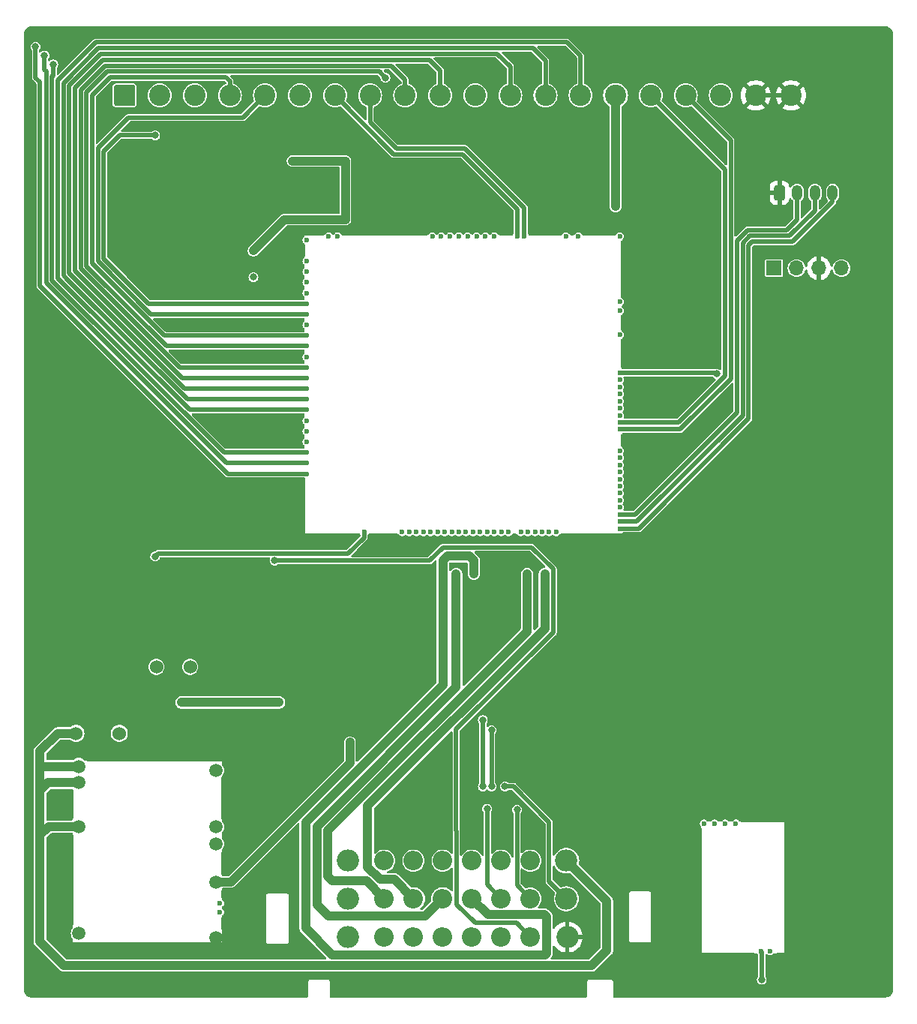
<source format=gbl>
G04 #@! TF.GenerationSoftware,KiCad,Pcbnew,8.0.9-8.0.9-0~ubuntu24.04.1*
G04 #@! TF.CreationDate,2025-04-20T18:37:12+00:00*
G04 #@! TF.ProjectId,stabiljr,73746162-696c-46a7-922e-6b696361645f,V1*
G04 #@! TF.SameCoordinates,PX3a2c940PY8e93060*
G04 #@! TF.FileFunction,Copper,L4,Bot*
G04 #@! TF.FilePolarity,Positive*
%FSLAX46Y46*%
G04 Gerber Fmt 4.6, Leading zero omitted, Abs format (unit mm)*
G04 Created by KiCad (PCBNEW 8.0.9-8.0.9-0~ubuntu24.04.1) date 2025-04-20 18:37:12*
%MOMM*%
%LPD*%
G01*
G04 APERTURE LIST*
G04 #@! TA.AperFunction,ComponentPad*
%ADD10C,1.524000*%
G04 #@! TD*
G04 #@! TA.AperFunction,ComponentPad*
%ADD11C,0.600000*%
G04 #@! TD*
G04 #@! TA.AperFunction,SMDPad,CuDef*
%ADD12R,6.185000X0.250000*%
G04 #@! TD*
G04 #@! TA.AperFunction,SMDPad,CuDef*
%ADD13R,1.115000X0.250000*%
G04 #@! TD*
G04 #@! TA.AperFunction,SMDPad,CuDef*
%ADD14R,0.250000X14.275000*%
G04 #@! TD*
G04 #@! TA.AperFunction,SMDPad,CuDef*
%ADD15R,0.250000X15.100000*%
G04 #@! TD*
G04 #@! TA.AperFunction,SMDPad,CuDef*
%ADD16R,5.175000X0.250000*%
G04 #@! TD*
G04 #@! TA.AperFunction,ComponentPad*
%ADD17O,1.200000X1.750000*%
G04 #@! TD*
G04 #@! TA.AperFunction,ComponentPad*
%ADD18C,1.500000*%
G04 #@! TD*
G04 #@! TA.AperFunction,SMDPad,CuDef*
%ADD19O,0.200000X3.300000*%
G04 #@! TD*
G04 #@! TA.AperFunction,SMDPad,CuDef*
%ADD20O,0.200000X10.200000*%
G04 #@! TD*
G04 #@! TA.AperFunction,SMDPad,CuDef*
%ADD21O,0.200000X0.300000*%
G04 #@! TD*
G04 #@! TA.AperFunction,SMDPad,CuDef*
%ADD22O,17.000000X0.200000*%
G04 #@! TD*
G04 #@! TA.AperFunction,SMDPad,CuDef*
%ADD23O,15.400000X0.200000*%
G04 #@! TD*
G04 #@! TA.AperFunction,SMDPad,CuDef*
%ADD24O,0.200000X4.800000*%
G04 #@! TD*
G04 #@! TA.AperFunction,SMDPad,CuDef*
%ADD25O,0.200000X2.600000*%
G04 #@! TD*
G04 #@! TA.AperFunction,SMDPad,CuDef*
%ADD26O,0.200000X1.000000*%
G04 #@! TD*
G04 #@! TA.AperFunction,SMDPad,CuDef*
%ADD27O,0.200000X1.500000*%
G04 #@! TD*
G04 #@! TA.AperFunction,ComponentPad*
%ADD28R,1.700000X1.700000*%
G04 #@! TD*
G04 #@! TA.AperFunction,ComponentPad*
%ADD29O,1.700000X1.700000*%
G04 #@! TD*
G04 #@! TA.AperFunction,ComponentPad*
%ADD30O,2.500000X2.500000*%
G04 #@! TD*
G04 #@! TA.AperFunction,ComponentPad*
%ADD31O,2.200000X2.200000*%
G04 #@! TD*
G04 #@! TA.AperFunction,SMDPad,CuDef*
%ADD32R,3.700000X0.200000*%
G04 #@! TD*
G04 #@! TA.AperFunction,SMDPad,CuDef*
%ADD33R,0.400000X0.200000*%
G04 #@! TD*
G04 #@! TA.AperFunction,SMDPad,CuDef*
%ADD34R,1.600000X0.200000*%
G04 #@! TD*
G04 #@! TA.AperFunction,SMDPad,CuDef*
%ADD35R,9.700000X0.200000*%
G04 #@! TD*
G04 #@! TA.AperFunction,SMDPad,CuDef*
%ADD36R,2.300000X0.200000*%
G04 #@! TD*
G04 #@! TA.AperFunction,SMDPad,CuDef*
%ADD37R,0.200000X1.400000*%
G04 #@! TD*
G04 #@! TA.AperFunction,SMDPad,CuDef*
%ADD38R,0.200000X6.400000*%
G04 #@! TD*
G04 #@! TA.AperFunction,SMDPad,CuDef*
%ADD39R,0.200000X1.700000*%
G04 #@! TD*
G04 #@! TA.AperFunction,SMDPad,CuDef*
%ADD40R,0.200000X3.300000*%
G04 #@! TD*
G04 #@! TA.AperFunction,SMDPad,CuDef*
%ADD41R,7.000000X0.200000*%
G04 #@! TD*
G04 #@! TA.AperFunction,SMDPad,CuDef*
%ADD42R,3.300000X0.200000*%
G04 #@! TD*
G04 #@! TA.AperFunction,SMDPad,CuDef*
%ADD43R,6.300000X0.200000*%
G04 #@! TD*
G04 #@! TA.AperFunction,ComponentPad*
%ADD44C,2.400000*%
G04 #@! TD*
G04 #@! TA.AperFunction,ViaPad*
%ADD45C,0.800000*%
G04 #@! TD*
G04 #@! TA.AperFunction,Conductor*
%ADD46C,0.500000*%
G04 #@! TD*
G04 #@! TA.AperFunction,Conductor*
%ADD47C,1.000000*%
G04 #@! TD*
G04 APERTURE END LIST*
D10*
G04 #@! TO.P,R9,1,1*
G04 #@! TO.N,Net-(M1-PG_5VP)*
X15144979Y37500000D03*
G04 #@! TO.P,R9,2,2*
G04 #@! TO.N,/PG_5VP*
X18954979Y37500000D03*
G04 #@! TD*
D11*
G04 #@! TO.P,M4,E1,NC*
G04 #@! TO.N,unconnected-(M4-NC-PadE1)*
X79375000Y19825000D03*
G04 #@! TO.P,M4,E2,NC*
G04 #@! TO.N,unconnected-(M4-NC-PadE2)*
X80575000Y19825000D03*
G04 #@! TO.P,M4,E3,OUT*
G04 #@! TO.N,/VR_MAX9924*
X78175000Y19825000D03*
G04 #@! TO.P,M4,E4,V5_IN*
G04 #@! TO.N,+5VA*
X76975000Y19825000D03*
D12*
G04 #@! TO.P,M4,G,GND*
G04 #@! TO.N,GND*
X79642500Y5175000D03*
D13*
X85692500Y5175000D03*
D14*
X76675000Y12187500D03*
D15*
X86125000Y12600000D03*
D16*
X83662500Y20025000D03*
D11*
G04 #@! TO.P,M4,W1,VR-*
G04 #@! TO.N,/VR_MAX9924-*
X83435000Y5400000D03*
G04 #@! TO.P,M4,W2,VR+*
G04 #@! TO.N,/VR_MAX9924+*
X84435000Y5400000D03*
G04 #@! TD*
G04 #@! TO.P,USB1,1,Pin_1*
G04 #@! TO.N,GND*
G04 #@! TA.AperFunction,ComponentPad*
G36*
G01*
X84900000Y90375000D02*
X84900000Y91625000D01*
G75*
G02*
X85150000Y91875000I250000J0D01*
G01*
X85850000Y91875000D01*
G75*
G02*
X86100000Y91625000I0J-250000D01*
G01*
X86100000Y90375000D01*
G75*
G02*
X85850000Y90125000I-250000J0D01*
G01*
X85150000Y90125000D01*
G75*
G02*
X84900000Y90375000I0J250000D01*
G01*
G37*
G04 #@! TD.AperFunction*
D17*
G04 #@! TO.P,USB1,2,Pin_2*
G04 #@! TO.N,/USB+*
X87500000Y91000000D03*
G04 #@! TO.P,USB1,3,Pin_3*
G04 #@! TO.N,/USB-*
X89500000Y91000000D03*
G04 #@! TO.P,USB1,4,Pin_4*
G04 #@! TO.N,/VBUS*
X91500000Y91000000D03*
G04 #@! TD*
D10*
G04 #@! TO.P,F2,1,1*
G04 #@! TO.N,+12V*
X10950000Y30000000D03*
G04 #@! TO.P,F2,2,2*
G04 #@! TO.N,+12V_RAW*
X6050000Y30000000D03*
G04 #@! TD*
D18*
G04 #@! TO.P,M1,E1,VBAT*
G04 #@! TO.N,/VBAT*
X21874995Y25824999D03*
G04 #@! TO.P,M1,E2,V12*
G04 #@! TO.N,unconnected-(M1-V12-PadE2)*
X21874995Y19425002D03*
G04 #@! TO.P,M1,E3,VIGN*
G04 #@! TO.N,/VIGN*
X21874995Y17524999D03*
G04 #@! TO.P,M1,E4,V5*
G04 #@! TO.N,+5V*
X21874995Y13224999D03*
D11*
G04 #@! TO.P,M1,E5,EN_5VP*
G04 #@! TO.N,/PWR_EN*
X22324994Y10825002D03*
G04 #@! TO.P,M1,E6,PG_5VP*
G04 #@! TO.N,Net-(M1-PG_5VP)*
X22324994Y9825001D03*
D19*
G04 #@! TO.P,M1,S1,GND*
G04 #@! TO.N,GND*
X5724999Y21974999D03*
D20*
X5724999Y13475001D03*
D21*
X5724999Y6374999D03*
D22*
X14124997Y6324999D03*
D23*
X14924998Y26924999D03*
D18*
X21874995Y6974999D03*
D21*
X22524996Y26874999D03*
D24*
X22524996Y22675001D03*
D25*
X22524996Y15324999D03*
D26*
X22524996Y11825002D03*
D27*
X22524996Y8525001D03*
D18*
G04 #@! TO.P,M1,V1,V12_PERM*
G04 #@! TO.N,+12V_RAW*
X6374998Y26275001D03*
G04 #@! TO.P,M1,V2,IN_VIGN*
X6374998Y24425002D03*
G04 #@! TO.P,M1,V3,V12_RAW*
X6374998Y19474999D03*
G04 #@! TO.P,M1,V4,5VP*
G04 #@! TO.N,+5V*
X6374998Y7425001D03*
G04 #@! TD*
D28*
G04 #@! TO.P,BLUETOOTH1,1,Pin_1*
G04 #@! TO.N,/BT_TX*
X84880000Y82500000D03*
D29*
G04 #@! TO.P,BLUETOOTH1,2,Pin_2*
G04 #@! TO.N,/BT_RX*
X87420000Y82500000D03*
G04 #@! TO.P,BLUETOOTH1,3,Pin_3*
G04 #@! TO.N,GND*
X89960000Y82500000D03*
G04 #@! TO.P,BLUETOOTH1,4,Pin_4*
G04 #@! TO.N,+5VA*
X92500000Y82500000D03*
G04 #@! TD*
D30*
G04 #@! TO.P,J1,1,Pin_1*
G04 #@! TO.N,+5V*
X36800500Y15631000D03*
D31*
G04 #@! TO.P,J1,2,Pin_2*
G04 #@! TO.N,/BOB\u0130N 1*
X40864500Y15631000D03*
G04 #@! TO.P,J1,3,Pin_3*
G04 #@! TO.N,/BOB\u0130N 2*
X44166500Y15631000D03*
G04 #@! TO.P,J1,4,Pin_4*
G04 #@! TO.N,/BOB\u0130N 3*
X47468500Y15631000D03*
G04 #@! TO.P,J1,5,Pin_5*
G04 #@! TO.N,/BOB\u0130N 4*
X50770500Y15631000D03*
G04 #@! TO.P,J1,6,Pin_6*
G04 #@! TO.N,/VR_MAX9924+*
X54072500Y15631000D03*
G04 #@! TO.P,J1,7,Pin_7*
G04 #@! TO.N,/VR_MAX9924-*
X57374500Y15631000D03*
D30*
G04 #@! TO.P,J1,8,Pin_8*
G04 #@! TO.N,+12V_RAW*
X61438500Y15631000D03*
G04 #@! TO.P,J1,9,Pin_9*
G04 #@! TO.N,/ANALOG 1*
X36804600Y11339400D03*
D31*
G04 #@! TO.P,J1,10,Pin_10*
G04 #@! TO.N,/ENJEKT\u00D6R 1*
X40868600Y11339400D03*
G04 #@! TO.P,J1,11,Pin_11*
G04 #@! TO.N,/ENJEKT\u00D6R 2*
X44170600Y11339400D03*
G04 #@! TO.P,J1,12,Pin_12*
G04 #@! TO.N,/ENJEKT\u00D6R 3*
X47472600Y11339400D03*
G04 #@! TO.P,J1,13,Pin_13*
G04 #@! TO.N,/ENJEKT\u00D6R 4*
X50774600Y11339400D03*
G04 #@! TO.P,J1,14,Pin_14*
G04 #@! TO.N,/IN_CLT*
X54076600Y11339400D03*
G04 #@! TO.P,J1,15,Pin_15*
G04 #@! TO.N,/IN_IAT*
X57378600Y11339400D03*
D30*
G04 #@! TO.P,J1,16,Pin_16*
G04 #@! TO.N,GNDA*
X61442600Y11339400D03*
G04 #@! TO.P,J1,17,Pin_17*
G04 #@! TO.N,/ANALOG 2*
X36800500Y6995000D03*
D31*
G04 #@! TO.P,J1,18,Pin_18*
G04 #@! TO.N,/\u00C7IKI\u015E 1*
X40864500Y6995000D03*
G04 #@! TO.P,J1,19,Pin_19*
G04 #@! TO.N,/\u00C7IKI\u015E 2*
X44166500Y6995000D03*
G04 #@! TO.P,J1,20,Pin_20*
G04 #@! TO.N,/\u00C7IKI\u015E 3*
X47468500Y6995000D03*
G04 #@! TO.P,J1,21,Pin_21*
G04 #@! TO.N,/\u00C7IKI\u015E 4*
X50770500Y6995000D03*
G04 #@! TO.P,J1,22,Pin_22*
G04 #@! TO.N,/\u00C7IKI\u015E 5*
X54072500Y6995000D03*
G04 #@! TO.P,J1,23,Pin_23*
G04 #@! TO.N,/IN_HALL1*
X57374500Y6995000D03*
D30*
G04 #@! TO.P,J1,24,Pin_24*
G04 #@! TO.N,GND*
X61535800Y6995000D03*
G04 #@! TD*
D11*
G04 #@! TO.P,CPU1,E1,V5A_SWITCHABLE*
G04 #@! TO.N,+5VA*
X38600010Y52700000D03*
G04 #@! TO.P,CPU1,E2,GNDA*
G04 #@! TO.N,unconnected-(CPU1-GNDA-PadE2)*
X42900010Y52699990D03*
G04 #@! TO.P,CPU1,E3,I2C_SCL_(PB10)*
G04 #@! TO.N,unconnected-(CPU1-I2C_SCL_(PB10)-PadE3)*
X43700000Y52699990D03*
G04 #@! TO.P,CPU1,E4,I2C_SDA_(PB11)*
G04 #@! TO.N,unconnected-(CPU1-I2C_SDA_(PB11)-PadE4)*
X44500010Y52699990D03*
G04 #@! TO.P,CPU1,E5,IN_VIGN_(PA5)*
G04 #@! TO.N,/VIGN*
X45300010Y52699990D03*
G04 #@! TO.P,CPU1,E6,SPI2_CS_/_CAN2_RX_(PB12)*
G04 #@! TO.N,unconnected-(CPU1-SPI2_CS_{slash}_CAN2_RX_(PB12)-PadE6)*
X46100010Y52699990D03*
G04 #@! TO.P,CPU1,E7,SPI2_SCK_/_CAN2_TX_(PB13)*
G04 #@! TO.N,unconnected-(CPU1-SPI2_SCK_{slash}_CAN2_TX_(PB13)-PadE7)*
X46900010Y52699990D03*
G04 #@! TO.P,CPU1,E8,SPI2_MISO_(PB14)*
G04 #@! TO.N,unconnected-(CPU1-SPI2_MISO_(PB14)-PadE8)*
X47700010Y52699990D03*
G04 #@! TO.P,CPU1,E9,SPI2_MOSI_(PB15)*
G04 #@! TO.N,unconnected-(CPU1-SPI2_MOSI_(PB15)-PadE9)*
X48500010Y52699990D03*
G04 #@! TO.P,CPU1,E10,OUT_INJ8_(PD12)*
G04 #@! TO.N,/AUX GROUP 2/IN2*
X49300010Y52699990D03*
G04 #@! TO.P,CPU1,E11,OUT_INJ7_(PD15)*
G04 #@! TO.N,/AUX GROUP 2/IN1*
X50100010Y52699990D03*
G04 #@! TO.P,CPU1,E12,OUT_INJ6_(PA8)*
G04 #@! TO.N,unconnected-(CPU1-OUT_INJ6_(PA8)-PadE12)*
X50900010Y52699990D03*
G04 #@! TO.P,CPU1,E13,OUT_INJ5_(PD2)*
G04 #@! TO.N,unconnected-(CPU1-OUT_INJ5_(PD2)-PadE13)*
X51700010Y52699990D03*
G04 #@! TO.P,CPU1,E14,OUT_INJ4_(PD10)*
G04 #@! TO.N,/ENJEKTOR/IN4*
X52500010Y52699990D03*
G04 #@! TO.P,CPU1,E15,OUT_INJ3_(PD11)*
G04 #@! TO.N,/ENJEKTOR/IN3*
X53300010Y52699990D03*
G04 #@! TO.P,CPU1,E16,OUT_INJ2_(PA9)*
G04 #@! TO.N,/ENJEKTOR/IN2*
X54100000Y52700000D03*
G04 #@! TO.P,CPU1,E17,OUT_INJ1_(PD3)*
G04 #@! TO.N,/ENJEKTOR/IN1*
X54900010Y52699990D03*
G04 #@! TO.P,CPU1,E18,OUT_PWM1_(PD13)*
G04 #@! TO.N,/AUX GROUP 3/IN1*
X56300010Y52699990D03*
G04 #@! TO.P,CPU1,E19,OUT_PWM2_(PC6)*
G04 #@! TO.N,/AUX GROUP 3/IN2*
X57100000Y52699990D03*
G04 #@! TO.P,CPU1,E20,OUT_PWM3_(PC7)*
G04 #@! TO.N,unconnected-(CPU1-OUT_PWM3_(PC7)-PadE20)*
X57900000Y52699990D03*
G04 #@! TO.P,CPU1,E21,OUT_PWM4_(PC8)*
G04 #@! TO.N,unconnected-(CPU1-OUT_PWM4_(PC8)-PadE21)*
X58700000Y52699990D03*
G04 #@! TO.P,CPU1,E22,OUT_PWM5_(PC9)*
G04 #@! TO.N,unconnected-(CPU1-OUT_PWM5_(PC9)-PadE22)*
X59500000Y52699990D03*
G04 #@! TO.P,CPU1,E23,OUT_PWM6_(PD14)*
G04 #@! TO.N,unconnected-(CPU1-OUT_PWM6_(PD14)-PadE23)*
X60300010Y52699990D03*
D32*
G04 #@! TO.P,CPU1,G,GND*
G04 #@! TO.N,GND*
X65150000Y86300000D03*
D33*
X62100010Y86300000D03*
D32*
X59050000Y86300000D03*
D34*
X54600010Y86300000D03*
D35*
X40950010Y86300000D03*
D36*
X32950010Y86300000D03*
D37*
X31900000Y84499990D03*
D38*
X67700000Y82400000D03*
D39*
X67700000Y76350000D03*
D40*
X67700000Y72850000D03*
D37*
X67700000Y63100000D03*
D38*
X31900000Y55600000D03*
D41*
X64300020Y52499990D03*
D33*
X55600000Y52499990D03*
D42*
X40750000Y52499990D03*
D43*
X34950000Y52499990D03*
D11*
G04 #@! TO.P,CPU1,N1,VBUS*
G04 #@! TO.N,/VBUS*
X67500010Y53099990D03*
G04 #@! TO.P,CPU1,N2,USBM_(PA11)*
G04 #@! TO.N,/USB-*
X67500010Y53899990D03*
G04 #@! TO.P,CPU1,N3,USBP_(PA12)*
G04 #@! TO.N,/USB+*
X67500010Y54699990D03*
G04 #@! TO.P,CPU1,N4,USBID_(PA10)*
G04 #@! TO.N,unconnected-(CPU1-USBID_(PA10)-PadN4)*
X67500010Y55500000D03*
G04 #@! TO.P,CPU1,N5,SWDIO_(PA13)*
G04 #@! TO.N,unconnected-(CPU1-SWDIO_(PA13)-PadN5)*
X67500010Y56299990D03*
G04 #@! TO.P,CPU1,N6,SWCLK_(PA14)*
G04 #@! TO.N,unconnected-(CPU1-SWCLK_(PA14)-PadN6)*
X67500010Y57099990D03*
G04 #@! TO.P,CPU1,N7,nReset*
G04 #@! TO.N,unconnected-(CPU1-nReset-PadN7)*
X67500010Y57899990D03*
G04 #@! TO.P,CPU1,N8,SWO_(PB3)*
G04 #@! TO.N,unconnected-(CPU1-SWO_(PB3)-PadN8)*
X67500010Y58700000D03*
G04 #@! TO.P,CPU1,N9,SPI3_CS_(PA15)*
G04 #@! TO.N,unconnected-(CPU1-SPI3_CS_(PA15)-PadN9)*
X67500000Y59499990D03*
G04 #@! TO.P,CPU1,N10,SPI3_SCK_(PC10)*
G04 #@! TO.N,unconnected-(CPU1-SPI3_SCK_(PC10)-PadN10)*
X67500000Y60299990D03*
G04 #@! TO.P,CPU1,N11,SPI3_MISO_(PC11)*
G04 #@! TO.N,unconnected-(CPU1-SPI3_MISO_(PC11)-PadN11)*
X67500000Y61099990D03*
G04 #@! TO.P,CPU1,N12,SPI3_MOSI_(PC12)*
G04 #@! TO.N,/PG_5VP*
X67500000Y61899990D03*
G04 #@! TO.P,CPU1,N13,UART2_TX_(PD5)*
G04 #@! TO.N,/BT_TX*
X67500000Y64300000D03*
G04 #@! TO.P,CPU1,N14,UART2_RX_(PD6)*
G04 #@! TO.N,/BT_RX*
X67500000Y65100000D03*
G04 #@! TO.P,CPU1,N14a,LED_GREEN*
G04 #@! TO.N,unconnected-(CPU1-LED_GREEN-PadN14a)*
X67500010Y65899990D03*
G04 #@! TO.P,CPU1,N14b,LED_YELLOW*
G04 #@! TO.N,unconnected-(CPU1-LED_YELLOW-PadN14b)*
X67500010Y66700000D03*
G04 #@! TO.P,CPU1,N15,V33_SWITCHABLE*
G04 #@! TO.N,+3.3VA*
X67500010Y67500000D03*
G04 #@! TO.P,CPU1,N16,BOOT0*
G04 #@! TO.N,unconnected-(CPU1-BOOT0-PadN16)*
X67500010Y68300000D03*
G04 #@! TO.P,CPU1,N17,VBAT*
G04 #@! TO.N,/VBAT*
X67500010Y69100000D03*
G04 #@! TO.P,CPU1,N18,UART8_RX_(PE0)*
G04 #@! TO.N,unconnected-(CPU1-UART8_RX_(PE0)-PadN18)*
X67500000Y69900000D03*
G04 #@! TO.P,CPU1,N19,UART8_TX_(PE1)*
G04 #@! TO.N,/VR_MAX9924*
X67500000Y70700000D03*
G04 #@! TO.P,CPU1,N20,OUT_PWR_EN_(PE10)*
G04 #@! TO.N,/PWR_EN*
X67500000Y75000000D03*
G04 #@! TO.P,CPU1,N21,V33*
G04 #@! TO.N,+3.3V*
X67500000Y77700000D03*
G04 #@! TO.P,CPU1,N22,VCC*
G04 #@! TO.N,+5V*
X67500000Y78699990D03*
G04 #@! TO.P,CPU1,N23,V33*
G04 #@! TO.N,unconnected-(CPU1-V33-PadN23)*
X67500000Y86100000D03*
G04 #@! TO.P,CPU1,S1,IN_D4_(PE15)*
G04 #@! TO.N,/IN_BUTTON3*
X32100000Y59299980D03*
G04 #@! TO.P,CPU1,S2,IN_D3_(PE14)*
G04 #@! TO.N,/IN_HALL3*
X32100000Y60499990D03*
G04 #@! TO.P,CPU1,S3,IN_D2_(PE13)*
G04 #@! TO.N,/IN_HALL2*
X32100000Y61699990D03*
G04 #@! TO.P,CPU1,S4,IN_D1_(PE12)*
G04 #@! TO.N,/IN_HALL1*
X32100000Y62899990D03*
G04 #@! TO.P,CPU1,S5,VREF2*
G04 #@! TO.N,unconnected-(CPU1-VREF2-PadS5)*
X32100000Y64099990D03*
G04 #@! TO.P,CPU1,S6,IN_AUX4_(PC5)*
G04 #@! TO.N,/IN_VMAIN*
X32100000Y65299990D03*
G04 #@! TO.P,CPU1,S7,IN_AUX3_(PA7)*
G04 #@! TO.N,/ANALOG 8*
X32100000Y66499990D03*
G04 #@! TO.P,CPU1,S8,IN_AUX2_(PC4/PE9)*
G04 #@! TO.N,/ANALOG 7*
X32100000Y67699990D03*
G04 #@! TO.P,CPU1,S9,IN_AUX1_(PB0)*
G04 #@! TO.N,/ANALOG 6*
X32100000Y68899990D03*
G04 #@! TO.P,CPU1,S10,IN_O2S2_(PA1)*
G04 #@! TO.N,/ANALOG 4*
X32100000Y70099990D03*
G04 #@! TO.P,CPU1,S11,IN_O2S_/_CAN_WAKEUP_(PA0)*
G04 #@! TO.N,/ANALOG 3*
X32100000Y71299990D03*
G04 #@! TO.P,CPU1,S12,IN_MAP2_(PC1)*
G04 #@! TO.N,/INTERNAL_MAP*
X32100000Y72499990D03*
G04 #@! TO.P,CPU1,S13,IN_MAP1_(PC0)*
G04 #@! TO.N,/ANALOG 5*
X32100000Y73699990D03*
G04 #@! TO.P,CPU1,S14,IN_CRANK_(PB1)*
G04 #@! TO.N,/IN_BUTTON1*
X32100000Y74899990D03*
G04 #@! TO.P,CPU1,S15,IN_KNOCK_(PA2)*
G04 #@! TO.N,unconnected-(CPU1-IN_KNOCK_(PA2)-PadS15)*
X32100000Y76099990D03*
G04 #@! TO.P,CPU1,S16,IN_CAM_(PA6)*
G04 #@! TO.N,/IN_BUTTON2*
X32100000Y77299990D03*
G04 #@! TO.P,CPU1,S17,IN_VSS_(PE11)*
G04 #@! TO.N,/IN_HALL4*
X32100000Y78499990D03*
G04 #@! TO.P,CPU1,S18,IN_TPS_(PA4)*
G04 #@! TO.N,/ANALOG 1*
X32100000Y79700000D03*
G04 #@! TO.P,CPU1,S19,IN_PPS_(PA3)*
G04 #@! TO.N,/ANALOG 2*
X32100000Y80900000D03*
G04 #@! TO.P,CPU1,S20,IN_IAT_(PC3)*
G04 #@! TO.N,/IN_IAT*
X32100000Y82100000D03*
G04 #@! TO.P,CPU1,S21,IN_CLT_(PC2)*
G04 #@! TO.N,/IN_CLT*
X32100000Y83300000D03*
G04 #@! TO.P,CPU1,S22,VREF1*
G04 #@! TO.N,/VREF1*
X32100000Y85700000D03*
G04 #@! TO.P,CPU1,W1,GNDA*
G04 #@! TO.N,GNDA*
X34600010Y86100000D03*
G04 #@! TO.P,CPU1,W2,V5A_SWITCHABLE*
G04 #@! TO.N,+5VA*
X35600010Y86100000D03*
G04 #@! TO.P,CPU1,W3,IGN8_(PE6)*
G04 #@! TO.N,/AUX GROUP 1/IN2*
X46300000Y86100000D03*
G04 #@! TO.P,CPU1,W4,IGN7_(PB9)*
G04 #@! TO.N,/AUX GROUP 1/IN1*
X47300010Y86100000D03*
G04 #@! TO.P,CPU1,W5,IGN6_(PB8)*
G04 #@! TO.N,unconnected-(CPU1-IGN6_(PB8)-PadW5)*
X48300000Y86100000D03*
G04 #@! TO.P,CPU1,W6,IGN5_(PE2)*
G04 #@! TO.N,unconnected-(CPU1-IGN5_(PE2)-PadW6)*
X49300000Y86100000D03*
G04 #@! TO.P,CPU1,W7,IGN4_(PE3)*
G04 #@! TO.N,/BOBIN/IN4*
X50300000Y86100000D03*
G04 #@! TO.P,CPU1,W8,IGN3_(PE4)*
G04 #@! TO.N,/BOBIN/IN3*
X51300000Y86100000D03*
G04 #@! TO.P,CPU1,W9,IGN2_(PE5)*
G04 #@! TO.N,/BOBIN/IN2*
X52300000Y86100000D03*
G04 #@! TO.P,CPU1,W10,IGN1_(PC13)*
G04 #@! TO.N,/BOBIN/IN1*
X53300000Y86100000D03*
G04 #@! TO.P,CPU1,W11,CANH*
G04 #@! TO.N,/CAN1+*
X55900000Y86100000D03*
G04 #@! TO.P,CPU1,W12,CANL*
G04 #@! TO.N,/CAN1-*
X56700000Y86100000D03*
G04 #@! TO.P,CPU1,W13,V33_REF*
G04 #@! TO.N,unconnected-(CPU1-V33_REF-PadW13)*
X61400010Y86100000D03*
G04 #@! TO.P,CPU1,W14,V5A_SWITCHABLE*
G04 #@! TO.N,unconnected-(CPU1-V5A_SWITCHABLE-PadW14)*
X62800000Y86100000D03*
G04 #@! TD*
G04 #@! TO.P,J2,1,Pin_1*
G04 #@! TO.N,/IN_HALL2*
G04 #@! TA.AperFunction,ComponentPad*
G36*
G01*
X10360000Y101050001D02*
X10360000Y102949999D01*
G75*
G02*
X10610001Y103200000I250001J0D01*
G01*
X12509999Y103200000D01*
G75*
G02*
X12760000Y102949999I0J-250001D01*
G01*
X12760000Y101050001D01*
G75*
G02*
X12509999Y100800000I-250001J0D01*
G01*
X10610001Y100800000D01*
G75*
G02*
X10360000Y101050001I0J250001D01*
G01*
G37*
G04 #@! TD.AperFunction*
D44*
G04 #@! TO.P,J2,2,Pin_2*
G04 #@! TO.N,/IN_HALL3*
X15520000Y102000000D03*
G04 #@! TO.P,J2,3,Pin_3*
G04 #@! TO.N,/IN_HALL4*
X19480000Y102000000D03*
G04 #@! TO.P,J2,4,Pin_4*
G04 #@! TO.N,/IN_BUTTON1*
X23440000Y102000000D03*
G04 #@! TO.P,J2,5,Pin_5*
G04 #@! TO.N,/IN_BUTTON2*
X27400000Y102000000D03*
G04 #@! TO.P,J2,6,Pin_6*
G04 #@! TO.N,/IN_BUTTON3*
X31360000Y102000000D03*
G04 #@! TO.P,J2,7,Pin_7*
G04 #@! TO.N,/CAN1+*
X35320000Y102000000D03*
G04 #@! TO.P,J2,8,Pin_8*
G04 #@! TO.N,/CAN1-*
X39280000Y102000000D03*
G04 #@! TO.P,J2,9,Pin_9*
G04 #@! TO.N,/ANALOG 3*
X43240000Y102000000D03*
G04 #@! TO.P,J2,10,Pin_10*
G04 #@! TO.N,/ANALOG 4*
X47200000Y102000000D03*
G04 #@! TO.P,J2,11,Pin_11*
G04 #@! TO.N,/ANALOG 5*
X51160000Y102000000D03*
G04 #@! TO.P,J2,12,Pin_12*
G04 #@! TO.N,/ANALOG 6*
X55120000Y102000000D03*
G04 #@! TO.P,J2,13,Pin_13*
G04 #@! TO.N,/ANALOG 7*
X59080000Y102000000D03*
G04 #@! TO.P,J2,14,Pin_14*
G04 #@! TO.N,/ANALOG 8*
X63040000Y102000000D03*
G04 #@! TO.P,J2,15,Pin_15*
G04 #@! TO.N,/\u00C7IKI\u015E 6*
X67000000Y102000000D03*
G04 #@! TO.P,J2,16,Pin_16*
G04 #@! TO.N,/BT_RX*
X70960000Y102000000D03*
G04 #@! TO.P,J2,17,Pin_17*
G04 #@! TO.N,/BT_TX*
X74920000Y102000000D03*
G04 #@! TO.P,J2,18,Pin_18*
G04 #@! TO.N,+5VA*
X78880000Y102000000D03*
G04 #@! TO.P,J2,19,Pin_19*
G04 #@! TO.N,GND*
X82840000Y102000000D03*
G04 #@! TO.P,J2,20,Pin_20*
X86800000Y102000000D03*
G04 #@! TD*
D45*
G04 #@! TO.N,GND*
X30500000Y57000000D03*
X92000000Y73000000D03*
X14000000Y95000000D03*
X34500000Y47500000D03*
X21000000Y95000000D03*
X4000000Y22000000D03*
X89000000Y73000000D03*
X95500000Y107500000D03*
X12000000Y95000000D03*
X45000000Y18500000D03*
X13000000Y95000000D03*
X67500000Y48000000D03*
X40500000Y51000000D03*
X30500000Y55000000D03*
X97000000Y2500000D03*
X92000000Y71000000D03*
X96500000Y105000000D03*
X89500000Y68000000D03*
X93500000Y106500000D03*
X95000000Y3500000D03*
X41000000Y88500000D03*
X24000000Y12000000D03*
X94500000Y105000000D03*
X42500000Y51000000D03*
X32000000Y30500000D03*
X96500000Y107000000D03*
X46500000Y23000000D03*
X30500000Y58000000D03*
X32000000Y25500000D03*
X25000000Y85500000D03*
X33500000Y47500000D03*
X96500000Y106000000D03*
X97000000Y3500000D03*
X94000000Y3000000D03*
X96500000Y104000000D03*
X80000000Y4500000D03*
X88000000Y76500000D03*
X97000000Y5500000D03*
X15000000Y95000000D03*
X69500000Y73000000D03*
X89500000Y66000000D03*
X57000000Y49500000D03*
X32000000Y28500000D03*
X89000000Y76000000D03*
X91000000Y73000000D03*
X90500000Y70000000D03*
X62000000Y43000000D03*
X90000000Y73000000D03*
X69500000Y68000000D03*
X42000000Y88500000D03*
X62000000Y44000000D03*
X62000000Y45000000D03*
X81000000Y4500000D03*
X88500000Y68000000D03*
X97000000Y4500000D03*
X18000000Y52000000D03*
X86000000Y73000000D03*
X32000000Y27500000D03*
X46500000Y18500000D03*
X93000000Y73000000D03*
X88000000Y69000000D03*
X96000000Y2000000D03*
X77500000Y4500000D03*
X19000000Y95000000D03*
X89000000Y69000000D03*
X90000000Y67000000D03*
X97000000Y1500000D03*
X73000000Y104500000D03*
X30500000Y64000000D03*
X31500000Y47500000D03*
X18000000Y72500000D03*
X26000000Y86500000D03*
X89500000Y74000000D03*
X87000000Y71000000D03*
X93000000Y3500000D03*
X94500000Y106000000D03*
X41500000Y51000000D03*
X92500000Y72000000D03*
X17000000Y95000000D03*
X89000000Y67000000D03*
X69500000Y66000000D03*
X19000000Y52000000D03*
X30500000Y54000000D03*
X96000000Y4000000D03*
X96000000Y3000000D03*
X96000000Y5000000D03*
X88500000Y70000000D03*
X86500000Y72000000D03*
X78500000Y4500000D03*
X21000000Y52000000D03*
X16000000Y95000000D03*
X95500000Y105500000D03*
X69500000Y48000000D03*
X11000000Y95000000D03*
X42500000Y23000000D03*
X30500000Y56000000D03*
X18000000Y76000000D03*
X94500000Y107000000D03*
X95500000Y106500000D03*
X35500000Y47500000D03*
X28500000Y64000000D03*
X89500000Y75000000D03*
X89500000Y70000000D03*
X19000000Y76000000D03*
X68500000Y63000000D03*
X68500000Y48000000D03*
X45000000Y23000000D03*
X88000000Y73000000D03*
X69500000Y67000000D03*
X69500000Y72000000D03*
X93500000Y105500000D03*
X95500000Y104500000D03*
X94000000Y4000000D03*
X91500000Y70000000D03*
X69500000Y63000000D03*
X56000000Y49500000D03*
X69500000Y74000000D03*
X32000000Y29500000D03*
X29500000Y64000000D03*
X77000000Y104500000D03*
X43000000Y88500000D03*
X20000000Y76000000D03*
X90500000Y68000000D03*
X30500000Y53000000D03*
X96500000Y108000000D03*
X59000000Y88000000D03*
X42500000Y18500000D03*
X92500000Y106000000D03*
X91000000Y69000000D03*
X87500000Y70000000D03*
X31000000Y85000000D03*
X20000000Y52000000D03*
X20000000Y95000000D03*
X95000000Y4500000D03*
X18000000Y95000000D03*
X87000000Y73000000D03*
X32000000Y26500000D03*
X95000000Y2500000D03*
X32500000Y47500000D03*
X90000000Y69000000D03*
G04 #@! TO.N,+5VA*
X26099978Y81500000D03*
X36500000Y88000000D03*
X30500000Y94599978D03*
X15000000Y49960000D03*
X26099978Y84500000D03*
G04 #@! TO.N,+5V*
X37000000Y29000000D03*
G04 #@! TO.N,/ENJEKT\u00D6R 4*
X51000000Y48000000D03*
G04 #@! TO.N,/IN_CLT*
X52500000Y21500000D03*
G04 #@! TO.N,/\u00C7IKI\u015E 1*
X18000000Y33500000D03*
X29000000Y33500000D03*
G04 #@! TO.N,/ENJEKT\u00D6R 3*
X49000000Y48000000D03*
G04 #@! TO.N,/ENJEKT\u00D6R 2*
X59000000Y48000000D03*
G04 #@! TO.N,/IN_IAT*
X55874500Y21374500D03*
G04 #@! TO.N,/ENJEKT\u00D6R 1*
X57000000Y48000000D03*
G04 #@! TO.N,/VR_MAX9924-*
X83500000Y2200000D03*
G04 #@! TO.N,GNDA*
X54500000Y24000000D03*
G04 #@! TO.N,/IN_HALL1*
X28500000Y49500000D03*
G04 #@! TO.N,/\u00C7IKI\u015E 6*
X67000000Y89500000D03*
G04 #@! TO.N,/IN_HALL4*
X15000000Y97500000D03*
G04 #@! TO.N,/IN_BUTTON3*
X1500000Y107500000D03*
G04 #@! TO.N,/IN_HALL3*
X2500000Y106500000D03*
G04 #@! TO.N,/IN_HALL2*
X3500000Y105500000D03*
G04 #@! TO.N,/ANALOG 5*
X41000000Y104000000D03*
G04 #@! TO.N,/VR_MAX9924*
X78434314Y70565686D03*
G04 #@! TO.N,/AUX GROUP 1/IN1*
X52000000Y24000000D03*
X52000000Y31500000D03*
G04 #@! TO.N,/AUX GROUP 1/IN2*
X53000000Y30350000D03*
X53000000Y24000000D03*
G04 #@! TD*
D46*
G04 #@! TO.N,GND*
X85500000Y93500000D02*
X85500000Y91000000D01*
X93500000Y93000000D02*
X91500000Y95000000D01*
X91500000Y95000000D02*
X87000000Y95000000D01*
X86800000Y102000000D02*
X82840000Y102000000D01*
X89960000Y85960000D02*
X93500000Y89500000D01*
X85500000Y100700000D02*
X86800000Y102000000D01*
X85500000Y91000000D02*
X85500000Y100700000D01*
X87000000Y95000000D02*
X85500000Y93500000D01*
X93500000Y89500000D02*
X93500000Y93000000D01*
X89960000Y82500000D02*
X89960000Y85960000D01*
G04 #@! TO.N,/BT_TX*
X74300000Y64300000D02*
X80000000Y70000000D01*
X67500000Y64300000D02*
X74300000Y64300000D01*
X80000000Y70000000D02*
X80000000Y96920000D01*
X80000000Y96920000D02*
X74920000Y102000000D01*
G04 #@! TO.N,/BT_RX*
X74100000Y65100000D02*
X79350000Y70350000D01*
X79350000Y93610000D02*
X70960000Y102000000D01*
X67500000Y65100000D02*
X74100000Y65100000D01*
X79350000Y70350000D02*
X79350000Y93610000D01*
G04 #@! TO.N,+5VA*
X38600010Y52700000D02*
X38600010Y52100000D01*
D47*
X30500000Y94599978D02*
X36500000Y94599978D01*
X36500000Y88000000D02*
X33500000Y88000000D01*
D46*
X36800010Y50300000D02*
X15340000Y50300000D01*
X15340000Y50300000D02*
X15000000Y49960000D01*
D47*
X36500000Y94599978D02*
X36500000Y88000000D01*
X33500000Y88000000D02*
X29599978Y88000000D01*
D46*
X38600010Y52100000D02*
X36800010Y50300000D01*
D47*
X29599978Y88000000D02*
X26099978Y84500000D01*
G04 #@! TO.N,+12V_RAW*
X2000000Y28000000D02*
X4000000Y30000000D01*
X2000000Y23500000D02*
X2000000Y26000000D01*
X2974999Y19474999D02*
X6374998Y19474999D01*
X2000000Y23500000D02*
X2925002Y24425002D01*
X4700000Y3800000D02*
X2000000Y6500000D01*
X2000000Y18500000D02*
X2974999Y19474999D01*
X2925002Y24425002D02*
X6374998Y24425002D01*
X4000000Y30000000D02*
X6050000Y30000000D01*
X66000000Y11069500D02*
X66000000Y5500000D01*
X2000000Y26000000D02*
X2275001Y26275001D01*
X61438500Y15631000D02*
X66000000Y11069500D01*
X2000000Y26000000D02*
X2000000Y28000000D01*
X2000000Y6500000D02*
X2000000Y18500000D01*
X2000000Y18500000D02*
X2000000Y23500000D01*
X2275001Y26275001D02*
X6374998Y26275001D01*
X64300000Y3800000D02*
X4700000Y3800000D01*
X66000000Y5500000D02*
X64300000Y3800000D01*
G04 #@! TO.N,+5V*
X37000000Y29000000D02*
X37000000Y26697056D01*
X23527943Y13224999D02*
X21874995Y13224999D01*
X37000000Y26697056D02*
X23527943Y13224999D01*
G04 #@! TO.N,/ENJEKT\u00D6R 4*
X59174500Y5174500D02*
X59000000Y5000000D01*
X59000000Y5000000D02*
X35000000Y5000000D01*
X48000000Y50000000D02*
X50500000Y50000000D01*
X47500000Y49500000D02*
X48000000Y50000000D01*
X47500000Y35500000D02*
X47500000Y49500000D01*
X50774600Y11339400D02*
X52574600Y9539400D01*
X35000000Y5000000D02*
X32000000Y8000000D01*
X32000000Y8000000D02*
X32000000Y20000000D01*
X32000000Y20000000D02*
X47500000Y35500000D01*
X59174500Y9325500D02*
X59174500Y5174500D01*
X50500000Y50000000D02*
X51000000Y49500000D01*
X58960600Y9539400D02*
X59174500Y9325500D01*
X52574600Y9539400D02*
X58960600Y9539400D01*
X51000000Y49500000D02*
X51000000Y48000000D01*
D46*
G04 #@! TO.N,/IN_CLT*
X52500000Y21500000D02*
X52500000Y12916000D01*
X52500000Y12916000D02*
X54076600Y11339400D01*
D47*
G04 #@! TO.N,/\u00C7IKI\u015E 1*
X29000000Y33500000D02*
X18000000Y33500000D01*
G04 #@! TO.N,/ENJEKT\u00D6R 3*
X47472600Y11339400D02*
X45522600Y9389400D01*
X33300000Y10700000D02*
X33300000Y19497056D01*
X49000000Y35197056D02*
X49000000Y48000000D01*
X45522600Y9389400D02*
X34610600Y9389400D01*
X33300000Y19497056D02*
X49000000Y35197056D01*
X34610600Y9389400D02*
X33300000Y10700000D01*
G04 #@! TO.N,/ENJEKT\u00D6R 2*
X39000000Y14905056D02*
X39000000Y21802944D01*
X39000000Y21802944D02*
X59000000Y41802944D01*
X40405056Y13500000D02*
X39000000Y14905056D01*
X42010000Y13500000D02*
X40405056Y13500000D01*
X59000000Y41802944D02*
X59000000Y48000000D01*
X44170600Y11339400D02*
X42010000Y13500000D01*
D46*
G04 #@! TO.N,/IN_IAT*
X55874500Y21374500D02*
X55874500Y12843500D01*
X55874500Y12843500D02*
X57378600Y11339400D01*
D47*
G04 #@! TO.N,/ENJEKT\u00D6R 1*
X34500000Y19000000D02*
X57000000Y41500000D01*
X38854000Y13354000D02*
X35000000Y13354000D01*
X40868600Y11339400D02*
X38854000Y13354000D01*
X34500000Y13854000D02*
X34500000Y19000000D01*
X35000000Y13354000D02*
X34500000Y13854000D01*
X57000000Y41500000D02*
X57000000Y48000000D01*
D46*
G04 #@! TO.N,/VR_MAX9924-*
X83500000Y5335000D02*
X83435000Y5400000D01*
X83500000Y2200000D02*
X83500000Y5335000D01*
X57374500Y15631000D02*
X57374500Y16374500D01*
G04 #@! TO.N,GNDA*
X59500000Y13282000D02*
X61442600Y11339400D01*
X54500000Y24000000D02*
X55500000Y24000000D01*
X59500000Y20000000D02*
X59500000Y13282000D01*
X55500000Y24000000D02*
X59500000Y20000000D01*
G04 #@! TO.N,/IN_HALL1*
X28500000Y49500000D02*
X46000000Y49500000D01*
X47500000Y51000000D02*
X57500000Y51000000D01*
X59950000Y48550000D02*
X59950000Y41409442D01*
X57500000Y51000000D02*
X59950000Y48550000D01*
X46000000Y49500000D02*
X47500000Y51000000D01*
X51130568Y8589400D02*
X55780100Y8589400D01*
X49000000Y30459442D02*
X49000000Y19000000D01*
X59950000Y41409442D02*
X49000000Y30459442D01*
X49022600Y10697368D02*
X51130568Y8589400D01*
X49022600Y18977400D02*
X49022600Y10697368D01*
X55780100Y8589400D02*
X57374500Y6995000D01*
X49000000Y19000000D02*
X49022600Y18977400D01*
D47*
G04 #@! TO.N,/\u00C7IKI\u015E 6*
X67000000Y89500000D02*
X67000000Y102000000D01*
D46*
G04 #@! TO.N,/ANALOG 6*
X55120000Y105230000D02*
X55120000Y102000000D01*
X5300000Y81930762D02*
X5300000Y103130762D01*
X53650000Y106700000D02*
X55120000Y105230000D01*
X5300000Y103130762D02*
X8869238Y106700000D01*
X18330772Y68899990D02*
X5300000Y81930762D01*
X32100000Y68899990D02*
X18330772Y68899990D01*
X8869238Y106700000D02*
X53650000Y106700000D01*
G04 #@! TO.N,/ANALOG 3*
X9357714Y105350000D02*
X41650000Y105350000D01*
X6600000Y82469238D02*
X6600000Y102592286D01*
X17769248Y71299990D02*
X6600000Y82469238D01*
X32100000Y71299990D02*
X17769248Y71299990D01*
X43240000Y103760000D02*
X43240000Y102000000D01*
X6600000Y102592286D02*
X9357714Y105350000D01*
X41650000Y105350000D02*
X43240000Y103760000D01*
G04 #@! TO.N,/IN_BUTTON1*
X7900000Y83019238D02*
X7900000Y102053810D01*
X7900000Y102053810D02*
X9896190Y104050000D01*
X9896190Y104050000D02*
X23000000Y104050000D01*
X23000000Y104050000D02*
X23440000Y103610000D01*
X23440000Y103610000D02*
X23440000Y102000000D01*
X32100000Y74899990D02*
X16019248Y74899990D01*
X16019248Y74899990D02*
X7900000Y83019238D01*
G04 #@! TO.N,/IN_HALL4*
X32100000Y78499990D02*
X14257724Y78499990D01*
X9200000Y95700000D02*
X11000000Y97500000D01*
X9200000Y83557714D02*
X9200000Y95700000D01*
X14257724Y78499990D02*
X9200000Y83557714D01*
X11000000Y97500000D02*
X15000000Y97500000D01*
G04 #@! TO.N,/CAN1+*
X55900000Y89180762D02*
X49730762Y95350000D01*
X55900000Y86100000D02*
X55900000Y89180762D01*
X41970000Y95350000D02*
X35320000Y102000000D01*
X49730762Y95350000D02*
X41970000Y95350000D01*
G04 #@! TO.N,/IN_BUTTON3*
X2000000Y80500000D02*
X2000000Y103500000D01*
X23200020Y59299980D02*
X2000000Y80500000D01*
X32100000Y59299980D02*
X23200020Y59299980D01*
X2000000Y103500000D02*
X1500000Y104000000D01*
X1500000Y104000000D02*
X1500000Y107500000D01*
G04 #@! TO.N,/ANALOG 4*
X47200000Y104800000D02*
X47200000Y102000000D01*
X5950000Y82200000D02*
X5950000Y102861524D01*
X46000000Y106000000D02*
X47200000Y104800000D01*
X18050010Y70099990D02*
X5950000Y82200000D01*
X32100000Y70099990D02*
X18050010Y70099990D01*
X5950000Y102861524D02*
X9088476Y106000000D01*
X9088476Y106000000D02*
X46000000Y106000000D01*
G04 #@! TO.N,/IN_HALL3*
X2500000Y104900000D02*
X2700000Y104700000D01*
X32100000Y60499990D02*
X23053816Y60499990D01*
X2500000Y106500000D02*
X2500000Y104900000D01*
X2700000Y80853807D02*
X11776903Y71776903D01*
X2700000Y104700000D02*
X2700000Y80853807D01*
X23053816Y60499990D02*
X11776903Y71776903D01*
G04 #@! TO.N,/IN_HALL2*
X22773056Y61699990D02*
X3350000Y81123046D01*
X3350000Y81123046D02*
X3350000Y104100000D01*
X32100000Y61699990D02*
X22773056Y61699990D01*
X3500000Y104250000D02*
X3500000Y105500000D01*
X3350000Y104100000D02*
X3500000Y104250000D01*
G04 #@! TO.N,/IN_BUTTON2*
X8550000Y83288476D02*
X8550000Y96050000D01*
X32100000Y77299990D02*
X14538486Y77299990D01*
X24900000Y99500000D02*
X27400000Y102000000D01*
X12000000Y99500000D02*
X24900000Y99500000D01*
X14538486Y77299990D02*
X8550000Y83288476D01*
X8550000Y96050000D02*
X12000000Y99500000D01*
G04 #@! TO.N,/ANALOG 8*
X61500000Y108000000D02*
X8330762Y108000000D01*
X8330762Y108000000D02*
X4000000Y103669238D01*
X4000000Y103669238D02*
X4000000Y81392285D01*
X4000000Y81392285D02*
X18892295Y66499990D01*
X63040000Y106460000D02*
X61500000Y108000000D01*
X18892295Y66499990D02*
X32100000Y66499990D01*
X63040000Y102000000D02*
X63040000Y106460000D01*
G04 #@! TO.N,/CAN1-*
X50000000Y96000000D02*
X42239238Y96000000D01*
X39280000Y98959238D02*
X39280000Y102000000D01*
X56700000Y86100000D02*
X56700000Y89300000D01*
X42239238Y96000000D02*
X39280000Y98959238D01*
X56700000Y89300000D02*
X50000000Y96000000D01*
G04 #@! TO.N,/ANALOG 5*
X7250000Y82750000D02*
X7250000Y102323048D01*
X32100000Y73699990D02*
X16300010Y73699990D01*
X40300000Y104700000D02*
X41000000Y104000000D01*
X16300010Y73699990D02*
X7250000Y82750000D01*
X9626952Y104700000D02*
X40300000Y104700000D01*
X7250000Y102323048D02*
X9626952Y104700000D01*
G04 #@! TO.N,/ANALOG 7*
X4650000Y103400000D02*
X8600000Y107350000D01*
X5030761Y81280762D02*
X4650000Y81661523D01*
X59080000Y105920000D02*
X59080000Y102000000D01*
X8600000Y107350000D02*
X57650000Y107350000D01*
X57650000Y107350000D02*
X59080000Y105920000D01*
X4650000Y81661523D02*
X4650000Y103400000D01*
X32100000Y67699990D02*
X18611534Y67699990D01*
X18611534Y67699990D02*
X5030761Y81280762D01*
G04 #@! TO.N,/VR_MAX9924*
X78300000Y70700000D02*
X67500000Y70700000D01*
X78434314Y70565686D02*
X78300000Y70700000D01*
G04 #@! TO.N,/AUX GROUP 1/IN1*
X52000000Y24000000D02*
X52000000Y31500000D01*
G04 #@! TO.N,/AUX GROUP 1/IN2*
X53000000Y24000000D02*
X53000000Y30350000D01*
G04 #@! TO.N,/VBUS*
X91500000Y90000000D02*
X87000000Y85500000D01*
X91500000Y91000000D02*
X91500000Y90000000D01*
X82000000Y85080762D02*
X82000000Y65500000D01*
X87000000Y85500000D02*
X82419238Y85500000D01*
X69599990Y53099990D02*
X67500010Y53099990D01*
X82419238Y85500000D02*
X82000000Y85080762D01*
X82000000Y65500000D02*
X69599990Y53099990D01*
G04 #@! TO.N,/USB-*
X82150000Y86150000D02*
X81350000Y85350000D01*
X86650000Y86150000D02*
X82150000Y86150000D01*
X89500000Y91000000D02*
X89500000Y89000000D01*
X89500000Y89000000D02*
X86650000Y86150000D01*
X81350000Y85350000D02*
X81350000Y65850000D01*
X81350000Y65850000D02*
X69399990Y53899990D01*
X69399990Y53899990D02*
X67500010Y53899990D01*
G04 #@! TO.N,/USB+*
X80700000Y85619239D02*
X81880761Y86800000D01*
X69199990Y54699990D02*
X80700000Y66200000D01*
X87500000Y88000000D02*
X87500000Y91000000D01*
X80700000Y66200000D02*
X80700000Y85619239D01*
X86300000Y86800000D02*
X87500000Y88000000D01*
X81880761Y86800000D02*
X86300000Y86800000D01*
X67500010Y54699990D02*
X69199990Y54699990D01*
G04 #@! TD*
G04 #@! TA.AperFunction,Conductor*
G04 #@! TO.N,GND*
G36*
X31218834Y19893431D02*
G01*
X31274767Y19851559D01*
X31299184Y19786095D01*
X31299500Y19777249D01*
X31299500Y8068994D01*
X31299500Y7931006D01*
X31299500Y7931004D01*
X31299499Y7931004D01*
X31326418Y7795678D01*
X31326421Y7795668D01*
X31379222Y7668193D01*
X31455887Y7553455D01*
X31455888Y7553454D01*
X34297162Y4712181D01*
X34330647Y4650858D01*
X34325663Y4581166D01*
X34283791Y4525233D01*
X34218327Y4500816D01*
X34209481Y4500500D01*
X5041519Y4500500D01*
X4974480Y4520185D01*
X4953838Y4536819D01*
X2736819Y6753838D01*
X2703334Y6815161D01*
X2700500Y6841519D01*
X2700500Y18158481D01*
X2720185Y18225520D01*
X2736819Y18246162D01*
X3228837Y18738180D01*
X3290160Y18771665D01*
X3316518Y18774499D01*
X5600999Y18774499D01*
X5668038Y18754814D01*
X5713793Y18702010D01*
X5724999Y18650499D01*
X5724999Y8096481D01*
X5705314Y8029442D01*
X5693149Y8013509D01*
X5642468Y7957223D01*
X5642463Y7957216D01*
X5547819Y7793286D01*
X5547816Y7793279D01*
X5500526Y7647734D01*
X5489324Y7613257D01*
X5469538Y7425001D01*
X5489324Y7236745D01*
X5489325Y7236742D01*
X5547816Y7056724D01*
X5547819Y7056717D01*
X5642465Y6892785D01*
X5688625Y6841519D01*
X5693149Y6836495D01*
X5723379Y6773504D01*
X5724999Y6753523D01*
X5724999Y6324999D01*
X22525002Y6324999D01*
X22525002Y9350319D01*
X22544687Y9417358D01*
X22581962Y9454634D01*
X22623043Y9481034D01*
X22707876Y9578938D01*
X22761691Y9696775D01*
X22780127Y9825001D01*
X22761691Y9953227D01*
X22707876Y10071064D01*
X22623043Y10168968D01*
X22581962Y10195370D01*
X22536208Y10248172D01*
X22525002Y10299684D01*
X22525002Y10350320D01*
X22544687Y10417359D01*
X22581962Y10454635D01*
X22623043Y10481035D01*
X22707876Y10578939D01*
X22761691Y10696776D01*
X22780127Y10825002D01*
X22761691Y10953228D01*
X22707876Y11071065D01*
X22623043Y11168969D01*
X22581962Y11195371D01*
X22536208Y11248173D01*
X22525002Y11299685D01*
X22525002Y11733884D01*
X27516500Y11733884D01*
X27516500Y6447117D01*
X27530465Y6413403D01*
X27547024Y6373426D01*
X27603426Y6317024D01*
X27677118Y6286500D01*
X27677120Y6286500D01*
X29915880Y6286500D01*
X29915882Y6286500D01*
X29989574Y6317024D01*
X30045976Y6373426D01*
X30076500Y6447118D01*
X30076500Y11733882D01*
X30045976Y11807574D01*
X29989574Y11863976D01*
X29915883Y11894500D01*
X29915882Y11894500D01*
X27756882Y11894500D01*
X27677118Y11894500D01*
X27677116Y11894500D01*
X27603425Y11863976D01*
X27547024Y11807575D01*
X27516500Y11733884D01*
X22525002Y11733884D01*
X22525002Y12450499D01*
X22544687Y12517538D01*
X22597491Y12563293D01*
X22649002Y12574499D01*
X23592014Y12574499D01*
X23676558Y12591317D01*
X23717687Y12599498D01*
X23836070Y12648534D01*
X23843502Y12653500D01*
X23942612Y12719722D01*
X31087819Y19864931D01*
X31149142Y19898415D01*
X31218834Y19893431D01*
G37*
G04 #@! TD.AperFunction*
G04 #@! TA.AperFunction,Conductor*
G36*
X48518834Y30228607D02*
G01*
X48574767Y30186735D01*
X48599184Y30121271D01*
X48599500Y30112425D01*
X48599500Y19052727D01*
X48599500Y18947273D01*
X48617875Y18878696D01*
X48622100Y18846603D01*
X48622100Y16545238D01*
X48602415Y16478199D01*
X48549611Y16432444D01*
X48480453Y16422500D01*
X48416897Y16451525D01*
X48410419Y16457556D01*
X48342947Y16525028D01*
X48275377Y16592598D01*
X48119381Y16701828D01*
X48096138Y16718103D01*
X47996984Y16764339D01*
X47897830Y16810575D01*
X47897826Y16810576D01*
X47897822Y16810578D01*
X47686477Y16867207D01*
X47468502Y16886277D01*
X47468498Y16886277D01*
X47323182Y16873564D01*
X47250523Y16867207D01*
X47250520Y16867207D01*
X47039177Y16810578D01*
X47039168Y16810574D01*
X46840861Y16718102D01*
X46840857Y16718100D01*
X46661621Y16592598D01*
X46506902Y16437879D01*
X46381400Y16258643D01*
X46381398Y16258639D01*
X46288926Y16060332D01*
X46288922Y16060323D01*
X46232293Y15848980D01*
X46232293Y15848976D01*
X46213223Y15631003D01*
X46213223Y15630998D01*
X46232293Y15413025D01*
X46232293Y15413021D01*
X46288922Y15201678D01*
X46288924Y15201674D01*
X46288925Y15201670D01*
X46309098Y15158409D01*
X46381397Y15003362D01*
X46381398Y15003361D01*
X46506902Y14824123D01*
X46661623Y14669402D01*
X46840861Y14543898D01*
X47039170Y14451425D01*
X47250523Y14394793D01*
X47433426Y14378792D01*
X47468498Y14375723D01*
X47468500Y14375723D01*
X47468502Y14375723D01*
X47496754Y14378195D01*
X47686477Y14394793D01*
X47897830Y14451425D01*
X48096139Y14543898D01*
X48275377Y14669402D01*
X48410419Y14804444D01*
X48471742Y14837929D01*
X48541434Y14832945D01*
X48597367Y14791073D01*
X48621784Y14725609D01*
X48622100Y14716763D01*
X48622100Y12328449D01*
X48602415Y12261410D01*
X48549611Y12215655D01*
X48480453Y12205711D01*
X48416897Y12234736D01*
X48410419Y12240768D01*
X48311741Y12339446D01*
X48125334Y12469968D01*
X48125332Y12469969D01*
X47919097Y12566139D01*
X47919088Y12566142D01*
X47699297Y12625034D01*
X47699293Y12625035D01*
X47699292Y12625035D01*
X47699291Y12625036D01*
X47699286Y12625036D01*
X47472602Y12644868D01*
X47472598Y12644868D01*
X47245913Y12625036D01*
X47245902Y12625034D01*
X47026111Y12566142D01*
X47026102Y12566139D01*
X46819867Y12469969D01*
X46819865Y12469968D01*
X46633458Y12339446D01*
X46472554Y12178542D01*
X46342032Y11992135D01*
X46342031Y11992133D01*
X46245861Y11785898D01*
X46245858Y11785889D01*
X46186966Y11566098D01*
X46186964Y11566087D01*
X46167132Y11339402D01*
X46167132Y11339399D01*
X46187419Y11107518D01*
X46173652Y11039018D01*
X46151572Y11009030D01*
X45268762Y10126219D01*
X45207439Y10092734D01*
X45181081Y10089900D01*
X45046761Y10089900D01*
X44979722Y10109585D01*
X44933967Y10162389D01*
X44924023Y10231547D01*
X44953048Y10295103D01*
X44975638Y10315475D01*
X44990066Y10325579D01*
X45009739Y10339353D01*
X45170647Y10500261D01*
X45301168Y10686666D01*
X45397339Y10892904D01*
X45456235Y11112708D01*
X45473234Y11307016D01*
X45476068Y11339399D01*
X45476068Y11339402D01*
X45462586Y11493500D01*
X45456235Y11566092D01*
X45407627Y11747500D01*
X45397341Y11785889D01*
X45397338Y11785898D01*
X45346875Y11894115D01*
X45301168Y11992134D01*
X45170647Y12178539D01*
X45170645Y12178542D01*
X45009741Y12339446D01*
X44823334Y12469968D01*
X44823332Y12469969D01*
X44617097Y12566139D01*
X44617088Y12566142D01*
X44397297Y12625034D01*
X44397293Y12625035D01*
X44397292Y12625035D01*
X44397291Y12625036D01*
X44397286Y12625036D01*
X44170602Y12644868D01*
X44170598Y12644868D01*
X43938717Y12624581D01*
X43870217Y12638348D01*
X43840229Y12660428D01*
X42456546Y14044112D01*
X42456545Y14044113D01*
X42341807Y14120778D01*
X42214332Y14173579D01*
X42214322Y14173582D01*
X42078996Y14200500D01*
X42078994Y14200500D01*
X42078993Y14200500D01*
X41299240Y14200500D01*
X41232201Y14220185D01*
X41186446Y14272989D01*
X41176502Y14342147D01*
X41205527Y14405703D01*
X41264305Y14443477D01*
X41267147Y14444275D01*
X41285083Y14449082D01*
X41293830Y14451425D01*
X41492139Y14543898D01*
X41671377Y14669402D01*
X41826098Y14824123D01*
X41951602Y15003361D01*
X42044075Y15201670D01*
X42100707Y15413023D01*
X42119777Y15631000D01*
X42119776Y15631003D01*
X42911223Y15631003D01*
X42911223Y15630998D01*
X42930293Y15413025D01*
X42930293Y15413021D01*
X42986922Y15201678D01*
X42986924Y15201674D01*
X42986925Y15201670D01*
X43007098Y15158409D01*
X43079397Y15003362D01*
X43079398Y15003361D01*
X43204902Y14824123D01*
X43359623Y14669402D01*
X43538861Y14543898D01*
X43737170Y14451425D01*
X43948523Y14394793D01*
X44131426Y14378792D01*
X44166498Y14375723D01*
X44166500Y14375723D01*
X44166502Y14375723D01*
X44194754Y14378195D01*
X44384477Y14394793D01*
X44595830Y14451425D01*
X44794139Y14543898D01*
X44973377Y14669402D01*
X45128098Y14824123D01*
X45253602Y15003361D01*
X45346075Y15201670D01*
X45402707Y15413023D01*
X45421777Y15631000D01*
X45421776Y15631006D01*
X45418069Y15673382D01*
X45402707Y15848977D01*
X45358876Y16012555D01*
X45346077Y16060323D01*
X45346076Y16060324D01*
X45346075Y16060330D01*
X45253602Y16258638D01*
X45253600Y16258641D01*
X45253599Y16258643D01*
X45128099Y16437876D01*
X45054318Y16511657D01*
X44973377Y16592598D01*
X44817381Y16701828D01*
X44794138Y16718103D01*
X44694984Y16764339D01*
X44595830Y16810575D01*
X44595826Y16810576D01*
X44595822Y16810578D01*
X44384477Y16867207D01*
X44166502Y16886277D01*
X44166498Y16886277D01*
X44021182Y16873564D01*
X43948523Y16867207D01*
X43948520Y16867207D01*
X43737177Y16810578D01*
X43737168Y16810574D01*
X43538861Y16718102D01*
X43538857Y16718100D01*
X43359621Y16592598D01*
X43204902Y16437879D01*
X43079400Y16258643D01*
X43079398Y16258639D01*
X42986926Y16060332D01*
X42986922Y16060323D01*
X42930293Y15848980D01*
X42930293Y15848976D01*
X42911223Y15631003D01*
X42119776Y15631003D01*
X42119776Y15631006D01*
X42116069Y15673382D01*
X42100707Y15848977D01*
X42056876Y16012555D01*
X42044077Y16060323D01*
X42044076Y16060324D01*
X42044075Y16060330D01*
X41951602Y16258638D01*
X41951600Y16258641D01*
X41951599Y16258643D01*
X41826099Y16437876D01*
X41752318Y16511657D01*
X41671377Y16592598D01*
X41515381Y16701828D01*
X41492138Y16718103D01*
X41392984Y16764339D01*
X41293830Y16810575D01*
X41293826Y16810576D01*
X41293822Y16810578D01*
X41082477Y16867207D01*
X40864502Y16886277D01*
X40864498Y16886277D01*
X40719182Y16873564D01*
X40646523Y16867207D01*
X40646520Y16867207D01*
X40435177Y16810578D01*
X40435168Y16810574D01*
X40236861Y16718102D01*
X40236857Y16718100D01*
X40057621Y16592598D01*
X39912181Y16447157D01*
X39850858Y16413672D01*
X39781166Y16418656D01*
X39725233Y16460528D01*
X39700816Y16525992D01*
X39700500Y16534838D01*
X39700500Y21461425D01*
X39720185Y21528464D01*
X39736819Y21549106D01*
X48387819Y30200106D01*
X48449142Y30233591D01*
X48518834Y30228607D01*
G37*
G04 #@! TD.AperFunction*
G04 #@! TA.AperFunction,Conductor*
G36*
X5668038Y23704817D02*
G01*
X5713793Y23652013D01*
X5724999Y23600502D01*
X5724999Y20299499D01*
X5705314Y20232460D01*
X5652510Y20186705D01*
X5600999Y20175499D01*
X2906003Y20175499D01*
X2848692Y20164099D01*
X2779100Y20170326D01*
X2723923Y20213189D01*
X2700678Y20279079D01*
X2700500Y20285716D01*
X2700500Y23158482D01*
X2720185Y23225521D01*
X2736819Y23246163D01*
X3178839Y23688183D01*
X3240162Y23721668D01*
X3266520Y23724502D01*
X5600999Y23724502D01*
X5668038Y23704817D01*
G37*
G04 #@! TD.AperFunction*
G04 #@! TA.AperFunction,Conductor*
G36*
X57349784Y50579815D02*
G01*
X57370426Y50563181D01*
X59021426Y48912181D01*
X59054911Y48850858D01*
X59049927Y48781166D01*
X59008055Y48725233D01*
X58942591Y48700816D01*
X58933745Y48700500D01*
X58931005Y48700500D01*
X58795677Y48673582D01*
X58795667Y48673579D01*
X58668195Y48620779D01*
X58668182Y48620772D01*
X58553458Y48544115D01*
X58553454Y48544112D01*
X58455888Y48446546D01*
X58455885Y48446542D01*
X58379228Y48331818D01*
X58379221Y48331805D01*
X58326421Y48204333D01*
X58326418Y48204323D01*
X58299500Y48068996D01*
X58299500Y42144463D01*
X58279815Y42077424D01*
X58263181Y42056782D01*
X57912181Y41705782D01*
X57850858Y41672297D01*
X57781166Y41677281D01*
X57725233Y41719153D01*
X57700816Y41784617D01*
X57700500Y41793463D01*
X57700500Y48068996D01*
X57673581Y48204323D01*
X57673580Y48204324D01*
X57673580Y48204328D01*
X57673578Y48204333D01*
X57620778Y48331805D01*
X57620771Y48331818D01*
X57544114Y48446542D01*
X57544111Y48446546D01*
X57446545Y48544112D01*
X57446541Y48544115D01*
X57331817Y48620772D01*
X57331804Y48620779D01*
X57204332Y48673579D01*
X57204322Y48673582D01*
X57068995Y48700500D01*
X57068993Y48700500D01*
X56931007Y48700500D01*
X56931005Y48700500D01*
X56795677Y48673582D01*
X56795667Y48673579D01*
X56668195Y48620779D01*
X56668182Y48620772D01*
X56553458Y48544115D01*
X56553454Y48544112D01*
X56455888Y48446546D01*
X56455885Y48446542D01*
X56379228Y48331818D01*
X56379221Y48331805D01*
X56326421Y48204333D01*
X56326418Y48204323D01*
X56299500Y48068996D01*
X56299500Y41841519D01*
X56279815Y41774480D01*
X56263181Y41753838D01*
X49912181Y35402838D01*
X49850858Y35369353D01*
X49781166Y35374337D01*
X49725233Y35416209D01*
X49700816Y35481673D01*
X49700500Y35490519D01*
X49700500Y48068996D01*
X49673581Y48204323D01*
X49673580Y48204324D01*
X49673580Y48204328D01*
X49673578Y48204333D01*
X49620778Y48331805D01*
X49620771Y48331818D01*
X49544114Y48446542D01*
X49544111Y48446546D01*
X49446545Y48544112D01*
X49446541Y48544115D01*
X49331817Y48620772D01*
X49331804Y48620779D01*
X49204332Y48673579D01*
X49204322Y48673582D01*
X49068995Y48700500D01*
X49068993Y48700500D01*
X48931007Y48700500D01*
X48931005Y48700500D01*
X48795677Y48673582D01*
X48795667Y48673579D01*
X48668195Y48620779D01*
X48668182Y48620772D01*
X48553458Y48544115D01*
X48553454Y48544112D01*
X48455888Y48446546D01*
X48455885Y48446542D01*
X48427602Y48404213D01*
X48373989Y48359408D01*
X48304664Y48350701D01*
X48241637Y48380856D01*
X48204918Y48440299D01*
X48200500Y48473104D01*
X48200500Y49158481D01*
X48220185Y49225520D01*
X48236819Y49246162D01*
X48253838Y49263181D01*
X48315161Y49296666D01*
X48341519Y49299500D01*
X50158481Y49299500D01*
X50225520Y49279815D01*
X50246162Y49263181D01*
X50263181Y49246162D01*
X50296666Y49184839D01*
X50299500Y49158481D01*
X50299500Y47931007D01*
X50299500Y47931005D01*
X50299499Y47931005D01*
X50326418Y47795678D01*
X50326421Y47795668D01*
X50379221Y47668196D01*
X50379228Y47668183D01*
X50455885Y47553459D01*
X50455888Y47553455D01*
X50553454Y47455889D01*
X50553458Y47455886D01*
X50668182Y47379229D01*
X50668195Y47379222D01*
X50795667Y47326422D01*
X50795672Y47326420D01*
X50795676Y47326420D01*
X50795677Y47326419D01*
X50931004Y47299500D01*
X50931007Y47299500D01*
X51068995Y47299500D01*
X51160041Y47317611D01*
X51204328Y47326420D01*
X51331811Y47379225D01*
X51446542Y47455886D01*
X51544114Y47553458D01*
X51620775Y47668189D01*
X51673580Y47795672D01*
X51700500Y47931007D01*
X51700500Y49568993D01*
X51696959Y49586793D01*
X51673580Y49704328D01*
X51663755Y49728048D01*
X51620777Y49831808D01*
X51544112Y49946546D01*
X51102839Y50387819D01*
X51069354Y50449142D01*
X51074338Y50518834D01*
X51116210Y50574767D01*
X51181674Y50599184D01*
X51190520Y50599500D01*
X57282745Y50599500D01*
X57349784Y50579815D01*
G37*
G04 #@! TD.AperFunction*
G04 #@! TA.AperFunction,Conductor*
G36*
X80218834Y69549927D02*
G01*
X80274767Y69508055D01*
X80299184Y69442591D01*
X80299500Y69433745D01*
X80299500Y66417255D01*
X80279815Y66350216D01*
X80263181Y66329574D01*
X69070416Y55136809D01*
X69009093Y55103324D01*
X68982735Y55100490D01*
X68005763Y55100490D01*
X67938724Y55120175D01*
X67892969Y55172979D01*
X67883025Y55242137D01*
X67892969Y55276002D01*
X67936707Y55371775D01*
X67955143Y55500000D01*
X67936707Y55628226D01*
X67882892Y55746063D01*
X67819871Y55818794D01*
X67790848Y55882349D01*
X67800792Y55951507D01*
X67819872Y55981197D01*
X67882892Y56053927D01*
X67936707Y56171764D01*
X67955143Y56299990D01*
X67936707Y56428216D01*
X67882892Y56546053D01*
X67882890Y56546055D01*
X67882889Y56546058D01*
X67819868Y56618788D01*
X67790843Y56682343D01*
X67800787Y56751502D01*
X67819868Y56781192D01*
X67882889Y56853923D01*
X67882889Y56853925D01*
X67882892Y56853927D01*
X67936707Y56971764D01*
X67955143Y57099990D01*
X67936707Y57228216D01*
X67882892Y57346053D01*
X67882890Y57346055D01*
X67882889Y57346058D01*
X67819868Y57418788D01*
X67790843Y57482343D01*
X67800787Y57551502D01*
X67819868Y57581192D01*
X67882889Y57653923D01*
X67882889Y57653925D01*
X67882892Y57653927D01*
X67936707Y57771764D01*
X67955143Y57899990D01*
X67936707Y58028216D01*
X67882892Y58146053D01*
X67882890Y58146055D01*
X67882889Y58146058D01*
X67819864Y58218793D01*
X67790839Y58282349D01*
X67800783Y58351507D01*
X67819864Y58381197D01*
X67882889Y58453933D01*
X67882889Y58453935D01*
X67882892Y58453937D01*
X67936707Y58571774D01*
X67955143Y58700000D01*
X67936707Y58828226D01*
X67882892Y58946063D01*
X67819867Y59018799D01*
X67790843Y59082355D01*
X67800787Y59151514D01*
X67819867Y59181203D01*
X67882882Y59253927D01*
X67936697Y59371764D01*
X67955133Y59499990D01*
X67936697Y59628216D01*
X67882882Y59746053D01*
X67882880Y59746055D01*
X67882879Y59746058D01*
X67819858Y59818788D01*
X67790833Y59882343D01*
X67800777Y59951502D01*
X67819858Y59981192D01*
X67882879Y60053923D01*
X67882879Y60053925D01*
X67882882Y60053927D01*
X67936697Y60171764D01*
X67955133Y60299990D01*
X67936697Y60428216D01*
X67882882Y60546053D01*
X67882880Y60546055D01*
X67882879Y60546058D01*
X67819858Y60618788D01*
X67790833Y60682343D01*
X67800777Y60751502D01*
X67819858Y60781192D01*
X67882879Y60853923D01*
X67882879Y60853925D01*
X67882882Y60853927D01*
X67936697Y60971764D01*
X67955133Y61099990D01*
X67936697Y61228216D01*
X67882882Y61346053D01*
X67882880Y61346055D01*
X67882879Y61346058D01*
X67819858Y61418788D01*
X67790833Y61482343D01*
X67800777Y61551502D01*
X67819858Y61581192D01*
X67882879Y61653923D01*
X67882879Y61653925D01*
X67882882Y61653927D01*
X67936697Y61771764D01*
X67955133Y61899990D01*
X67936697Y62028216D01*
X67882882Y62146053D01*
X67798049Y62243957D01*
X67756970Y62270357D01*
X67711215Y62323161D01*
X67700010Y62374672D01*
X67700010Y63775500D01*
X67719695Y63842539D01*
X67772499Y63888294D01*
X67824010Y63899500D01*
X74352725Y63899500D01*
X74352727Y63899500D01*
X74454588Y63926793D01*
X74545913Y63979520D01*
X80087819Y69521426D01*
X80149142Y69554911D01*
X80218834Y69549927D01*
G37*
G04 #@! TD.AperFunction*
G04 #@! TA.AperFunction,Conductor*
G36*
X31843049Y66079805D02*
G01*
X31888804Y66027001D01*
X31900010Y65975490D01*
X31900010Y65774685D01*
X31880325Y65707646D01*
X31843050Y65670370D01*
X31801952Y65643958D01*
X31801949Y65643956D01*
X31717118Y65546053D01*
X31717117Y65546052D01*
X31663302Y65428216D01*
X31644867Y65299990D01*
X31663302Y65171765D01*
X31717117Y65053929D01*
X31717118Y65053927D01*
X31801951Y64956023D01*
X31843048Y64929612D01*
X31888804Y64876809D01*
X31900010Y64825296D01*
X31900010Y64574685D01*
X31880325Y64507646D01*
X31843050Y64470370D01*
X31801952Y64443958D01*
X31801949Y64443956D01*
X31717118Y64346053D01*
X31717117Y64346052D01*
X31663302Y64228216D01*
X31644867Y64099990D01*
X31663302Y63971765D01*
X31696305Y63899501D01*
X31717118Y63853927D01*
X31801951Y63756023D01*
X31843048Y63729612D01*
X31888804Y63676809D01*
X31900010Y63625296D01*
X31900010Y63374685D01*
X31880325Y63307646D01*
X31843050Y63270370D01*
X31801952Y63243958D01*
X31801949Y63243956D01*
X31717118Y63146053D01*
X31717117Y63146052D01*
X31663302Y63028216D01*
X31644867Y62899990D01*
X31663302Y62771765D01*
X31717117Y62653929D01*
X31717118Y62653927D01*
X31801951Y62556023D01*
X31843048Y62529612D01*
X31888804Y62476809D01*
X31900010Y62425296D01*
X31900010Y62224490D01*
X31880325Y62157451D01*
X31827521Y62111696D01*
X31776010Y62100490D01*
X22990311Y62100490D01*
X22923272Y62120175D01*
X22902630Y62136809D01*
X19151630Y65887809D01*
X19118145Y65949132D01*
X19123129Y66018824D01*
X19165001Y66074757D01*
X19230465Y66099174D01*
X19239311Y66099490D01*
X31776010Y66099490D01*
X31843049Y66079805D01*
G37*
G04 #@! TD.AperFunction*
G04 #@! TA.AperFunction,Conductor*
G36*
X77950565Y70279815D02*
G01*
X77981898Y70250991D01*
X78041693Y70173065D01*
X78156689Y70084825D01*
X78156690Y70084825D01*
X78156691Y70084824D01*
X78241026Y70049892D01*
X78295430Y70006052D01*
X78317495Y69939758D01*
X78300216Y69872058D01*
X78281255Y69847650D01*
X73970426Y65536819D01*
X73909103Y65503334D01*
X73882745Y65500500D01*
X68005772Y65500500D01*
X67938733Y65520185D01*
X67892978Y65572989D01*
X67883034Y65642147D01*
X67892978Y65676012D01*
X67936707Y65771765D01*
X67937127Y65774685D01*
X67955143Y65899990D01*
X67936707Y66028216D01*
X67882892Y66146053D01*
X67882890Y66146055D01*
X67882889Y66146058D01*
X67819864Y66218793D01*
X67790839Y66282349D01*
X67800783Y66351507D01*
X67819864Y66381197D01*
X67882889Y66453933D01*
X67882889Y66453935D01*
X67882892Y66453937D01*
X67936707Y66571774D01*
X67955143Y66700000D01*
X67936707Y66828226D01*
X67882892Y66946063D01*
X67882890Y66946065D01*
X67882889Y66946068D01*
X67819868Y67018798D01*
X67790843Y67082353D01*
X67800787Y67151512D01*
X67819868Y67181202D01*
X67882889Y67253933D01*
X67882889Y67253935D01*
X67882892Y67253937D01*
X67936707Y67371774D01*
X67955143Y67500000D01*
X67936707Y67628226D01*
X67882892Y67746063D01*
X67882890Y67746065D01*
X67882889Y67746068D01*
X67819868Y67818798D01*
X67790843Y67882353D01*
X67800787Y67951512D01*
X67819868Y67981202D01*
X67882889Y68053933D01*
X67882889Y68053935D01*
X67882892Y68053937D01*
X67936707Y68171774D01*
X67955143Y68300000D01*
X67936707Y68428226D01*
X67882892Y68546063D01*
X67882890Y68546065D01*
X67882889Y68546068D01*
X67819868Y68618798D01*
X67790843Y68682353D01*
X67800787Y68751512D01*
X67819868Y68781202D01*
X67882889Y68853933D01*
X67882889Y68853935D01*
X67882892Y68853937D01*
X67936707Y68971774D01*
X67955143Y69100000D01*
X67936707Y69228226D01*
X67882892Y69346063D01*
X67819862Y69418805D01*
X67790838Y69482361D01*
X67800782Y69551520D01*
X67819858Y69581203D01*
X67882882Y69653937D01*
X67936697Y69771774D01*
X67955133Y69900000D01*
X67936697Y70028226D01*
X67933276Y70035717D01*
X67892964Y70123989D01*
X67883020Y70193147D01*
X67912045Y70256703D01*
X67970823Y70294477D01*
X68005758Y70299500D01*
X77883526Y70299500D01*
X77950565Y70279815D01*
G37*
G04 #@! TD.AperFunction*
G04 #@! TA.AperFunction,Conductor*
G36*
X31843049Y73279805D02*
G01*
X31888804Y73227001D01*
X31900010Y73175490D01*
X31900010Y72974685D01*
X31880325Y72907646D01*
X31843050Y72870370D01*
X31801952Y72843958D01*
X31801949Y72843956D01*
X31717118Y72746053D01*
X31717117Y72746052D01*
X31663302Y72628216D01*
X31644867Y72499990D01*
X31663302Y72371765D01*
X31717117Y72253929D01*
X31717118Y72253927D01*
X31801951Y72156023D01*
X31843048Y72129612D01*
X31888804Y72076809D01*
X31900010Y72025296D01*
X31900010Y71824490D01*
X31880325Y71757451D01*
X31827521Y71711696D01*
X31776010Y71700490D01*
X17986503Y71700490D01*
X17919464Y71720175D01*
X17898822Y71736809D01*
X16547822Y73087809D01*
X16514337Y73149132D01*
X16519321Y73218824D01*
X16561193Y73274757D01*
X16626657Y73299174D01*
X16635503Y73299490D01*
X31776010Y73299490D01*
X31843049Y73279805D01*
G37*
G04 #@! TD.AperFunction*
G04 #@! TA.AperFunction,Conductor*
G36*
X31843049Y76879805D02*
G01*
X31888804Y76827001D01*
X31900010Y76775490D01*
X31900010Y76574685D01*
X31880325Y76507646D01*
X31843050Y76470370D01*
X31801952Y76443958D01*
X31801949Y76443956D01*
X31717118Y76346053D01*
X31717117Y76346052D01*
X31663302Y76228216D01*
X31644867Y76099990D01*
X31663302Y75971765D01*
X31717117Y75853929D01*
X31717118Y75853927D01*
X31801951Y75756023D01*
X31843048Y75729612D01*
X31888804Y75676809D01*
X31900010Y75625296D01*
X31900010Y75424490D01*
X31880325Y75357451D01*
X31827521Y75311696D01*
X31776010Y75300490D01*
X16236502Y75300490D01*
X16169463Y75320175D01*
X16148821Y75336809D01*
X14797821Y76687809D01*
X14764336Y76749132D01*
X14769320Y76818824D01*
X14811192Y76874757D01*
X14876656Y76899174D01*
X14885502Y76899490D01*
X31776010Y76899490D01*
X31843049Y76879805D01*
G37*
G04 #@! TD.AperFunction*
G04 #@! TA.AperFunction,Conductor*
G36*
X97506061Y109798903D02*
G01*
X97516051Y109797920D01*
X97643824Y109785335D01*
X97667652Y109780596D01*
X97794277Y109742185D01*
X97816725Y109732886D01*
X97933406Y109670518D01*
X97953616Y109657014D01*
X98055891Y109573080D01*
X98073079Y109555892D01*
X98157012Y109453619D01*
X98170517Y109433407D01*
X98232883Y109316729D01*
X98242186Y109294272D01*
X98280593Y109167662D01*
X98285335Y109143820D01*
X98298903Y109006062D01*
X98299500Y108993908D01*
X98299500Y1006093D01*
X98298903Y993939D01*
X98285335Y856181D01*
X98280593Y832339D01*
X98242186Y705729D01*
X98232883Y683272D01*
X98170517Y566594D01*
X98157012Y546382D01*
X98073079Y444109D01*
X98055891Y426921D01*
X97953618Y342988D01*
X97933406Y329483D01*
X97816728Y267117D01*
X97794271Y257814D01*
X97667661Y219407D01*
X97643819Y214665D01*
X97506062Y201097D01*
X97493908Y200500D01*
X66824500Y200500D01*
X66757461Y220185D01*
X66711706Y272989D01*
X66700500Y324500D01*
X66700500Y2039881D01*
X66700499Y2039884D01*
X66693703Y2056292D01*
X66669976Y2113574D01*
X66613574Y2169976D01*
X66539883Y2200500D01*
X66539882Y2200500D01*
X64039882Y2200500D01*
X63960118Y2200500D01*
X63960116Y2200500D01*
X63886425Y2169976D01*
X63830024Y2113575D01*
X63799500Y2039884D01*
X63799500Y324500D01*
X63779815Y257461D01*
X63727011Y211706D01*
X63675500Y200500D01*
X34824500Y200500D01*
X34757461Y220185D01*
X34711706Y272989D01*
X34700500Y324500D01*
X34700500Y2039881D01*
X34700499Y2039884D01*
X34693703Y2056292D01*
X34669976Y2113574D01*
X34613574Y2169976D01*
X34539883Y2200500D01*
X34539882Y2200500D01*
X32539882Y2200500D01*
X32460118Y2200500D01*
X32460116Y2200500D01*
X32386425Y2169976D01*
X32330024Y2113575D01*
X32299500Y2039884D01*
X32299500Y324500D01*
X32279815Y257461D01*
X32227011Y211706D01*
X32175500Y200500D01*
X1006092Y200500D01*
X993938Y201097D01*
X856180Y214665D01*
X832340Y219407D01*
X705728Y257814D01*
X683271Y267117D01*
X566593Y329483D01*
X546381Y342988D01*
X444108Y426921D01*
X426920Y444109D01*
X342986Y546384D01*
X329482Y566594D01*
X267116Y683272D01*
X257815Y705723D01*
X219404Y832348D01*
X214665Y856176D01*
X201097Y993940D01*
X200500Y1006093D01*
X200500Y33431005D01*
X17299499Y33431005D01*
X17326418Y33295678D01*
X17326421Y33295668D01*
X17379221Y33168196D01*
X17379228Y33168183D01*
X17455885Y33053459D01*
X17455888Y33053455D01*
X17553454Y32955889D01*
X17553458Y32955886D01*
X17668182Y32879229D01*
X17668195Y32879222D01*
X17795667Y32826422D01*
X17795672Y32826420D01*
X17795676Y32826420D01*
X17795677Y32826419D01*
X17931004Y32799500D01*
X17931007Y32799500D01*
X29068995Y32799500D01*
X29160041Y32817611D01*
X29204328Y32826420D01*
X29331811Y32879225D01*
X29446542Y32955886D01*
X29544114Y33053458D01*
X29620775Y33168189D01*
X29673580Y33295672D01*
X29700500Y33431007D01*
X29700500Y33568993D01*
X29700500Y33568996D01*
X29673581Y33704323D01*
X29673580Y33704324D01*
X29673580Y33704328D01*
X29673578Y33704333D01*
X29620778Y33831805D01*
X29620771Y33831818D01*
X29544114Y33946542D01*
X29544111Y33946546D01*
X29446545Y34044112D01*
X29446541Y34044115D01*
X29331817Y34120772D01*
X29331804Y34120779D01*
X29204332Y34173579D01*
X29204322Y34173582D01*
X29068995Y34200500D01*
X29068993Y34200500D01*
X17931007Y34200500D01*
X17931005Y34200500D01*
X17795677Y34173582D01*
X17795667Y34173579D01*
X17668195Y34120779D01*
X17668182Y34120772D01*
X17553458Y34044115D01*
X17553454Y34044112D01*
X17455888Y33946546D01*
X17455885Y33946542D01*
X17379228Y33831818D01*
X17379221Y33831805D01*
X17326421Y33704333D01*
X17326418Y33704323D01*
X17299500Y33568996D01*
X17299500Y33568993D01*
X17299500Y33431007D01*
X17299500Y33431005D01*
X17299499Y33431005D01*
X200500Y33431005D01*
X200500Y37500000D01*
X14227453Y37500000D01*
X14247503Y37309236D01*
X14247504Y37309233D01*
X14306774Y37126815D01*
X14306777Y37126809D01*
X14402683Y36960694D01*
X14402688Y36960687D01*
X14531033Y36818146D01*
X14531035Y36818144D01*
X14686214Y36705400D01*
X14686215Y36705399D01*
X14861448Y36627381D01*
X15049071Y36587500D01*
X15240887Y36587500D01*
X15428510Y36627381D01*
X15603742Y36705399D01*
X15758924Y36818145D01*
X15841327Y36909664D01*
X15887269Y36960687D01*
X15887274Y36960694D01*
X15983181Y37126809D01*
X16042455Y37309236D01*
X16062505Y37500000D01*
X18037453Y37500000D01*
X18057503Y37309236D01*
X18057504Y37309233D01*
X18116774Y37126815D01*
X18116777Y37126809D01*
X18212683Y36960694D01*
X18212688Y36960687D01*
X18341033Y36818146D01*
X18341035Y36818144D01*
X18496214Y36705400D01*
X18496215Y36705399D01*
X18671448Y36627381D01*
X18859071Y36587500D01*
X19050887Y36587500D01*
X19238510Y36627381D01*
X19413742Y36705399D01*
X19568924Y36818145D01*
X19651327Y36909664D01*
X19697269Y36960687D01*
X19697274Y36960694D01*
X19793181Y37126809D01*
X19852455Y37309236D01*
X19872505Y37500000D01*
X19852455Y37690764D01*
X19793181Y37873191D01*
X19697273Y38039308D01*
X19697269Y38039314D01*
X19568924Y38181855D01*
X19568922Y38181857D01*
X19413743Y38294601D01*
X19413742Y38294602D01*
X19238509Y38372620D01*
X19050887Y38412500D01*
X18859071Y38412500D01*
X18671448Y38372620D01*
X18671447Y38372620D01*
X18496215Y38294602D01*
X18496214Y38294601D01*
X18341035Y38181857D01*
X18341033Y38181855D01*
X18212688Y38039314D01*
X18212683Y38039307D01*
X18116777Y37873192D01*
X18116774Y37873186D01*
X18057504Y37690768D01*
X18057503Y37690764D01*
X18037453Y37500000D01*
X16062505Y37500000D01*
X16042455Y37690764D01*
X15983181Y37873191D01*
X15887273Y38039308D01*
X15887269Y38039314D01*
X15758924Y38181855D01*
X15758922Y38181857D01*
X15603743Y38294601D01*
X15603742Y38294602D01*
X15428509Y38372620D01*
X15240887Y38412500D01*
X15049071Y38412500D01*
X14861448Y38372620D01*
X14861447Y38372620D01*
X14686215Y38294602D01*
X14686214Y38294601D01*
X14531035Y38181857D01*
X14531033Y38181855D01*
X14402688Y38039314D01*
X14402683Y38039307D01*
X14306777Y37873192D01*
X14306774Y37873186D01*
X14247504Y37690768D01*
X14247503Y37690764D01*
X14227453Y37500000D01*
X200500Y37500000D01*
X200500Y107500001D01*
X944750Y107500001D01*
X944750Y107500000D01*
X963670Y107356292D01*
X963671Y107356288D01*
X1019138Y107222377D01*
X1019139Y107222375D01*
X1073875Y107151043D01*
X1099070Y107085875D01*
X1099500Y107075556D01*
X1099500Y104052727D01*
X1099500Y103947273D01*
X1108258Y103914588D01*
X1126793Y103845411D01*
X1145664Y103812727D01*
X1179520Y103754087D01*
X1179521Y103754086D01*
X1179522Y103754085D01*
X1563181Y103370427D01*
X1596666Y103309104D01*
X1599500Y103282746D01*
X1599500Y80447274D01*
X1626793Y80345411D01*
X1653156Y80299750D01*
X1679520Y80254087D01*
X22954107Y58979500D01*
X23045432Y58926773D01*
X23147293Y58899480D01*
X31776010Y58899480D01*
X31843049Y58879795D01*
X31888804Y58826991D01*
X31900010Y58775480D01*
X31900010Y52500000D01*
X38075510Y52500000D01*
X38142549Y52480315D01*
X38188304Y52427511D01*
X38199510Y52376000D01*
X38199510Y52317255D01*
X38179825Y52250216D01*
X38163191Y52229574D01*
X36670436Y50736819D01*
X36609113Y50703334D01*
X36582755Y50700500D01*
X15400339Y50700500D01*
X15400323Y50700501D01*
X15392727Y50700501D01*
X15287273Y50700501D01*
X15220294Y50682554D01*
X15186804Y50673580D01*
X15185414Y50673208D01*
X15185413Y50673208D01*
X15121218Y50636145D01*
X15094087Y50620480D01*
X15026588Y50552981D01*
X15026587Y50552982D01*
X15026585Y50552979D01*
X15026581Y50552974D01*
X15016926Y50543320D01*
X14955601Y50509838D01*
X14945436Y50508067D01*
X14856291Y50496330D01*
X14856287Y50496329D01*
X14722377Y50440863D01*
X14607379Y50352621D01*
X14519137Y50237623D01*
X14463671Y50103713D01*
X14463670Y50103709D01*
X14444750Y49960000D01*
X14455630Y49877356D01*
X14463670Y49816292D01*
X14463671Y49816288D01*
X14519137Y49682378D01*
X14519138Y49682376D01*
X14519139Y49682375D01*
X14607379Y49567379D01*
X14722375Y49479139D01*
X14856291Y49423670D01*
X14983280Y49406952D01*
X14999999Y49404750D01*
X15000000Y49404750D01*
X15000001Y49404750D01*
X15014977Y49406722D01*
X15143709Y49423670D01*
X15277625Y49479139D01*
X15392621Y49567379D01*
X15480861Y49682375D01*
X15536330Y49816291D01*
X15536330Y49816292D01*
X15539089Y49822952D01*
X15582929Y49877356D01*
X15649223Y49899421D01*
X15653650Y49899500D01*
X27884043Y49899500D01*
X27951082Y49879815D01*
X27996837Y49827011D01*
X28006781Y49757853D01*
X27998604Y49728048D01*
X27963671Y49643713D01*
X27963670Y49643709D01*
X27944750Y49500001D01*
X27944750Y49500000D01*
X27963670Y49356292D01*
X27963671Y49356288D01*
X28019137Y49222378D01*
X28019138Y49222376D01*
X28019139Y49222375D01*
X28107379Y49107379D01*
X28222375Y49019139D01*
X28356291Y48963670D01*
X28483280Y48946952D01*
X28499999Y48944750D01*
X28500000Y48944750D01*
X28500001Y48944750D01*
X28514977Y48946722D01*
X28643709Y48963670D01*
X28777625Y49019139D01*
X28824280Y49054940D01*
X28848960Y49073876D01*
X28914129Y49099070D01*
X28924446Y49099500D01*
X46052725Y49099500D01*
X46052727Y49099500D01*
X46154588Y49126793D01*
X46245913Y49179520D01*
X46587819Y49521428D01*
X46649142Y49554912D01*
X46718833Y49549928D01*
X46774767Y49508057D01*
X46799184Y49442592D01*
X46799500Y49433746D01*
X46799500Y35841519D01*
X46779815Y35774480D01*
X46763181Y35753838D01*
X37862181Y26852838D01*
X37800858Y26819353D01*
X37731166Y26824337D01*
X37675233Y26866209D01*
X37650816Y26931673D01*
X37650500Y26940519D01*
X37650500Y29064072D01*
X37625502Y29189739D01*
X37625501Y29189740D01*
X37625501Y29189744D01*
X37581212Y29296666D01*
X37576466Y29308125D01*
X37576461Y29308134D01*
X37505276Y29414669D01*
X37505273Y29414673D01*
X37414672Y29505274D01*
X37414668Y29505277D01*
X37308133Y29576462D01*
X37308124Y29576467D01*
X37189744Y29625501D01*
X37189738Y29625503D01*
X37064071Y29650500D01*
X37064069Y29650500D01*
X36935931Y29650500D01*
X36935929Y29650500D01*
X36810261Y29625503D01*
X36810255Y29625501D01*
X36691875Y29576467D01*
X36691866Y29576462D01*
X36585331Y29505277D01*
X36585327Y29505274D01*
X36494726Y29414673D01*
X36494723Y29414669D01*
X36423538Y29308134D01*
X36423533Y29308125D01*
X36374499Y29189745D01*
X36374497Y29189739D01*
X36349500Y29064072D01*
X36349500Y27017864D01*
X36329815Y26950825D01*
X36313181Y26930183D01*
X23294816Y13911818D01*
X23233493Y13878333D01*
X23207135Y13875499D01*
X22649002Y13875499D01*
X22581963Y13895184D01*
X22536208Y13947988D01*
X22525002Y13999499D01*
X22525002Y16853530D01*
X22544687Y16920569D01*
X22556852Y16936502D01*
X22607528Y16992783D01*
X22702174Y17156715D01*
X22760669Y17336743D01*
X22780455Y17524999D01*
X22760669Y17713255D01*
X22702174Y17893283D01*
X22607528Y18057215D01*
X22607524Y18057221D01*
X22556852Y18113498D01*
X22526622Y18176490D01*
X22525002Y18196470D01*
X22525002Y18753533D01*
X22544687Y18820572D01*
X22556852Y18836505D01*
X22565944Y18846603D01*
X22607528Y18892786D01*
X22702174Y19056718D01*
X22760669Y19236746D01*
X22780455Y19425002D01*
X22760669Y19613258D01*
X22702174Y19793286D01*
X22607528Y19957218D01*
X22607524Y19957224D01*
X22556852Y20013501D01*
X22526622Y20076493D01*
X22525002Y20096473D01*
X22525002Y25153530D01*
X22544687Y25220569D01*
X22556852Y25236502D01*
X22607528Y25292783D01*
X22702174Y25456715D01*
X22760669Y25636743D01*
X22780455Y25824999D01*
X22760669Y26013255D01*
X22702174Y26193283D01*
X22607528Y26357215D01*
X22607524Y26357221D01*
X22556852Y26413498D01*
X22526622Y26476490D01*
X22525002Y26496470D01*
X22525002Y26914999D01*
X7137077Y26914999D01*
X7070038Y26934684D01*
X7055190Y26946649D01*
X7055064Y26946494D01*
X6905624Y27069137D01*
X6905621Y27069139D01*
X6740500Y27157397D01*
X6561331Y27211748D01*
X6561329Y27211749D01*
X6374998Y27230100D01*
X6188666Y27211749D01*
X6188664Y27211748D01*
X6009495Y27157397D01*
X5844374Y27069139D01*
X5844371Y27069137D01*
X5764575Y27003648D01*
X5700266Y26976335D01*
X5685910Y26975501D01*
X2824500Y26975501D01*
X2757461Y26995186D01*
X2711706Y27047990D01*
X2700500Y27099501D01*
X2700500Y27658481D01*
X2720185Y27725520D01*
X2736819Y27746162D01*
X4253838Y29263181D01*
X4315161Y29296666D01*
X4341519Y29299500D01*
X5341997Y29299500D01*
X5409036Y29279815D01*
X5420652Y29271361D01*
X5512676Y29195838D01*
X5512680Y29195836D01*
X5512681Y29195835D01*
X5679877Y29106467D01*
X5679878Y29106467D01*
X5679885Y29106463D01*
X5861317Y29051427D01*
X5861316Y29051427D01*
X5878233Y29049761D01*
X6050000Y29032843D01*
X6238683Y29051427D01*
X6420115Y29106463D01*
X6587324Y29195838D01*
X6733883Y29316117D01*
X6854162Y29462676D01*
X6943537Y29629885D01*
X6998573Y29811317D01*
X7017157Y30000000D01*
X9982843Y30000000D01*
X10001426Y29811319D01*
X10001427Y29811317D01*
X10056463Y29629885D01*
X10056464Y29629882D01*
X10056465Y29629881D01*
X10056466Y29629878D01*
X10145834Y29462682D01*
X10145838Y29462675D01*
X10266116Y29316117D01*
X10412674Y29195839D01*
X10412681Y29195835D01*
X10579877Y29106467D01*
X10579878Y29106467D01*
X10579885Y29106463D01*
X10761317Y29051427D01*
X10761316Y29051427D01*
X10778233Y29049761D01*
X10950000Y29032843D01*
X11138683Y29051427D01*
X11320115Y29106463D01*
X11487324Y29195838D01*
X11633883Y29316117D01*
X11754162Y29462676D01*
X11843537Y29629885D01*
X11898573Y29811317D01*
X11917157Y30000000D01*
X11898573Y30188683D01*
X11843537Y30370115D01*
X11754162Y30537324D01*
X11754161Y30537326D01*
X11633883Y30683884D01*
X11487325Y30804162D01*
X11487318Y30804166D01*
X11320122Y30893534D01*
X11320119Y30893535D01*
X11320118Y30893536D01*
X11320115Y30893537D01*
X11138683Y30948573D01*
X11138681Y30948574D01*
X11138683Y30948574D01*
X10950000Y30967157D01*
X10761318Y30948574D01*
X10654194Y30916079D01*
X10579885Y30893537D01*
X10579882Y30893536D01*
X10579880Y30893535D01*
X10579877Y30893534D01*
X10412681Y30804166D01*
X10412674Y30804162D01*
X10266116Y30683884D01*
X10145838Y30537326D01*
X10145834Y30537319D01*
X10056466Y30370123D01*
X10056465Y30370120D01*
X10056464Y30370118D01*
X10056463Y30370115D01*
X10044255Y30329870D01*
X10001426Y30188682D01*
X9982843Y30000000D01*
X7017157Y30000000D01*
X6998573Y30188683D01*
X6943537Y30370115D01*
X6854162Y30537324D01*
X6854161Y30537326D01*
X6733883Y30683884D01*
X6587325Y30804162D01*
X6587318Y30804166D01*
X6420122Y30893534D01*
X6420119Y30893535D01*
X6420118Y30893536D01*
X6420115Y30893537D01*
X6238683Y30948573D01*
X6238681Y30948574D01*
X6238683Y30948574D01*
X6050000Y30967157D01*
X5861318Y30948574D01*
X5754194Y30916079D01*
X5679885Y30893537D01*
X5679882Y30893536D01*
X5679880Y30893535D01*
X5679877Y30893534D01*
X5512681Y30804166D01*
X5512680Y30804165D01*
X5512676Y30804163D01*
X5512676Y30804162D01*
X5420660Y30728646D01*
X5356353Y30701334D01*
X5341997Y30700500D01*
X3931005Y30700500D01*
X3795677Y30673582D01*
X3795667Y30673579D01*
X3668192Y30620778D01*
X3553454Y30544113D01*
X1455887Y28446546D01*
X1379222Y28331808D01*
X1326421Y28204333D01*
X1326418Y28204323D01*
X1299500Y28068996D01*
X1299500Y28068993D01*
X1299500Y26068994D01*
X1299500Y26068993D01*
X1299500Y23568994D01*
X1299500Y23568993D01*
X1299500Y18568994D01*
X1299500Y18568993D01*
X1299500Y6568994D01*
X1299500Y6431006D01*
X1299500Y6431004D01*
X1299499Y6431004D01*
X1326418Y6295678D01*
X1326421Y6295668D01*
X1379222Y6168193D01*
X1455887Y6053455D01*
X4253454Y3255888D01*
X4368192Y3179223D01*
X4495667Y3126422D01*
X4495672Y3126420D01*
X4495676Y3126420D01*
X4495677Y3126419D01*
X4631003Y3099500D01*
X4631006Y3099500D01*
X64368996Y3099500D01*
X64460040Y3117611D01*
X64504328Y3126420D01*
X64568069Y3152823D01*
X64631807Y3179223D01*
X64631808Y3179224D01*
X64631811Y3179225D01*
X64746543Y3255886D01*
X66544114Y5053457D01*
X66620775Y5168189D01*
X66673580Y5295672D01*
X66686655Y5361405D01*
X66700500Y5431004D01*
X66700500Y11138496D01*
X66700499Y11138498D01*
X66673582Y11273821D01*
X66673579Y11273831D01*
X66668277Y11286630D01*
X66668257Y11286677D01*
X66620778Y11401305D01*
X66620776Y11401308D01*
X66620775Y11401311D01*
X66544114Y11516043D01*
X66544112Y11516046D01*
X66544111Y11516047D01*
X66072755Y11987403D01*
X68537403Y11987403D01*
X68537500Y11947593D01*
X68537500Y11896897D01*
X68537625Y11895631D01*
X68550500Y6613838D01*
X68550500Y6574111D01*
X68550589Y6573666D01*
X68550594Y6573638D01*
X68550598Y6573629D01*
X68565165Y6538700D01*
X68565878Y6536992D01*
X68565993Y6536714D01*
X68581026Y6500421D01*
X68581079Y6500342D01*
X68581300Y6500012D01*
X68609366Y6472083D01*
X68609581Y6471869D01*
X68637426Y6444024D01*
X68637427Y6444024D01*
X68637617Y6443897D01*
X68637838Y6443750D01*
X68637839Y6443750D01*
X68637841Y6443748D01*
X68674383Y6428717D01*
X68674610Y6428622D01*
X68700531Y6417886D01*
X68711118Y6413500D01*
X68711119Y6413500D01*
X68711121Y6413499D01*
X68711436Y6413437D01*
X68711605Y6413404D01*
X68711607Y6413403D01*
X68751093Y6413500D01*
X68751286Y6413500D01*
X70809880Y6413500D01*
X70809882Y6413500D01*
X70883574Y6444024D01*
X70939976Y6500426D01*
X70970500Y6574118D01*
X70970500Y9320882D01*
X70970500Y11987882D01*
X70939976Y12061574D01*
X70883574Y12117976D01*
X70847105Y12133082D01*
X70809883Y12148500D01*
X70809882Y12148500D01*
X70047882Y12148500D01*
X68789936Y12148500D01*
X68788662Y12148624D01*
X68777394Y12148597D01*
X68777393Y12148597D01*
X68738163Y12148502D01*
X68737714Y12148500D01*
X68698109Y12148500D01*
X68697655Y12148409D01*
X68697635Y12148406D01*
X68661167Y12133196D01*
X68660893Y12133082D01*
X68624414Y12117972D01*
X68624021Y12117708D01*
X68596293Y12089845D01*
X68596084Y12089635D01*
X68568014Y12061565D01*
X68567754Y12061175D01*
X68552794Y12024807D01*
X68552680Y12024531D01*
X68537495Y11987872D01*
X68537453Y11987653D01*
X68537403Y11987403D01*
X66072755Y11987403D01*
X62882436Y15177721D01*
X62848951Y15239044D01*
X62849912Y15295843D01*
X62855140Y15316485D01*
X62861894Y15343159D01*
X62874120Y15391435D01*
X62874120Y15391439D01*
X62875909Y15413021D01*
X62893971Y15631000D01*
X62874120Y15870563D01*
X62815110Y16103591D01*
X62718549Y16323728D01*
X62587071Y16524969D01*
X62424264Y16701825D01*
X62424259Y16701829D01*
X62424257Y16701831D01*
X62234575Y16849467D01*
X62234569Y16849471D01*
X62023157Y16963882D01*
X62023152Y16963884D01*
X61795800Y17041934D01*
X61617968Y17071609D01*
X61558692Y17081500D01*
X61318308Y17081500D01*
X61270887Y17073587D01*
X61081199Y17041934D01*
X60853847Y16963884D01*
X60853842Y16963882D01*
X60642430Y16849471D01*
X60642424Y16849467D01*
X60452742Y16701831D01*
X60452739Y16701828D01*
X60289930Y16524971D01*
X60289927Y16524967D01*
X60158451Y16323730D01*
X60138056Y16277233D01*
X60093100Y16223747D01*
X60026364Y16203057D01*
X59959036Y16221732D01*
X59912493Y16273842D01*
X59900500Y16327043D01*
X59900500Y19825000D01*
X76519867Y19825000D01*
X76538302Y19696775D01*
X76576442Y19613262D01*
X76592118Y19578937D01*
X76644714Y19518237D01*
X76673738Y19454685D01*
X76675000Y19437037D01*
X76675000Y5125000D01*
X82975500Y5125000D01*
X83042539Y5105315D01*
X83088294Y5052511D01*
X83099500Y5001000D01*
X83099500Y2624447D01*
X83079815Y2557408D01*
X83073876Y2548961D01*
X83019139Y2477626D01*
X83019138Y2477624D01*
X82963671Y2343713D01*
X82963670Y2343709D01*
X82944750Y2200001D01*
X82944750Y2200000D01*
X82963670Y2056292D01*
X82963671Y2056288D01*
X83019137Y1922378D01*
X83019138Y1922376D01*
X83019139Y1922375D01*
X83107379Y1807379D01*
X83222375Y1719139D01*
X83356291Y1663670D01*
X83483280Y1646952D01*
X83499999Y1644750D01*
X83500000Y1644750D01*
X83500001Y1644750D01*
X83514977Y1646722D01*
X83643709Y1663670D01*
X83777625Y1719139D01*
X83892621Y1807379D01*
X83980861Y1922375D01*
X84036330Y2056291D01*
X84055250Y2200000D01*
X84036330Y2343709D01*
X83980861Y2477625D01*
X83972530Y2488482D01*
X83926124Y2548961D01*
X83900930Y2614131D01*
X83900500Y2624447D01*
X83900500Y4996456D01*
X83920185Y5063495D01*
X83972989Y5109250D01*
X84042147Y5119194D01*
X84105703Y5090169D01*
X84118214Y5077657D01*
X84136951Y5056033D01*
X84245931Y4985996D01*
X84370225Y4949501D01*
X84370227Y4949500D01*
X84370228Y4949500D01*
X84499773Y4949500D01*
X84499773Y4949501D01*
X84624069Y4985996D01*
X84733049Y5056033D01*
X84755724Y5082203D01*
X84814502Y5119977D01*
X84849438Y5125000D01*
X86075000Y5125000D01*
X86075000Y20025000D01*
X81054425Y20025000D01*
X80987386Y20044685D01*
X80960711Y20067798D01*
X80873049Y20168967D01*
X80845448Y20186705D01*
X80764069Y20239004D01*
X80764065Y20239006D01*
X80764064Y20239006D01*
X80639774Y20275500D01*
X80639772Y20275500D01*
X80510228Y20275500D01*
X80510226Y20275500D01*
X80385935Y20239006D01*
X80385932Y20239005D01*
X80385931Y20239004D01*
X80345762Y20213189D01*
X80276950Y20168967D01*
X80189289Y20067798D01*
X80130511Y20030023D01*
X80095575Y20025000D01*
X79854425Y20025000D01*
X79787386Y20044685D01*
X79760711Y20067798D01*
X79673049Y20168967D01*
X79645448Y20186705D01*
X79564069Y20239004D01*
X79564065Y20239006D01*
X79564064Y20239006D01*
X79439774Y20275500D01*
X79439772Y20275500D01*
X79310228Y20275500D01*
X79310226Y20275500D01*
X79185935Y20239006D01*
X79185932Y20239005D01*
X79185931Y20239004D01*
X79145762Y20213189D01*
X79076950Y20168967D01*
X78989289Y20067798D01*
X78930511Y20030023D01*
X78895575Y20025000D01*
X78654425Y20025000D01*
X78587386Y20044685D01*
X78560711Y20067798D01*
X78473049Y20168967D01*
X78445448Y20186705D01*
X78364069Y20239004D01*
X78364065Y20239006D01*
X78364064Y20239006D01*
X78239774Y20275500D01*
X78239772Y20275500D01*
X78110228Y20275500D01*
X78110226Y20275500D01*
X77985935Y20239006D01*
X77985932Y20239005D01*
X77985931Y20239004D01*
X77945762Y20213189D01*
X77876950Y20168967D01*
X77789289Y20067798D01*
X77730511Y20030023D01*
X77695575Y20025000D01*
X77454425Y20025000D01*
X77387386Y20044685D01*
X77360711Y20067798D01*
X77273049Y20168967D01*
X77245448Y20186705D01*
X77164069Y20239004D01*
X77164065Y20239006D01*
X77164064Y20239006D01*
X77039774Y20275500D01*
X77039772Y20275500D01*
X76910228Y20275500D01*
X76910226Y20275500D01*
X76785935Y20239006D01*
X76785932Y20239005D01*
X76785931Y20239004D01*
X76745762Y20213189D01*
X76676950Y20168967D01*
X76592118Y20071063D01*
X76592117Y20071062D01*
X76538302Y19953226D01*
X76519867Y19825000D01*
X59900500Y19825000D01*
X59900500Y20052724D01*
X59900500Y20052727D01*
X59883056Y20117831D01*
X59873207Y20154588D01*
X59820480Y20245913D01*
X55745913Y24320480D01*
X55696583Y24348961D01*
X55654589Y24373207D01*
X55582132Y24392621D01*
X55552727Y24400500D01*
X55552726Y24400500D01*
X54924446Y24400500D01*
X54857407Y24420185D01*
X54848960Y24426124D01*
X54777625Y24480861D01*
X54777623Y24480862D01*
X54643712Y24536329D01*
X54643710Y24536330D01*
X54643709Y24536330D01*
X54571854Y24545790D01*
X54500001Y24555250D01*
X54499999Y24555250D01*
X54356291Y24536330D01*
X54356287Y24536329D01*
X54222377Y24480863D01*
X54107379Y24392621D01*
X54019137Y24277623D01*
X53963671Y24143713D01*
X53963670Y24143709D01*
X53944750Y24000001D01*
X53944750Y24000000D01*
X53963670Y23856292D01*
X53963671Y23856288D01*
X54019137Y23722378D01*
X54019138Y23722376D01*
X54019139Y23722375D01*
X54107379Y23607379D01*
X54222375Y23519139D01*
X54356291Y23463670D01*
X54483280Y23446952D01*
X54499999Y23444750D01*
X54500000Y23444750D01*
X54500001Y23444750D01*
X54514977Y23446722D01*
X54643709Y23463670D01*
X54777625Y23519139D01*
X54824280Y23554940D01*
X54848960Y23573876D01*
X54914129Y23599070D01*
X54924446Y23599500D01*
X55282745Y23599500D01*
X55349784Y23579815D01*
X55370426Y23563181D01*
X59063181Y19870426D01*
X59096666Y19809103D01*
X59099500Y19782745D01*
X59099500Y13229274D01*
X59126793Y13127411D01*
X59138637Y13106897D01*
X59179520Y13036087D01*
X59179522Y13036085D01*
X60146977Y12068630D01*
X60180462Y12007307D01*
X60175478Y11937615D01*
X60172852Y11931139D01*
X60113442Y11795701D01*
X60056466Y11570709D01*
X60056464Y11570698D01*
X60037300Y11339407D01*
X60037300Y11339394D01*
X60056464Y11108103D01*
X60056466Y11108092D01*
X60113442Y10883100D01*
X60206675Y10670552D01*
X60333616Y10476253D01*
X60333619Y10476249D01*
X60333621Y10476247D01*
X60490816Y10305487D01*
X60490819Y10305485D01*
X60490822Y10305482D01*
X60673965Y10162936D01*
X60673971Y10162932D01*
X60673974Y10162930D01*
X60878097Y10052464D01*
X60977401Y10018373D01*
X61097615Y9977103D01*
X61097617Y9977103D01*
X61097619Y9977102D01*
X61326551Y9938900D01*
X61326552Y9938900D01*
X61558648Y9938900D01*
X61558649Y9938900D01*
X61787581Y9977102D01*
X62007103Y10052464D01*
X62211226Y10162930D01*
X62247805Y10191400D01*
X62275529Y10212979D01*
X62394384Y10305487D01*
X62551579Y10476247D01*
X62678524Y10670551D01*
X62771757Y10883100D01*
X62828734Y11108095D01*
X62829116Y11112703D01*
X62847900Y11339394D01*
X62847900Y11339407D01*
X62828735Y11570698D01*
X62828733Y11570709D01*
X62771757Y11795701D01*
X62678524Y12008249D01*
X62551583Y12202548D01*
X62551580Y12202551D01*
X62551579Y12202553D01*
X62394384Y12373313D01*
X62394379Y12373317D01*
X62394377Y12373319D01*
X62211234Y12515865D01*
X62211228Y12515869D01*
X62007104Y12626336D01*
X62007095Y12626339D01*
X61787584Y12701698D01*
X61598650Y12733225D01*
X61558649Y12739900D01*
X61326551Y12739900D01*
X61286550Y12733225D01*
X61097615Y12701698D01*
X60878101Y12626338D01*
X60878088Y12626332D01*
X60858164Y12615550D01*
X60789835Y12600956D01*
X60724464Y12625621D01*
X60711468Y12636925D01*
X59936819Y13411574D01*
X59903334Y13472897D01*
X59900500Y13499255D01*
X59900500Y14934958D01*
X59920185Y15001997D01*
X59972989Y15047752D01*
X60042147Y15057696D01*
X60105703Y15028671D01*
X60138056Y14984768D01*
X60158451Y14938271D01*
X60247350Y14802202D01*
X60289929Y14737031D01*
X60452736Y14560175D01*
X60452739Y14560173D01*
X60452742Y14560170D01*
X60642424Y14412534D01*
X60642430Y14412530D01*
X60642433Y14412528D01*
X60853844Y14298118D01*
X60870708Y14292329D01*
X61081199Y14220067D01*
X61081201Y14220067D01*
X61081203Y14220066D01*
X61318308Y14180500D01*
X61318309Y14180500D01*
X61558691Y14180500D01*
X61558692Y14180500D01*
X61786813Y14218567D01*
X61856178Y14210185D01*
X61894904Y14183939D01*
X65263181Y10815662D01*
X65296666Y10754339D01*
X65299500Y10727981D01*
X65299500Y5841519D01*
X65279815Y5774480D01*
X65263181Y5753838D01*
X64046162Y4536819D01*
X63984839Y4503334D01*
X63958481Y4500500D01*
X59790520Y4500500D01*
X59723481Y4520185D01*
X59677726Y4572989D01*
X59667782Y4642147D01*
X59696807Y4705703D01*
X59702839Y4712181D01*
X59718611Y4727954D01*
X59718612Y4727955D01*
X59718614Y4727957D01*
X59795275Y4842689D01*
X59848080Y4970171D01*
X59854212Y5001000D01*
X59856901Y5014517D01*
X59856901Y5014520D01*
X59875000Y5105507D01*
X59875000Y5916425D01*
X59894685Y5983464D01*
X59947489Y6029219D01*
X60016647Y6039163D01*
X60080203Y6010138D01*
X60095947Y5993738D01*
X60249362Y5801361D01*
X60249370Y5801352D01*
X60441630Y5622960D01*
X60441632Y5622959D01*
X60658346Y5475207D01*
X60658350Y5475205D01*
X60894654Y5361406D01*
X60894658Y5361405D01*
X61145294Y5284093D01*
X61145302Y5284091D01*
X61285800Y5262915D01*
X61285800Y6286760D01*
X61317033Y6273822D01*
X61461931Y6245000D01*
X61609669Y6245000D01*
X61754567Y6273822D01*
X61785800Y6286760D01*
X61785800Y5262916D01*
X61926297Y5284091D01*
X61926305Y5284093D01*
X62176943Y5361405D01*
X62413245Y5475202D01*
X62413254Y5475207D01*
X62629967Y5622959D01*
X62629969Y5622960D01*
X62822229Y5801352D01*
X62822237Y5801361D01*
X62985771Y6006427D01*
X63116916Y6233574D01*
X63212741Y6477730D01*
X63271104Y6733442D01*
X63271105Y6733449D01*
X63271972Y6745000D01*
X62244041Y6745000D01*
X62256978Y6776233D01*
X62285800Y6921131D01*
X62285800Y7068869D01*
X62256978Y7213767D01*
X62244041Y7245000D01*
X63271971Y7245000D01*
X63271105Y7256552D01*
X63271104Y7256559D01*
X63212741Y7512271D01*
X63116916Y7756427D01*
X63116917Y7756427D01*
X62985771Y7983574D01*
X62822237Y8188640D01*
X62822229Y8188649D01*
X62629969Y8367041D01*
X62629967Y8367042D01*
X62413254Y8514794D01*
X62413245Y8514799D01*
X62176942Y8628596D01*
X62176944Y8628596D01*
X61926312Y8705906D01*
X61926306Y8705907D01*
X61785800Y8727086D01*
X61785800Y7703241D01*
X61754567Y7716178D01*
X61609669Y7745000D01*
X61461931Y7745000D01*
X61317033Y7716178D01*
X61285800Y7703241D01*
X61285800Y8727086D01*
X61145293Y8705907D01*
X61145287Y8705906D01*
X60894658Y8628596D01*
X60894654Y8628595D01*
X60658350Y8514796D01*
X60658346Y8514794D01*
X60441632Y8367042D01*
X60441630Y8367041D01*
X60249370Y8188649D01*
X60249362Y8188640D01*
X60095947Y7996263D01*
X60038759Y7956123D01*
X59968947Y7953273D01*
X59908677Y7988618D01*
X59877084Y8050937D01*
X59875000Y8073576D01*
X59875000Y9394496D01*
X59848081Y9529823D01*
X59848080Y9529824D01*
X59848080Y9529828D01*
X59821611Y9593729D01*
X59795275Y9657311D01*
X59718614Y9772043D01*
X59718612Y9772046D01*
X59407145Y10083513D01*
X59292407Y10160178D01*
X59164932Y10212979D01*
X59164922Y10212982D01*
X59029596Y10239900D01*
X59029594Y10239900D01*
X59029593Y10239900D01*
X58346937Y10239900D01*
X58279898Y10259585D01*
X58234143Y10312389D01*
X58224199Y10381547D01*
X58253224Y10445103D01*
X58259256Y10451581D01*
X58296936Y10489261D01*
X58340198Y10532523D01*
X58465702Y10711761D01*
X58558175Y10910070D01*
X58614807Y11121423D01*
X58631405Y11311146D01*
X58633877Y11339398D01*
X58633877Y11339403D01*
X58620395Y11493500D01*
X58614807Y11557377D01*
X58558175Y11768730D01*
X58465702Y11967038D01*
X58465700Y11967041D01*
X58465699Y11967043D01*
X58340199Y12146276D01*
X58270820Y12215655D01*
X58185477Y12300998D01*
X58006239Y12426502D01*
X58006240Y12426502D01*
X58006238Y12426503D01*
X57907084Y12472739D01*
X57807930Y12518975D01*
X57807926Y12518976D01*
X57807922Y12518978D01*
X57596577Y12575607D01*
X57378602Y12594677D01*
X57378598Y12594677D01*
X57233282Y12581964D01*
X57160623Y12575607D01*
X57160620Y12575607D01*
X56949277Y12518978D01*
X56949262Y12518973D01*
X56902572Y12497201D01*
X56833494Y12486710D01*
X56769711Y12515232D01*
X56762489Y12521903D01*
X56544492Y12739900D01*
X56311319Y12973074D01*
X56277834Y13034397D01*
X56275000Y13060755D01*
X56275000Y14662663D01*
X56294685Y14729702D01*
X56347489Y14775457D01*
X56416647Y14785401D01*
X56480203Y14756376D01*
X56486681Y14750344D01*
X56567623Y14669402D01*
X56746861Y14543898D01*
X56945170Y14451425D01*
X57156523Y14394793D01*
X57339426Y14378792D01*
X57374498Y14375723D01*
X57374500Y14375723D01*
X57374502Y14375723D01*
X57402754Y14378195D01*
X57592477Y14394793D01*
X57803830Y14451425D01*
X58002139Y14543898D01*
X58181377Y14669402D01*
X58336098Y14824123D01*
X58461602Y15003361D01*
X58554075Y15201670D01*
X58610707Y15413023D01*
X58629777Y15631000D01*
X58629776Y15631006D01*
X58626069Y15673382D01*
X58610707Y15848977D01*
X58566876Y16012555D01*
X58554077Y16060323D01*
X58554076Y16060324D01*
X58554075Y16060330D01*
X58461602Y16258638D01*
X58461600Y16258641D01*
X58461599Y16258643D01*
X58336099Y16437876D01*
X58262318Y16511657D01*
X58181377Y16592598D01*
X58025381Y16701828D01*
X58002138Y16718103D01*
X57902984Y16764339D01*
X57803830Y16810575D01*
X57803826Y16810576D01*
X57803822Y16810578D01*
X57592477Y16867207D01*
X57374502Y16886277D01*
X57374498Y16886277D01*
X57229182Y16873564D01*
X57156523Y16867207D01*
X57156520Y16867207D01*
X56945177Y16810578D01*
X56945168Y16810574D01*
X56746861Y16718102D01*
X56746857Y16718100D01*
X56567621Y16592598D01*
X56486681Y16511657D01*
X56425358Y16478172D01*
X56355666Y16483156D01*
X56299733Y16525028D01*
X56275316Y16590492D01*
X56275000Y16599338D01*
X56275000Y20950056D01*
X56294685Y21017095D01*
X56300625Y21025543D01*
X56355361Y21096875D01*
X56410830Y21230791D01*
X56429750Y21374500D01*
X56410830Y21518209D01*
X56355361Y21652125D01*
X56267121Y21767121D01*
X56152125Y21855361D01*
X56152124Y21855362D01*
X56152122Y21855363D01*
X56018212Y21910829D01*
X56018210Y21910830D01*
X56018209Y21910830D01*
X55946354Y21920290D01*
X55874501Y21929750D01*
X55874499Y21929750D01*
X55730791Y21910830D01*
X55730787Y21910829D01*
X55596877Y21855363D01*
X55481879Y21767121D01*
X55393637Y21652123D01*
X55338171Y21518213D01*
X55338170Y21518209D01*
X55319250Y21374501D01*
X55319250Y21374500D01*
X55338170Y21230792D01*
X55338171Y21230788D01*
X55393638Y21096877D01*
X55393639Y21096875D01*
X55448375Y21025543D01*
X55473570Y20960375D01*
X55474000Y20950056D01*
X55474000Y16143738D01*
X55454315Y16076699D01*
X55401511Y16030944D01*
X55332353Y16021000D01*
X55268797Y16050025D01*
X55237618Y16091333D01*
X55182683Y16209140D01*
X55159602Y16258638D01*
X55159600Y16258641D01*
X55159599Y16258643D01*
X55034099Y16437876D01*
X54960318Y16511657D01*
X54879377Y16592598D01*
X54723381Y16701828D01*
X54700138Y16718103D01*
X54600984Y16764339D01*
X54501830Y16810575D01*
X54501826Y16810576D01*
X54501822Y16810578D01*
X54290477Y16867207D01*
X54072502Y16886277D01*
X54072498Y16886277D01*
X53927182Y16873564D01*
X53854523Y16867207D01*
X53854520Y16867207D01*
X53643177Y16810578D01*
X53643168Y16810574D01*
X53444861Y16718102D01*
X53444857Y16718100D01*
X53265621Y16592598D01*
X53112181Y16439157D01*
X53050858Y16405672D01*
X52981166Y16410656D01*
X52925233Y16452528D01*
X52900816Y16517992D01*
X52900500Y16526838D01*
X52900500Y21075556D01*
X52920185Y21142595D01*
X52926125Y21151043D01*
X52980861Y21222375D01*
X53036330Y21356291D01*
X53055250Y21500000D01*
X53036330Y21643709D01*
X52980861Y21777625D01*
X52892621Y21892621D01*
X52777625Y21980861D01*
X52777624Y21980862D01*
X52777622Y21980863D01*
X52643712Y22036329D01*
X52643710Y22036330D01*
X52643709Y22036330D01*
X52571854Y22045790D01*
X52500001Y22055250D01*
X52499999Y22055250D01*
X52356291Y22036330D01*
X52356287Y22036329D01*
X52222377Y21980863D01*
X52107379Y21892621D01*
X52019137Y21777623D01*
X51963671Y21643713D01*
X51963670Y21643709D01*
X51944750Y21500001D01*
X51944750Y21500000D01*
X51963670Y21356292D01*
X51963671Y21356288D01*
X52019138Y21222377D01*
X52019139Y21222375D01*
X52073875Y21151043D01*
X52099070Y21085875D01*
X52099500Y21075556D01*
X52099500Y16299214D01*
X52079815Y16232175D01*
X52027011Y16186420D01*
X51957853Y16176476D01*
X51894297Y16205501D01*
X51863119Y16246807D01*
X51857602Y16258637D01*
X51857599Y16258643D01*
X51732099Y16437876D01*
X51658318Y16511657D01*
X51577377Y16592598D01*
X51421381Y16701828D01*
X51398138Y16718103D01*
X51298984Y16764339D01*
X51199830Y16810575D01*
X51199826Y16810576D01*
X51199822Y16810578D01*
X50988477Y16867207D01*
X50770502Y16886277D01*
X50770498Y16886277D01*
X50625182Y16873564D01*
X50552523Y16867207D01*
X50552520Y16867207D01*
X50341177Y16810578D01*
X50341168Y16810574D01*
X50142861Y16718102D01*
X50142857Y16718100D01*
X49963621Y16592598D01*
X49808902Y16437879D01*
X49683400Y16258643D01*
X49683398Y16258638D01*
X49659482Y16207350D01*
X49613309Y16154911D01*
X49546116Y16135759D01*
X49479235Y16155975D01*
X49433900Y16209140D01*
X49423100Y16259755D01*
X49423100Y19030125D01*
X49423099Y19030129D01*
X49404725Y19098706D01*
X49400500Y19130798D01*
X49400500Y30242189D01*
X49420185Y30309228D01*
X49436814Y30329865D01*
X50606950Y31500001D01*
X51444750Y31500001D01*
X51444750Y31500000D01*
X51463670Y31356292D01*
X51463671Y31356288D01*
X51519138Y31222377D01*
X51519139Y31222375D01*
X51573875Y31151043D01*
X51599070Y31085875D01*
X51599500Y31075556D01*
X51599500Y24424447D01*
X51579815Y24357408D01*
X51573876Y24348961D01*
X51519139Y24277626D01*
X51519138Y24277624D01*
X51463671Y24143713D01*
X51463670Y24143709D01*
X51444750Y24000001D01*
X51444750Y24000000D01*
X51463670Y23856292D01*
X51463671Y23856288D01*
X51519137Y23722378D01*
X51519138Y23722376D01*
X51519139Y23722375D01*
X51607379Y23607379D01*
X51722375Y23519139D01*
X51856291Y23463670D01*
X51983280Y23446952D01*
X51999999Y23444750D01*
X52000000Y23444750D01*
X52000001Y23444750D01*
X52014977Y23446722D01*
X52143709Y23463670D01*
X52277625Y23519139D01*
X52392621Y23607379D01*
X52401625Y23619114D01*
X52458050Y23660315D01*
X52527796Y23664471D01*
X52588717Y23630260D01*
X52598367Y23619124D01*
X52607379Y23607379D01*
X52722375Y23519139D01*
X52856291Y23463670D01*
X52983280Y23446952D01*
X52999999Y23444750D01*
X53000000Y23444750D01*
X53000001Y23444750D01*
X53014977Y23446722D01*
X53143709Y23463670D01*
X53277625Y23519139D01*
X53392621Y23607379D01*
X53480861Y23722375D01*
X53536330Y23856291D01*
X53555250Y24000000D01*
X53536330Y24143709D01*
X53480861Y24277625D01*
X53447979Y24320478D01*
X53426124Y24348961D01*
X53400930Y24414131D01*
X53400500Y24424447D01*
X53400500Y29925556D01*
X53420185Y29992595D01*
X53426125Y30001043D01*
X53480861Y30072375D01*
X53536330Y30206291D01*
X53555250Y30350000D01*
X53536330Y30493709D01*
X53480861Y30627625D01*
X53392621Y30742621D01*
X53277625Y30830861D01*
X53277624Y30830862D01*
X53277622Y30830863D01*
X53143712Y30886329D01*
X53143710Y30886330D01*
X53143709Y30886330D01*
X53071854Y30895790D01*
X53000001Y30905250D01*
X52999999Y30905250D01*
X52856291Y30886330D01*
X52856287Y30886329D01*
X52722377Y30830863D01*
X52716376Y30826258D01*
X52607379Y30742621D01*
X52607377Y30742619D01*
X52600932Y30737673D01*
X52598981Y30740216D01*
X52550858Y30713938D01*
X52481166Y30718922D01*
X52425233Y30760794D01*
X52400816Y30826258D01*
X52400500Y30835104D01*
X52400500Y31075556D01*
X52420185Y31142595D01*
X52426125Y31151043D01*
X52480861Y31222375D01*
X52536330Y31356291D01*
X52555250Y31500000D01*
X52536330Y31643709D01*
X52480861Y31777625D01*
X52392621Y31892621D01*
X52277625Y31980861D01*
X52277624Y31980862D01*
X52277622Y31980863D01*
X52143712Y32036329D01*
X52143710Y32036330D01*
X52143709Y32036330D01*
X52071854Y32045790D01*
X52000001Y32055250D01*
X51999999Y32055250D01*
X51856291Y32036330D01*
X51856287Y32036329D01*
X51722377Y31980863D01*
X51607379Y31892621D01*
X51519137Y31777623D01*
X51463671Y31643713D01*
X51463670Y31643709D01*
X51444750Y31500001D01*
X50606950Y31500001D01*
X60185703Y41078755D01*
X60185708Y41078758D01*
X60195911Y41088962D01*
X60195913Y41088962D01*
X60270480Y41163529D01*
X60323207Y41254855D01*
X60324272Y41258830D01*
X60350501Y41356716D01*
X60350501Y41462169D01*
X60350501Y41469764D01*
X60350500Y41469782D01*
X60350500Y48602725D01*
X60350500Y48602727D01*
X60323207Y48704587D01*
X60323207Y48704588D01*
X60270480Y48795913D01*
X57745913Y51320480D01*
X57700250Y51346844D01*
X57654589Y51373207D01*
X57603657Y51386854D01*
X57552727Y51400500D01*
X47447273Y51400500D01*
X47345413Y51373207D01*
X47345410Y51373206D01*
X47254085Y51320479D01*
X45870426Y49936819D01*
X45809103Y49903334D01*
X45782745Y49900500D01*
X37266265Y49900500D01*
X37199226Y49920185D01*
X37153471Y49972989D01*
X37143527Y50042147D01*
X37172552Y50105703D01*
X37178584Y50112181D01*
X37803222Y50736819D01*
X38920490Y51854087D01*
X38973216Y51945412D01*
X38973217Y51945413D01*
X39000510Y52047273D01*
X39000510Y52376000D01*
X39020195Y52443039D01*
X39072999Y52488794D01*
X39124510Y52500000D01*
X42420576Y52500000D01*
X42487615Y52480315D01*
X42514289Y52457202D01*
X42601958Y52356025D01*
X42601960Y52356024D01*
X42601961Y52356023D01*
X42710941Y52285986D01*
X42835201Y52249501D01*
X42835235Y52249491D01*
X42835237Y52249490D01*
X42835238Y52249490D01*
X42964783Y52249490D01*
X42964783Y52249491D01*
X43089079Y52285986D01*
X43198059Y52356023D01*
X43206290Y52365522D01*
X43265067Y52403298D01*
X43334936Y52403300D01*
X43393713Y52365530D01*
X43393717Y52365526D01*
X43393720Y52365522D01*
X43401940Y52356035D01*
X43401951Y52356023D01*
X43510931Y52285986D01*
X43635191Y52249501D01*
X43635225Y52249491D01*
X43635227Y52249490D01*
X43635228Y52249490D01*
X43764773Y52249490D01*
X43764773Y52249491D01*
X43889069Y52285986D01*
X43998049Y52356023D01*
X43998059Y52356034D01*
X44006291Y52365534D01*
X44065069Y52403310D01*
X44134938Y52403311D01*
X44193717Y52365537D01*
X44193719Y52365534D01*
X44201958Y52356025D01*
X44201960Y52356024D01*
X44201961Y52356023D01*
X44310941Y52285986D01*
X44435201Y52249501D01*
X44435235Y52249491D01*
X44435237Y52249490D01*
X44435238Y52249490D01*
X44564783Y52249490D01*
X44564783Y52249491D01*
X44689079Y52285986D01*
X44798059Y52356023D01*
X44798070Y52356035D01*
X44806294Y52365527D01*
X44865071Y52403304D01*
X44934940Y52403306D01*
X44993720Y52365534D01*
X44993726Y52365527D01*
X45001959Y52356024D01*
X45001961Y52356023D01*
X45110941Y52285986D01*
X45235201Y52249501D01*
X45235235Y52249491D01*
X45235237Y52249490D01*
X45235238Y52249490D01*
X45364783Y52249490D01*
X45364783Y52249491D01*
X45489079Y52285986D01*
X45598059Y52356023D01*
X45598070Y52356035D01*
X45606294Y52365527D01*
X45665071Y52403304D01*
X45734940Y52403306D01*
X45793720Y52365534D01*
X45793726Y52365527D01*
X45801959Y52356024D01*
X45801961Y52356023D01*
X45910941Y52285986D01*
X46035201Y52249501D01*
X46035235Y52249491D01*
X46035237Y52249490D01*
X46035238Y52249490D01*
X46164783Y52249490D01*
X46164783Y52249491D01*
X46289079Y52285986D01*
X46398059Y52356023D01*
X46398070Y52356035D01*
X46406294Y52365527D01*
X46465071Y52403304D01*
X46534940Y52403306D01*
X46593720Y52365534D01*
X46593726Y52365527D01*
X46601959Y52356024D01*
X46601961Y52356023D01*
X46710941Y52285986D01*
X46835201Y52249501D01*
X46835235Y52249491D01*
X46835237Y52249490D01*
X46835238Y52249490D01*
X46964783Y52249490D01*
X46964783Y52249491D01*
X47089079Y52285986D01*
X47198059Y52356023D01*
X47198070Y52356035D01*
X47206294Y52365527D01*
X47265071Y52403304D01*
X47334940Y52403306D01*
X47393720Y52365534D01*
X47393726Y52365527D01*
X47401959Y52356024D01*
X47401961Y52356023D01*
X47510941Y52285986D01*
X47635201Y52249501D01*
X47635235Y52249491D01*
X47635237Y52249490D01*
X47635238Y52249490D01*
X47764783Y52249490D01*
X47764783Y52249491D01*
X47889079Y52285986D01*
X47998059Y52356023D01*
X47998070Y52356035D01*
X48006294Y52365527D01*
X48065071Y52403304D01*
X48134940Y52403306D01*
X48193720Y52365534D01*
X48193726Y52365527D01*
X48201959Y52356024D01*
X48201961Y52356023D01*
X48310941Y52285986D01*
X48435201Y52249501D01*
X48435235Y52249491D01*
X48435237Y52249490D01*
X48435238Y52249490D01*
X48564783Y52249490D01*
X48564783Y52249491D01*
X48689079Y52285986D01*
X48798059Y52356023D01*
X48798070Y52356035D01*
X48806294Y52365527D01*
X48865071Y52403304D01*
X48934940Y52403306D01*
X48993720Y52365534D01*
X48993726Y52365527D01*
X49001959Y52356024D01*
X49001961Y52356023D01*
X49110941Y52285986D01*
X49235201Y52249501D01*
X49235235Y52249491D01*
X49235237Y52249490D01*
X49235238Y52249490D01*
X49364783Y52249490D01*
X49364783Y52249491D01*
X49489079Y52285986D01*
X49598059Y52356023D01*
X49598070Y52356035D01*
X49606294Y52365527D01*
X49665071Y52403304D01*
X49734940Y52403306D01*
X49793720Y52365534D01*
X49793726Y52365527D01*
X49801959Y52356024D01*
X49801961Y52356023D01*
X49910941Y52285986D01*
X50035201Y52249501D01*
X50035235Y52249491D01*
X50035237Y52249490D01*
X50035238Y52249490D01*
X50164783Y52249490D01*
X50164783Y52249491D01*
X50289079Y52285986D01*
X50398059Y52356023D01*
X50398070Y52356035D01*
X50406294Y52365527D01*
X50465071Y52403304D01*
X50534940Y52403306D01*
X50593720Y52365534D01*
X50593726Y52365527D01*
X50601959Y52356024D01*
X50601961Y52356023D01*
X50710941Y52285986D01*
X50835201Y52249501D01*
X50835235Y52249491D01*
X50835237Y52249490D01*
X50835238Y52249490D01*
X50964783Y52249490D01*
X50964783Y52249491D01*
X51089079Y52285986D01*
X51198059Y52356023D01*
X51198070Y52356035D01*
X51206294Y52365527D01*
X51265071Y52403304D01*
X51334940Y52403306D01*
X51393720Y52365534D01*
X51393726Y52365527D01*
X51401959Y52356024D01*
X51401961Y52356023D01*
X51510941Y52285986D01*
X51635201Y52249501D01*
X51635235Y52249491D01*
X51635237Y52249490D01*
X51635238Y52249490D01*
X51764783Y52249490D01*
X51764783Y52249491D01*
X51889079Y52285986D01*
X51998059Y52356023D01*
X51998070Y52356035D01*
X52006294Y52365527D01*
X52065071Y52403304D01*
X52134940Y52403306D01*
X52193720Y52365534D01*
X52193726Y52365527D01*
X52201959Y52356024D01*
X52201961Y52356023D01*
X52310941Y52285986D01*
X52435201Y52249501D01*
X52435235Y52249491D01*
X52435237Y52249490D01*
X52435238Y52249490D01*
X52564783Y52249490D01*
X52564783Y52249491D01*
X52689079Y52285986D01*
X52798059Y52356023D01*
X52798070Y52356035D01*
X52806294Y52365527D01*
X52865071Y52403304D01*
X52934940Y52403306D01*
X52993720Y52365534D01*
X52993726Y52365527D01*
X53001959Y52356024D01*
X53001961Y52356023D01*
X53110941Y52285986D01*
X53235201Y52249501D01*
X53235235Y52249491D01*
X53235237Y52249490D01*
X53235238Y52249490D01*
X53364783Y52249490D01*
X53364783Y52249491D01*
X53489079Y52285986D01*
X53598059Y52356023D01*
X53606293Y52365527D01*
X53665069Y52403303D01*
X53734939Y52403306D01*
X53793717Y52365535D01*
X53793720Y52365532D01*
X53793723Y52365528D01*
X53801948Y52356035D01*
X53801950Y52356034D01*
X53801951Y52356033D01*
X53910931Y52285996D01*
X54035225Y52249501D01*
X54035227Y52249500D01*
X54035228Y52249500D01*
X54164773Y52249500D01*
X54164773Y52249501D01*
X54289069Y52285996D01*
X54398049Y52356033D01*
X54406284Y52365538D01*
X54465061Y52403314D01*
X54534930Y52403316D01*
X54593710Y52365544D01*
X54593712Y52365542D01*
X54601951Y52356034D01*
X54601961Y52356023D01*
X54710941Y52285986D01*
X54835201Y52249501D01*
X54835235Y52249491D01*
X54835237Y52249490D01*
X54835238Y52249490D01*
X54964783Y52249490D01*
X54964783Y52249491D01*
X55089079Y52285986D01*
X55198059Y52356023D01*
X55198069Y52356034D01*
X55285731Y52457202D01*
X55344508Y52494977D01*
X55379444Y52500000D01*
X55820576Y52500000D01*
X55887615Y52480315D01*
X55914289Y52457202D01*
X56001958Y52356025D01*
X56001960Y52356024D01*
X56001961Y52356023D01*
X56110941Y52285986D01*
X56235201Y52249501D01*
X56235235Y52249491D01*
X56235237Y52249490D01*
X56235238Y52249490D01*
X56364783Y52249490D01*
X56364783Y52249491D01*
X56489079Y52285986D01*
X56598059Y52356023D01*
X56606290Y52365522D01*
X56665067Y52403298D01*
X56734936Y52403300D01*
X56793713Y52365530D01*
X56793717Y52365526D01*
X56793720Y52365522D01*
X56801940Y52356035D01*
X56801951Y52356023D01*
X56910931Y52285986D01*
X57035191Y52249501D01*
X57035225Y52249491D01*
X57035227Y52249490D01*
X57035228Y52249490D01*
X57164773Y52249490D01*
X57164773Y52249491D01*
X57289069Y52285986D01*
X57398049Y52356023D01*
X57398060Y52356035D01*
X57406284Y52365527D01*
X57465061Y52403304D01*
X57534930Y52403306D01*
X57593710Y52365534D01*
X57593716Y52365527D01*
X57601949Y52356024D01*
X57601951Y52356023D01*
X57710931Y52285986D01*
X57835191Y52249501D01*
X57835225Y52249491D01*
X57835227Y52249490D01*
X57835228Y52249490D01*
X57964773Y52249490D01*
X57964773Y52249491D01*
X58089069Y52285986D01*
X58198049Y52356023D01*
X58198060Y52356035D01*
X58206284Y52365527D01*
X58265061Y52403304D01*
X58334930Y52403306D01*
X58393710Y52365534D01*
X58393716Y52365527D01*
X58401949Y52356024D01*
X58401951Y52356023D01*
X58510931Y52285986D01*
X58635191Y52249501D01*
X58635225Y52249491D01*
X58635227Y52249490D01*
X58635228Y52249490D01*
X58764773Y52249490D01*
X58764773Y52249491D01*
X58889069Y52285986D01*
X58998049Y52356023D01*
X58998060Y52356035D01*
X59006284Y52365527D01*
X59065061Y52403304D01*
X59134930Y52403306D01*
X59193710Y52365534D01*
X59193716Y52365527D01*
X59201949Y52356024D01*
X59201951Y52356023D01*
X59310931Y52285986D01*
X59435191Y52249501D01*
X59435225Y52249491D01*
X59435227Y52249490D01*
X59435228Y52249490D01*
X59564773Y52249490D01*
X59564773Y52249491D01*
X59689069Y52285986D01*
X59798049Y52356023D01*
X59798059Y52356034D01*
X59806291Y52365534D01*
X59865069Y52403310D01*
X59934938Y52403311D01*
X59993717Y52365537D01*
X59993719Y52365534D01*
X60001958Y52356025D01*
X60001960Y52356024D01*
X60001961Y52356023D01*
X60110941Y52285986D01*
X60235201Y52249501D01*
X60235235Y52249491D01*
X60235237Y52249490D01*
X60235238Y52249490D01*
X60364783Y52249490D01*
X60364783Y52249491D01*
X60489079Y52285986D01*
X60598059Y52356023D01*
X60598069Y52356034D01*
X60685731Y52457202D01*
X60744508Y52494977D01*
X60779444Y52500000D01*
X67700010Y52500000D01*
X67700010Y52575490D01*
X67719695Y52642529D01*
X67772499Y52688284D01*
X67824010Y52699490D01*
X69652715Y52699490D01*
X69652717Y52699490D01*
X69754578Y52726783D01*
X69845903Y52779510D01*
X82320480Y65254087D01*
X82373206Y65345412D01*
X82373207Y65345413D01*
X82400500Y65447273D01*
X82400500Y81635178D01*
X83879499Y81635178D01*
X83888231Y81591283D01*
X83888232Y81591279D01*
X83888233Y81591278D01*
X83921496Y81541496D01*
X83971278Y81508233D01*
X83971281Y81508233D01*
X83971282Y81508232D01*
X84015177Y81499500D01*
X84015180Y81499500D01*
X85744822Y81499500D01*
X85788717Y81508232D01*
X85788717Y81508233D01*
X85788722Y81508233D01*
X85838504Y81541496D01*
X85871767Y81591278D01*
X85878536Y81625306D01*
X85880500Y81635178D01*
X85880500Y82500000D01*
X86414659Y82500000D01*
X86433975Y82303871D01*
X86491188Y82115267D01*
X86584086Y81941468D01*
X86584090Y81941461D01*
X86709116Y81789117D01*
X86861460Y81664091D01*
X86861467Y81664087D01*
X87035266Y81571189D01*
X87035269Y81571189D01*
X87035273Y81571186D01*
X87223868Y81513976D01*
X87420000Y81494659D01*
X87616132Y81513976D01*
X87804727Y81571186D01*
X87842317Y81591278D01*
X87912736Y81628918D01*
X87978538Y81664090D01*
X88130883Y81789117D01*
X88255910Y81941462D01*
X88316731Y82055250D01*
X88348812Y82115269D01*
X88348813Y82115272D01*
X88348814Y82115273D01*
X88390900Y82254012D01*
X88429197Y82312449D01*
X88493009Y82340905D01*
X88562076Y82330345D01*
X88614470Y82284121D01*
X88629335Y82250109D01*
X88686567Y82036514D01*
X88686570Y82036508D01*
X88786399Y81822422D01*
X88921894Y81628918D01*
X89088917Y81461895D01*
X89282421Y81326400D01*
X89496507Y81226571D01*
X89496516Y81226567D01*
X89710000Y81169366D01*
X89710000Y82066988D01*
X89767007Y82034075D01*
X89894174Y82000000D01*
X90025826Y82000000D01*
X90152993Y82034075D01*
X90210000Y82066988D01*
X90210000Y81169367D01*
X90423483Y81226567D01*
X90423492Y81226571D01*
X90637578Y81326400D01*
X90831082Y81461895D01*
X90998105Y81628918D01*
X91133600Y81822422D01*
X91233429Y82036508D01*
X91233433Y82036517D01*
X91290664Y82250108D01*
X91327029Y82309769D01*
X91389876Y82340298D01*
X91459251Y82332003D01*
X91513129Y82287518D01*
X91529099Y82254011D01*
X91571186Y82115272D01*
X91664086Y81941468D01*
X91664090Y81941461D01*
X91789116Y81789117D01*
X91941460Y81664091D01*
X91941467Y81664087D01*
X92115266Y81571189D01*
X92115269Y81571189D01*
X92115273Y81571186D01*
X92303868Y81513976D01*
X92500000Y81494659D01*
X92696132Y81513976D01*
X92884727Y81571186D01*
X92922317Y81591278D01*
X92992736Y81628918D01*
X93058538Y81664090D01*
X93210883Y81789117D01*
X93335910Y81941462D01*
X93396731Y82055250D01*
X93428811Y82115267D01*
X93428813Y82115272D01*
X93428814Y82115273D01*
X93486024Y82303868D01*
X93505341Y82500000D01*
X93486024Y82696132D01*
X93428814Y82884727D01*
X93428811Y82884731D01*
X93428811Y82884734D01*
X93335913Y83058533D01*
X93335909Y83058540D01*
X93210883Y83210884D01*
X93058539Y83335910D01*
X93058532Y83335914D01*
X92884733Y83428812D01*
X92884727Y83428814D01*
X92696132Y83486024D01*
X92696129Y83486025D01*
X92500000Y83505341D01*
X92303870Y83486025D01*
X92115266Y83428812D01*
X91941467Y83335914D01*
X91941460Y83335910D01*
X91789116Y83210884D01*
X91664090Y83058540D01*
X91664086Y83058533D01*
X91571186Y82884729D01*
X91529099Y82745990D01*
X91490801Y82687551D01*
X91426989Y82659095D01*
X91357922Y82669656D01*
X91305529Y82715881D01*
X91290664Y82749893D01*
X91233433Y82963484D01*
X91233429Y82963493D01*
X91133600Y83177578D01*
X91133599Y83177580D01*
X90998113Y83371074D01*
X90998108Y83371080D01*
X90831082Y83538106D01*
X90637578Y83673601D01*
X90423492Y83773430D01*
X90423486Y83773433D01*
X90210000Y83830636D01*
X90210000Y82933012D01*
X90152993Y82965925D01*
X90025826Y83000000D01*
X89894174Y83000000D01*
X89767007Y82965925D01*
X89710000Y82933012D01*
X89710000Y83830636D01*
X89709999Y83830636D01*
X89496513Y83773433D01*
X89496507Y83773430D01*
X89282422Y83673601D01*
X89282420Y83673600D01*
X89088926Y83538114D01*
X89088920Y83538109D01*
X88921891Y83371080D01*
X88921886Y83371074D01*
X88786400Y83177580D01*
X88786399Y83177578D01*
X88686570Y82963493D01*
X88686567Y82963487D01*
X88629335Y82749892D01*
X88592970Y82690232D01*
X88530123Y82659703D01*
X88460747Y82667998D01*
X88406869Y82712483D01*
X88390900Y82745987D01*
X88348814Y82884727D01*
X88348811Y82884731D01*
X88348811Y82884734D01*
X88255913Y83058533D01*
X88255909Y83058540D01*
X88130883Y83210884D01*
X87978539Y83335910D01*
X87978532Y83335914D01*
X87804733Y83428812D01*
X87804727Y83428814D01*
X87616132Y83486024D01*
X87616129Y83486025D01*
X87420000Y83505341D01*
X87223870Y83486025D01*
X87035266Y83428812D01*
X86861467Y83335914D01*
X86861460Y83335910D01*
X86709116Y83210884D01*
X86584090Y83058540D01*
X86584086Y83058533D01*
X86491188Y82884734D01*
X86433975Y82696130D01*
X86414659Y82500000D01*
X85880500Y82500000D01*
X85880500Y83364823D01*
X85871768Y83408718D01*
X85871767Y83408719D01*
X85871767Y83408722D01*
X85838504Y83458504D01*
X85838503Y83458505D01*
X85788724Y83491766D01*
X85788717Y83491769D01*
X85744822Y83500500D01*
X85744820Y83500500D01*
X84015180Y83500500D01*
X84015178Y83500500D01*
X83971282Y83491769D01*
X83971275Y83491766D01*
X83921496Y83458505D01*
X83921495Y83458504D01*
X83888234Y83408725D01*
X83888231Y83408718D01*
X83879500Y83364823D01*
X83879500Y83364820D01*
X83879500Y81635180D01*
X83879500Y81635178D01*
X83879499Y81635178D01*
X82400500Y81635178D01*
X82400500Y84863507D01*
X82420185Y84930546D01*
X82436819Y84951188D01*
X82548812Y85063181D01*
X82610135Y85096666D01*
X82636493Y85099500D01*
X87052725Y85099500D01*
X87052727Y85099500D01*
X87154588Y85126793D01*
X87245913Y85179520D01*
X91820480Y89754087D01*
X91873207Y89845412D01*
X91900500Y89947273D01*
X91900500Y90023709D01*
X91920185Y90090748D01*
X91955606Y90126809D01*
X91978416Y90142049D01*
X92082951Y90246584D01*
X92165084Y90369505D01*
X92221658Y90506087D01*
X92245312Y90625000D01*
X92250500Y90651080D01*
X92250500Y91348921D01*
X92221659Y91493908D01*
X92221658Y91493909D01*
X92221658Y91493913D01*
X92221656Y91493918D01*
X92165087Y91630489D01*
X92165080Y91630502D01*
X92082951Y91753416D01*
X92082948Y91753420D01*
X91978419Y91857949D01*
X91978415Y91857952D01*
X91855501Y91940081D01*
X91855488Y91940088D01*
X91718917Y91996657D01*
X91718907Y91996660D01*
X91573920Y92025500D01*
X91573918Y92025500D01*
X91426082Y92025500D01*
X91426080Y92025500D01*
X91281092Y91996660D01*
X91281082Y91996657D01*
X91144511Y91940088D01*
X91144498Y91940081D01*
X91021584Y91857952D01*
X91021580Y91857949D01*
X90917051Y91753420D01*
X90917048Y91753416D01*
X90834919Y91630502D01*
X90834912Y91630489D01*
X90778343Y91493918D01*
X90778340Y91493908D01*
X90749500Y91348921D01*
X90749500Y91348918D01*
X90749500Y90651082D01*
X90749500Y90651080D01*
X90749499Y90651080D01*
X90778340Y90506093D01*
X90778343Y90506083D01*
X90834912Y90369512D01*
X90834919Y90369499D01*
X90917048Y90246585D01*
X90917051Y90246581D01*
X90960938Y90202694D01*
X90994423Y90141371D01*
X90989439Y90071679D01*
X90960938Y90027332D01*
X90112181Y89178575D01*
X90050858Y89145090D01*
X89981166Y89150074D01*
X89925233Y89191946D01*
X89900816Y89257410D01*
X89900500Y89266256D01*
X89900500Y90023709D01*
X89920185Y90090748D01*
X89955606Y90126809D01*
X89978416Y90142049D01*
X90082951Y90246584D01*
X90165084Y90369505D01*
X90221658Y90506087D01*
X90245312Y90625000D01*
X90250500Y90651080D01*
X90250500Y91348921D01*
X90221659Y91493908D01*
X90221658Y91493909D01*
X90221658Y91493913D01*
X90221656Y91493918D01*
X90165087Y91630489D01*
X90165080Y91630502D01*
X90082951Y91753416D01*
X90082948Y91753420D01*
X89978419Y91857949D01*
X89978415Y91857952D01*
X89855501Y91940081D01*
X89855488Y91940088D01*
X89718917Y91996657D01*
X89718907Y91996660D01*
X89573920Y92025500D01*
X89573918Y92025500D01*
X89426082Y92025500D01*
X89426080Y92025500D01*
X89281092Y91996660D01*
X89281082Y91996657D01*
X89144511Y91940088D01*
X89144498Y91940081D01*
X89021584Y91857952D01*
X89021580Y91857949D01*
X88917051Y91753420D01*
X88917048Y91753416D01*
X88834919Y91630502D01*
X88834912Y91630489D01*
X88778343Y91493918D01*
X88778340Y91493908D01*
X88749500Y91348921D01*
X88749500Y91348918D01*
X88749500Y90651082D01*
X88749500Y90651080D01*
X88749499Y90651080D01*
X88778340Y90506093D01*
X88778343Y90506083D01*
X88834912Y90369512D01*
X88834919Y90369499D01*
X88917048Y90246585D01*
X88917051Y90246581D01*
X89021577Y90142055D01*
X89021580Y90142053D01*
X89021584Y90142049D01*
X89044391Y90126810D01*
X89089195Y90073201D01*
X89099500Y90023709D01*
X89099500Y89217255D01*
X89079815Y89150216D01*
X89063181Y89129574D01*
X88112181Y88178574D01*
X88050858Y88145089D01*
X87981166Y88150073D01*
X87925233Y88191945D01*
X87900816Y88257409D01*
X87900500Y88266255D01*
X87900500Y90023709D01*
X87920185Y90090748D01*
X87955606Y90126809D01*
X87978416Y90142049D01*
X88082951Y90246584D01*
X88165084Y90369505D01*
X88221658Y90506087D01*
X88245312Y90625000D01*
X88250500Y90651080D01*
X88250500Y91348921D01*
X88221659Y91493908D01*
X88221658Y91493909D01*
X88221658Y91493913D01*
X88221656Y91493918D01*
X88165087Y91630489D01*
X88165080Y91630502D01*
X88082951Y91753416D01*
X88082948Y91753420D01*
X87978419Y91857949D01*
X87978415Y91857952D01*
X87855501Y91940081D01*
X87855488Y91940088D01*
X87718917Y91996657D01*
X87718907Y91996660D01*
X87573920Y92025500D01*
X87573918Y92025500D01*
X87426082Y92025500D01*
X87426080Y92025500D01*
X87281092Y91996660D01*
X87281082Y91996657D01*
X87144511Y91940088D01*
X87144498Y91940081D01*
X87021584Y91857952D01*
X87021580Y91857949D01*
X86917051Y91753420D01*
X86917048Y91753416D01*
X86834915Y91630496D01*
X86832947Y91626813D01*
X86783981Y91576972D01*
X86715842Y91561515D01*
X86650164Y91585351D01*
X86607799Y91640912D01*
X86600234Y91672672D01*
X86589505Y91777697D01*
X86534358Y91944120D01*
X86534356Y91944125D01*
X86442315Y92093346D01*
X86318345Y92217316D01*
X86169124Y92309357D01*
X86169119Y92309359D01*
X86002697Y92364506D01*
X86002690Y92364507D01*
X85899986Y92375000D01*
X85750000Y92375000D01*
X85750000Y91280330D01*
X85730255Y91300075D01*
X85644745Y91349444D01*
X85549370Y91375000D01*
X85450630Y91375000D01*
X85355255Y91349444D01*
X85269745Y91300075D01*
X85250000Y91280330D01*
X85250000Y92375000D01*
X85100027Y92375000D01*
X85100012Y92374999D01*
X84997302Y92364506D01*
X84830880Y92309359D01*
X84830875Y92309357D01*
X84681654Y92217316D01*
X84557684Y92093346D01*
X84465643Y91944125D01*
X84465641Y91944120D01*
X84410494Y91777698D01*
X84410493Y91777691D01*
X84400000Y91674987D01*
X84400000Y91250000D01*
X85219670Y91250000D01*
X85199925Y91230255D01*
X85150556Y91144745D01*
X85125000Y91049370D01*
X85125000Y90950630D01*
X85150556Y90855255D01*
X85199925Y90769745D01*
X85219670Y90750000D01*
X84400001Y90750000D01*
X84400001Y90325014D01*
X84410494Y90222303D01*
X84465641Y90055881D01*
X84465643Y90055876D01*
X84557684Y89906655D01*
X84681654Y89782685D01*
X84830875Y89690644D01*
X84830880Y89690642D01*
X84997302Y89635495D01*
X84997309Y89635494D01*
X85100019Y89625001D01*
X85249999Y89625001D01*
X85250000Y89625002D01*
X85250000Y90719670D01*
X85269745Y90699925D01*
X85355255Y90650556D01*
X85450630Y90625000D01*
X85549370Y90625000D01*
X85644745Y90650556D01*
X85730255Y90699925D01*
X85750000Y90719670D01*
X85750000Y89625001D01*
X85899972Y89625001D01*
X85899986Y89625002D01*
X86002697Y89635495D01*
X86169119Y89690642D01*
X86169124Y89690644D01*
X86318345Y89782685D01*
X86442315Y89906655D01*
X86534356Y90055876D01*
X86534358Y90055881D01*
X86589505Y90222303D01*
X86589506Y90222311D01*
X86600235Y90327328D01*
X86626631Y90392020D01*
X86683811Y90432171D01*
X86753622Y90435035D01*
X86813899Y90399701D01*
X86832950Y90373182D01*
X86834916Y90369504D01*
X86917048Y90246585D01*
X86917051Y90246581D01*
X87021577Y90142055D01*
X87021580Y90142053D01*
X87021584Y90142049D01*
X87044391Y90126810D01*
X87089195Y90073201D01*
X87099500Y90023709D01*
X87099500Y88217255D01*
X87079815Y88150216D01*
X87063181Y88129574D01*
X86170426Y87236819D01*
X86109103Y87203334D01*
X86082745Y87200500D01*
X81828034Y87200500D01*
X81726171Y87173207D01*
X81634848Y87120480D01*
X81634845Y87120478D01*
X80612181Y86097813D01*
X80550858Y86064328D01*
X80481166Y86069312D01*
X80425233Y86111184D01*
X80400816Y86176648D01*
X80400500Y86185494D01*
X80400500Y96972725D01*
X80400500Y96972727D01*
X80373207Y97074587D01*
X80373207Y97074588D01*
X80320480Y97165913D01*
X76177750Y101308643D01*
X76144265Y101369966D01*
X76149249Y101439658D01*
X76153049Y101448728D01*
X76193903Y101536337D01*
X76255063Y101764592D01*
X76275659Y102000000D01*
X76275659Y102000001D01*
X77524341Y102000001D01*
X77524341Y102000000D01*
X77544936Y101764597D01*
X77544938Y101764587D01*
X77606094Y101536345D01*
X77606096Y101536341D01*
X77606097Y101536337D01*
X77679153Y101379668D01*
X77705965Y101322170D01*
X77705967Y101322166D01*
X77814281Y101167479D01*
X77841505Y101128599D01*
X78008599Y100961505D01*
X78105384Y100893735D01*
X78202165Y100825968D01*
X78202167Y100825967D01*
X78202170Y100825965D01*
X78416337Y100726097D01*
X78416343Y100726096D01*
X78416344Y100726095D01*
X78431814Y100721950D01*
X78644592Y100664937D01*
X78821034Y100649500D01*
X78879999Y100644341D01*
X78880000Y100644341D01*
X78880001Y100644341D01*
X78938966Y100649500D01*
X79115408Y100664937D01*
X79343663Y100726097D01*
X79557830Y100825965D01*
X79751401Y100961505D01*
X79918495Y101128599D01*
X80054035Y101322170D01*
X80153903Y101536337D01*
X80215063Y101764592D01*
X80235659Y102000000D01*
X80235659Y102000005D01*
X81135233Y102000005D01*
X81135233Y101999996D01*
X81154273Y101745921D01*
X81210968Y101497523D01*
X81210973Y101497506D01*
X81304058Y101260329D01*
X81304057Y101260329D01*
X81431457Y101039668D01*
X81473452Y100987007D01*
X82200689Y101714245D01*
X82219668Y101668426D01*
X82296274Y101553776D01*
X82393776Y101456274D01*
X82508426Y101379668D01*
X82554242Y101360691D01*
X81826813Y100633263D01*
X81987623Y100523625D01*
X81987624Y100523624D01*
X82217176Y100413079D01*
X82217174Y100413079D01*
X82460652Y100337976D01*
X82460658Y100337974D01*
X82712595Y100300001D01*
X82712604Y100300000D01*
X82967396Y100300000D01*
X82967404Y100300001D01*
X83219341Y100337974D01*
X83219347Y100337976D01*
X83462824Y100413079D01*
X83692381Y100523627D01*
X83853185Y100633263D01*
X83125757Y101360691D01*
X83171574Y101379668D01*
X83286224Y101456274D01*
X83383726Y101553776D01*
X83460332Y101668426D01*
X83479309Y101714243D01*
X84206545Y100987007D01*
X84248545Y101039673D01*
X84375941Y101260329D01*
X84469026Y101497506D01*
X84469031Y101497523D01*
X84525726Y101745921D01*
X84544767Y101999996D01*
X84544767Y102000005D01*
X85095233Y102000005D01*
X85095233Y101999996D01*
X85114273Y101745921D01*
X85170968Y101497523D01*
X85170973Y101497506D01*
X85264058Y101260329D01*
X85264057Y101260329D01*
X85391457Y101039668D01*
X85433452Y100987007D01*
X86160689Y101714245D01*
X86179668Y101668426D01*
X86256274Y101553776D01*
X86353776Y101456274D01*
X86468426Y101379668D01*
X86514242Y101360691D01*
X85786813Y100633263D01*
X85947623Y100523625D01*
X85947624Y100523624D01*
X86177176Y100413079D01*
X86177174Y100413079D01*
X86420652Y100337976D01*
X86420658Y100337974D01*
X86672595Y100300001D01*
X86672604Y100300000D01*
X86927396Y100300000D01*
X86927404Y100300001D01*
X87179341Y100337974D01*
X87179347Y100337976D01*
X87422824Y100413079D01*
X87652381Y100523627D01*
X87813185Y100633263D01*
X87085757Y101360691D01*
X87131574Y101379668D01*
X87246224Y101456274D01*
X87343726Y101553776D01*
X87420332Y101668426D01*
X87439309Y101714243D01*
X88166545Y100987007D01*
X88208545Y101039673D01*
X88335941Y101260329D01*
X88429026Y101497506D01*
X88429031Y101497523D01*
X88485726Y101745921D01*
X88504767Y101999996D01*
X88504767Y102000005D01*
X88485726Y102254080D01*
X88429031Y102502478D01*
X88429026Y102502495D01*
X88335941Y102739672D01*
X88335942Y102739672D01*
X88208544Y102960329D01*
X88166546Y103012994D01*
X87439309Y102285758D01*
X87420332Y102331574D01*
X87343726Y102446224D01*
X87246224Y102543726D01*
X87131574Y102620332D01*
X87085755Y102639311D01*
X87813185Y103366739D01*
X87652377Y103476376D01*
X87652376Y103476377D01*
X87422823Y103586922D01*
X87422825Y103586922D01*
X87179347Y103662025D01*
X87179341Y103662027D01*
X86927404Y103700000D01*
X86672595Y103700000D01*
X86420658Y103662027D01*
X86420652Y103662025D01*
X86177175Y103586922D01*
X85947624Y103476377D01*
X85947616Y103476372D01*
X85786813Y103366739D01*
X86514242Y102639310D01*
X86468426Y102620332D01*
X86353776Y102543726D01*
X86256274Y102446224D01*
X86179668Y102331574D01*
X86160690Y102285757D01*
X85433453Y103012994D01*
X85391455Y102960330D01*
X85264058Y102739672D01*
X85170973Y102502495D01*
X85170968Y102502478D01*
X85114273Y102254080D01*
X85095233Y102000005D01*
X84544767Y102000005D01*
X84525726Y102254080D01*
X84469031Y102502478D01*
X84469026Y102502495D01*
X84375941Y102739672D01*
X84375942Y102739672D01*
X84248544Y102960329D01*
X84206546Y103012994D01*
X83479309Y102285758D01*
X83460332Y102331574D01*
X83383726Y102446224D01*
X83286224Y102543726D01*
X83171574Y102620332D01*
X83125755Y102639311D01*
X83853185Y103366739D01*
X83692377Y103476376D01*
X83692376Y103476377D01*
X83462823Y103586922D01*
X83462825Y103586922D01*
X83219347Y103662025D01*
X83219341Y103662027D01*
X82967404Y103700000D01*
X82712595Y103700000D01*
X82460658Y103662027D01*
X82460652Y103662025D01*
X82217175Y103586922D01*
X81987624Y103476377D01*
X81987616Y103476372D01*
X81826813Y103366739D01*
X82554242Y102639310D01*
X82508426Y102620332D01*
X82393776Y102543726D01*
X82296274Y102446224D01*
X82219668Y102331574D01*
X82200690Y102285757D01*
X81473453Y103012994D01*
X81431455Y102960330D01*
X81304058Y102739672D01*
X81210973Y102502495D01*
X81210968Y102502478D01*
X81154273Y102254080D01*
X81135233Y102000005D01*
X80235659Y102000005D01*
X80215063Y102235408D01*
X80153903Y102463663D01*
X80054035Y102677829D01*
X80010733Y102739672D01*
X79918494Y102871403D01*
X79751402Y103038494D01*
X79751395Y103038499D01*
X79557834Y103174033D01*
X79557830Y103174035D01*
X79552608Y103176470D01*
X79343663Y103273903D01*
X79343659Y103273904D01*
X79343655Y103273906D01*
X79115413Y103335062D01*
X79115403Y103335064D01*
X78880001Y103355659D01*
X78879999Y103355659D01*
X78644596Y103335064D01*
X78644586Y103335062D01*
X78416344Y103273906D01*
X78416335Y103273902D01*
X78202171Y103174036D01*
X78202169Y103174035D01*
X78008597Y103038495D01*
X77841505Y102871403D01*
X77705965Y102677831D01*
X77705964Y102677829D01*
X77606098Y102463665D01*
X77606094Y102463656D01*
X77544938Y102235414D01*
X77544936Y102235404D01*
X77524341Y102000001D01*
X76275659Y102000001D01*
X76255063Y102235408D01*
X76193903Y102463663D01*
X76094035Y102677829D01*
X76050733Y102739672D01*
X75958494Y102871403D01*
X75791402Y103038494D01*
X75791395Y103038499D01*
X75597834Y103174033D01*
X75597830Y103174035D01*
X75592608Y103176470D01*
X75383663Y103273903D01*
X75383659Y103273904D01*
X75383655Y103273906D01*
X75155413Y103335062D01*
X75155403Y103335064D01*
X74920001Y103355659D01*
X74919999Y103355659D01*
X74684596Y103335064D01*
X74684586Y103335062D01*
X74456344Y103273906D01*
X74456335Y103273902D01*
X74242171Y103174036D01*
X74242169Y103174035D01*
X74048597Y103038495D01*
X73881505Y102871403D01*
X73745965Y102677831D01*
X73745964Y102677829D01*
X73646098Y102463665D01*
X73646094Y102463656D01*
X73584938Y102235414D01*
X73584936Y102235404D01*
X73564341Y102000001D01*
X73564341Y102000000D01*
X73584936Y101764597D01*
X73584938Y101764587D01*
X73646094Y101536345D01*
X73646096Y101536341D01*
X73646097Y101536337D01*
X73719153Y101379668D01*
X73745965Y101322170D01*
X73745967Y101322166D01*
X73854281Y101167479D01*
X73881505Y101128599D01*
X74048599Y100961505D01*
X74145384Y100893735D01*
X74242165Y100825968D01*
X74242167Y100825967D01*
X74242170Y100825965D01*
X74456337Y100726097D01*
X74456343Y100726096D01*
X74456344Y100726095D01*
X74471814Y100721950D01*
X74684592Y100664937D01*
X74861034Y100649500D01*
X74919999Y100644341D01*
X74920000Y100644341D01*
X74920001Y100644341D01*
X74978966Y100649500D01*
X75155408Y100664937D01*
X75383663Y100726097D01*
X75471271Y100766951D01*
X75540347Y100777443D01*
X75604131Y100748925D01*
X75611357Y100742250D01*
X79563181Y96790426D01*
X79596666Y96729103D01*
X79599500Y96702745D01*
X79599500Y94226255D01*
X79579815Y94159216D01*
X79527011Y94113461D01*
X79457853Y94103517D01*
X79394297Y94132542D01*
X79387819Y94138574D01*
X72217750Y101308643D01*
X72184265Y101369966D01*
X72189249Y101439658D01*
X72193049Y101448728D01*
X72233903Y101536337D01*
X72295063Y101764592D01*
X72315659Y102000000D01*
X72295063Y102235408D01*
X72233903Y102463663D01*
X72134035Y102677829D01*
X72090733Y102739672D01*
X71998494Y102871403D01*
X71831402Y103038494D01*
X71831395Y103038499D01*
X71637834Y103174033D01*
X71637830Y103174035D01*
X71632608Y103176470D01*
X71423663Y103273903D01*
X71423659Y103273904D01*
X71423655Y103273906D01*
X71195413Y103335062D01*
X71195403Y103335064D01*
X70960001Y103355659D01*
X70959999Y103355659D01*
X70724596Y103335064D01*
X70724586Y103335062D01*
X70496344Y103273906D01*
X70496335Y103273902D01*
X70282171Y103174036D01*
X70282169Y103174035D01*
X70088597Y103038495D01*
X69921505Y102871403D01*
X69785965Y102677831D01*
X69785964Y102677829D01*
X69686098Y102463665D01*
X69686094Y102463656D01*
X69624938Y102235414D01*
X69624936Y102235404D01*
X69604341Y102000001D01*
X69604341Y102000000D01*
X69624936Y101764597D01*
X69624938Y101764587D01*
X69686094Y101536345D01*
X69686096Y101536341D01*
X69686097Y101536337D01*
X69759153Y101379668D01*
X69785965Y101322170D01*
X69785967Y101322166D01*
X69894281Y101167479D01*
X69921505Y101128599D01*
X70088599Y100961505D01*
X70185384Y100893735D01*
X70282165Y100825968D01*
X70282167Y100825967D01*
X70282170Y100825965D01*
X70496337Y100726097D01*
X70496343Y100726096D01*
X70496344Y100726095D01*
X70511814Y100721950D01*
X70724592Y100664937D01*
X70901034Y100649500D01*
X70959999Y100644341D01*
X70960000Y100644341D01*
X70960001Y100644341D01*
X71018966Y100649500D01*
X71195408Y100664937D01*
X71423663Y100726097D01*
X71511271Y100766951D01*
X71580347Y100777443D01*
X71644131Y100748925D01*
X71651357Y100742250D01*
X78913181Y93480427D01*
X78946666Y93419104D01*
X78949500Y93392746D01*
X78949500Y71115707D01*
X78929815Y71048668D01*
X78877011Y71002913D01*
X78807853Y70992969D01*
X78750014Y71017331D01*
X78711939Y71046547D01*
X78711938Y71046548D01*
X78711936Y71046549D01*
X78578026Y71102015D01*
X78578024Y71102016D01*
X78578023Y71102016D01*
X78506168Y71111476D01*
X78434315Y71120936D01*
X78434313Y71120936D01*
X78385323Y71114487D01*
X78290605Y71102016D01*
X78290604Y71102016D01*
X78287151Y71101561D01*
X78270965Y71100500D01*
X67824010Y71100500D01*
X67756971Y71120185D01*
X67711216Y71172989D01*
X67700010Y71224500D01*
X67700010Y74525319D01*
X67719695Y74592358D01*
X67756968Y74629633D01*
X67798049Y74656033D01*
X67882882Y74753937D01*
X67936697Y74871774D01*
X67955133Y75000000D01*
X67936697Y75128226D01*
X67882882Y75246063D01*
X67798049Y75343967D01*
X67756970Y75370367D01*
X67711215Y75423171D01*
X67700010Y75474682D01*
X67700010Y77225319D01*
X67719695Y77292358D01*
X67756968Y77329633D01*
X67798049Y77356033D01*
X67882882Y77453937D01*
X67936697Y77571774D01*
X67955133Y77700000D01*
X67936697Y77828226D01*
X67882882Y77946063D01*
X67798049Y78043967D01*
X67756970Y78070367D01*
X67711215Y78123171D01*
X67700010Y78174682D01*
X67700010Y78225309D01*
X67719695Y78292348D01*
X67756968Y78329623D01*
X67798049Y78356023D01*
X67882882Y78453927D01*
X67936697Y78571764D01*
X67955133Y78699990D01*
X67936697Y78828216D01*
X67882882Y78946053D01*
X67798049Y79043957D01*
X67756970Y79070357D01*
X67711215Y79123161D01*
X67700010Y79174672D01*
X67700010Y85625319D01*
X67719695Y85692358D01*
X67756968Y85729633D01*
X67798049Y85756033D01*
X67882882Y85853937D01*
X67936697Y85971774D01*
X67955133Y86100000D01*
X67936697Y86228226D01*
X67882882Y86346063D01*
X67798049Y86443967D01*
X67689069Y86514004D01*
X67689065Y86514006D01*
X67689064Y86514006D01*
X67564774Y86550500D01*
X67564772Y86550500D01*
X67435228Y86550500D01*
X67435226Y86550500D01*
X67310935Y86514006D01*
X67310932Y86514005D01*
X67310931Y86514004D01*
X67259677Y86481066D01*
X67201950Y86443967D01*
X67114289Y86342798D01*
X67055511Y86305023D01*
X67020575Y86300000D01*
X63279425Y86300000D01*
X63212386Y86319685D01*
X63185711Y86342798D01*
X63098049Y86443967D01*
X62989069Y86514004D01*
X62989065Y86514006D01*
X62989064Y86514006D01*
X62864774Y86550500D01*
X62864772Y86550500D01*
X62735228Y86550500D01*
X62735226Y86550500D01*
X62610935Y86514006D01*
X62610932Y86514005D01*
X62610931Y86514004D01*
X62559677Y86481066D01*
X62501950Y86443967D01*
X62414289Y86342798D01*
X62355511Y86305023D01*
X62320575Y86300000D01*
X61879435Y86300000D01*
X61812396Y86319685D01*
X61785721Y86342798D01*
X61698059Y86443967D01*
X61589079Y86514004D01*
X61589075Y86514006D01*
X61589074Y86514006D01*
X61464784Y86550500D01*
X61464782Y86550500D01*
X61335238Y86550500D01*
X61335236Y86550500D01*
X61210945Y86514006D01*
X61210942Y86514005D01*
X61210941Y86514004D01*
X61159687Y86481066D01*
X61101960Y86443967D01*
X61014299Y86342798D01*
X60955521Y86305023D01*
X60920585Y86300000D01*
X57224500Y86300000D01*
X57157461Y86319685D01*
X57111706Y86372489D01*
X57100500Y86424000D01*
X57100500Y89352725D01*
X57100500Y89352727D01*
X57073207Y89454588D01*
X57020480Y89545913D01*
X50245913Y96320480D01*
X50200250Y96346844D01*
X50154589Y96373207D01*
X50103657Y96386854D01*
X50052727Y96400500D01*
X50052726Y96400500D01*
X42456492Y96400500D01*
X42389453Y96420185D01*
X42368811Y96436819D01*
X39716819Y99088812D01*
X39683334Y99150135D01*
X39680500Y99176493D01*
X39680500Y100617648D01*
X39700185Y100684687D01*
X39752094Y100730029D01*
X39957830Y100825965D01*
X40151401Y100961505D01*
X40318495Y101128599D01*
X40454035Y101322170D01*
X40553903Y101536337D01*
X40615063Y101764592D01*
X40635659Y102000000D01*
X40615063Y102235408D01*
X40553903Y102463663D01*
X40454035Y102677829D01*
X40410733Y102739672D01*
X40318494Y102871403D01*
X40151402Y103038494D01*
X40151395Y103038499D01*
X39957834Y103174033D01*
X39957830Y103174035D01*
X39952608Y103176470D01*
X39743663Y103273903D01*
X39743659Y103273904D01*
X39743655Y103273906D01*
X39515413Y103335062D01*
X39515403Y103335064D01*
X39280001Y103355659D01*
X39279999Y103355659D01*
X39044596Y103335064D01*
X39044586Y103335062D01*
X38816344Y103273906D01*
X38816335Y103273902D01*
X38602171Y103174036D01*
X38602169Y103174035D01*
X38408597Y103038495D01*
X38241505Y102871403D01*
X38105965Y102677831D01*
X38105964Y102677829D01*
X38006098Y102463665D01*
X38006094Y102463656D01*
X37944938Y102235414D01*
X37944936Y102235404D01*
X37924341Y102000001D01*
X37924341Y102000000D01*
X37944936Y101764597D01*
X37944938Y101764587D01*
X38006094Y101536345D01*
X38006096Y101536341D01*
X38006097Y101536337D01*
X38079153Y101379668D01*
X38105965Y101322170D01*
X38105967Y101322166D01*
X38214281Y101167479D01*
X38241505Y101128599D01*
X38408599Y100961505D01*
X38505384Y100893735D01*
X38602165Y100825968D01*
X38602167Y100825967D01*
X38602170Y100825965D01*
X38807905Y100730029D01*
X38860344Y100683858D01*
X38879500Y100617648D01*
X38879500Y99306255D01*
X38859815Y99239216D01*
X38807011Y99193461D01*
X38737853Y99183517D01*
X38674297Y99212542D01*
X38667819Y99218574D01*
X36577750Y101308643D01*
X36544265Y101369966D01*
X36549249Y101439658D01*
X36553049Y101448728D01*
X36593903Y101536337D01*
X36655063Y101764592D01*
X36675659Y102000000D01*
X36655063Y102235408D01*
X36593903Y102463663D01*
X36494035Y102677829D01*
X36450733Y102739672D01*
X36358494Y102871403D01*
X36191402Y103038494D01*
X36191395Y103038499D01*
X35997834Y103174033D01*
X35997830Y103174035D01*
X35992608Y103176470D01*
X35783663Y103273903D01*
X35783659Y103273904D01*
X35783655Y103273906D01*
X35555413Y103335062D01*
X35555403Y103335064D01*
X35320001Y103355659D01*
X35319999Y103355659D01*
X35084596Y103335064D01*
X35084586Y103335062D01*
X34856344Y103273906D01*
X34856335Y103273902D01*
X34642171Y103174036D01*
X34642169Y103174035D01*
X34448597Y103038495D01*
X34281505Y102871403D01*
X34145965Y102677831D01*
X34145964Y102677829D01*
X34046098Y102463665D01*
X34046094Y102463656D01*
X33984938Y102235414D01*
X33984936Y102235404D01*
X33964341Y102000001D01*
X33964341Y102000000D01*
X33984936Y101764597D01*
X33984938Y101764587D01*
X34046094Y101536345D01*
X34046096Y101536341D01*
X34046097Y101536337D01*
X34119153Y101379668D01*
X34145965Y101322170D01*
X34145967Y101322166D01*
X34254281Y101167479D01*
X34281505Y101128599D01*
X34448599Y100961505D01*
X34545384Y100893735D01*
X34642165Y100825968D01*
X34642167Y100825967D01*
X34642170Y100825965D01*
X34856337Y100726097D01*
X34856343Y100726096D01*
X34856344Y100726095D01*
X34871814Y100721950D01*
X35084592Y100664937D01*
X35261034Y100649500D01*
X35319999Y100644341D01*
X35320000Y100644341D01*
X35320001Y100644341D01*
X35378966Y100649500D01*
X35555408Y100664937D01*
X35783663Y100726097D01*
X35871271Y100766951D01*
X35940347Y100777443D01*
X36004131Y100748925D01*
X36011357Y100742250D01*
X41724087Y95029520D01*
X41815412Y94976793D01*
X41917273Y94949500D01*
X49513507Y94949500D01*
X49580546Y94929815D01*
X49601188Y94913181D01*
X55463181Y89051188D01*
X55496666Y88989865D01*
X55499500Y88963507D01*
X55499500Y86424000D01*
X55479815Y86356961D01*
X55427011Y86311206D01*
X55375500Y86300000D01*
X53779425Y86300000D01*
X53712386Y86319685D01*
X53685711Y86342798D01*
X53598049Y86443967D01*
X53489069Y86514004D01*
X53489065Y86514006D01*
X53489064Y86514006D01*
X53364774Y86550500D01*
X53364772Y86550500D01*
X53235228Y86550500D01*
X53235226Y86550500D01*
X53110935Y86514006D01*
X53110932Y86514005D01*
X53110931Y86514004D01*
X53059677Y86481066D01*
X53001950Y86443967D01*
X52914289Y86342798D01*
X52855511Y86305023D01*
X52820575Y86300000D01*
X52779425Y86300000D01*
X52712386Y86319685D01*
X52685711Y86342798D01*
X52598049Y86443967D01*
X52489069Y86514004D01*
X52489065Y86514006D01*
X52489064Y86514006D01*
X52364774Y86550500D01*
X52364772Y86550500D01*
X52235228Y86550500D01*
X52235226Y86550500D01*
X52110935Y86514006D01*
X52110932Y86514005D01*
X52110931Y86514004D01*
X52059677Y86481066D01*
X52001950Y86443967D01*
X51914289Y86342798D01*
X51855511Y86305023D01*
X51820575Y86300000D01*
X51779425Y86300000D01*
X51712386Y86319685D01*
X51685711Y86342798D01*
X51598049Y86443967D01*
X51489069Y86514004D01*
X51489065Y86514006D01*
X51489064Y86514006D01*
X51364774Y86550500D01*
X51364772Y86550500D01*
X51235228Y86550500D01*
X51235226Y86550500D01*
X51110935Y86514006D01*
X51110932Y86514005D01*
X51110931Y86514004D01*
X51059677Y86481066D01*
X51001950Y86443967D01*
X50914289Y86342798D01*
X50855511Y86305023D01*
X50820575Y86300000D01*
X50779425Y86300000D01*
X50712386Y86319685D01*
X50685711Y86342798D01*
X50598049Y86443967D01*
X50489069Y86514004D01*
X50489065Y86514006D01*
X50489064Y86514006D01*
X50364774Y86550500D01*
X50364772Y86550500D01*
X50235228Y86550500D01*
X50235226Y86550500D01*
X50110935Y86514006D01*
X50110932Y86514005D01*
X50110931Y86514004D01*
X50059677Y86481066D01*
X50001950Y86443967D01*
X49914289Y86342798D01*
X49855511Y86305023D01*
X49820575Y86300000D01*
X49779425Y86300000D01*
X49712386Y86319685D01*
X49685711Y86342798D01*
X49598049Y86443967D01*
X49489069Y86514004D01*
X49489065Y86514006D01*
X49489064Y86514006D01*
X49364774Y86550500D01*
X49364772Y86550500D01*
X49235228Y86550500D01*
X49235226Y86550500D01*
X49110935Y86514006D01*
X49110932Y86514005D01*
X49110931Y86514004D01*
X49059677Y86481066D01*
X49001950Y86443967D01*
X48914289Y86342798D01*
X48855511Y86305023D01*
X48820575Y86300000D01*
X48779425Y86300000D01*
X48712386Y86319685D01*
X48685711Y86342798D01*
X48598049Y86443967D01*
X48489069Y86514004D01*
X48489065Y86514006D01*
X48489064Y86514006D01*
X48364774Y86550500D01*
X48364772Y86550500D01*
X48235228Y86550500D01*
X48235226Y86550500D01*
X48110935Y86514006D01*
X48110932Y86514005D01*
X48110931Y86514004D01*
X48059677Y86481066D01*
X48001950Y86443967D01*
X47914289Y86342798D01*
X47855511Y86305023D01*
X47820575Y86300000D01*
X47779435Y86300000D01*
X47712396Y86319685D01*
X47685721Y86342798D01*
X47598059Y86443967D01*
X47489079Y86514004D01*
X47489075Y86514006D01*
X47489074Y86514006D01*
X47364784Y86550500D01*
X47364782Y86550500D01*
X47235238Y86550500D01*
X47235236Y86550500D01*
X47110945Y86514006D01*
X47110942Y86514005D01*
X47110941Y86514004D01*
X47059687Y86481066D01*
X47001960Y86443967D01*
X46914299Y86342798D01*
X46855521Y86305023D01*
X46820585Y86300000D01*
X46779425Y86300000D01*
X46712386Y86319685D01*
X46685711Y86342798D01*
X46598049Y86443967D01*
X46489069Y86514004D01*
X46489065Y86514006D01*
X46489064Y86514006D01*
X46364774Y86550500D01*
X46364772Y86550500D01*
X46235228Y86550500D01*
X46235226Y86550500D01*
X46110935Y86514006D01*
X46110932Y86514005D01*
X46110931Y86514004D01*
X46059677Y86481066D01*
X46001950Y86443967D01*
X45914289Y86342798D01*
X45855511Y86305023D01*
X45820575Y86300000D01*
X36079435Y86300000D01*
X36012396Y86319685D01*
X35985721Y86342798D01*
X35898059Y86443967D01*
X35789079Y86514004D01*
X35789075Y86514006D01*
X35789074Y86514006D01*
X35664784Y86550500D01*
X35664782Y86550500D01*
X35535238Y86550500D01*
X35535236Y86550500D01*
X35410945Y86514006D01*
X35410942Y86514005D01*
X35410941Y86514004D01*
X35359687Y86481066D01*
X35301960Y86443967D01*
X35214299Y86342798D01*
X35155521Y86305023D01*
X35120585Y86300000D01*
X35079435Y86300000D01*
X35012396Y86319685D01*
X34985721Y86342798D01*
X34898059Y86443967D01*
X34789079Y86514004D01*
X34789075Y86514006D01*
X34789074Y86514006D01*
X34664784Y86550500D01*
X34664782Y86550500D01*
X34535238Y86550500D01*
X34535236Y86550500D01*
X34410945Y86514006D01*
X34410942Y86514005D01*
X34410941Y86514004D01*
X34359687Y86481066D01*
X34301960Y86443967D01*
X34214299Y86342798D01*
X34155521Y86305023D01*
X34120585Y86300000D01*
X31900010Y86300000D01*
X31900010Y86174695D01*
X31880325Y86107656D01*
X31843050Y86070380D01*
X31801952Y86043968D01*
X31801949Y86043966D01*
X31717118Y85946063D01*
X31717117Y85946062D01*
X31663302Y85828226D01*
X31644867Y85700000D01*
X31663302Y85571775D01*
X31717117Y85453939D01*
X31717118Y85453937D01*
X31801951Y85356033D01*
X31843048Y85329622D01*
X31888804Y85276819D01*
X31900010Y85225306D01*
X31900010Y83774695D01*
X31880325Y83707656D01*
X31843050Y83670380D01*
X31801952Y83643968D01*
X31801949Y83643966D01*
X31717118Y83546063D01*
X31717117Y83546062D01*
X31663302Y83428226D01*
X31644867Y83300000D01*
X31663302Y83171775D01*
X31715016Y83058540D01*
X31717118Y83053937D01*
X31763854Y83000000D01*
X31801951Y82956033D01*
X31843048Y82929622D01*
X31888804Y82876819D01*
X31900010Y82825306D01*
X31900010Y82574695D01*
X31880325Y82507656D01*
X31843050Y82470380D01*
X31801952Y82443968D01*
X31801949Y82443966D01*
X31717118Y82346063D01*
X31717117Y82346062D01*
X31663302Y82228226D01*
X31644867Y82100000D01*
X31663302Y81971775D01*
X31699451Y81892621D01*
X31717118Y81853937D01*
X31801951Y81756033D01*
X31843048Y81729622D01*
X31888804Y81676819D01*
X31900010Y81625306D01*
X31900010Y81374695D01*
X31880325Y81307656D01*
X31843050Y81270380D01*
X31801952Y81243968D01*
X31801949Y81243966D01*
X31717118Y81146063D01*
X31717117Y81146062D01*
X31663302Y81028226D01*
X31644867Y80900000D01*
X31663302Y80771775D01*
X31717117Y80653939D01*
X31717118Y80653937D01*
X31801951Y80556033D01*
X31843048Y80529622D01*
X31888804Y80476819D01*
X31900010Y80425306D01*
X31900010Y80174695D01*
X31880325Y80107656D01*
X31843050Y80070380D01*
X31801952Y80043968D01*
X31801949Y80043966D01*
X31717118Y79946063D01*
X31717117Y79946062D01*
X31663302Y79828226D01*
X31644867Y79700000D01*
X31663302Y79571775D01*
X31717117Y79453939D01*
X31717118Y79453937D01*
X31801951Y79356033D01*
X31843048Y79329622D01*
X31888804Y79276819D01*
X31900010Y79225306D01*
X31900010Y79024490D01*
X31880325Y78957451D01*
X31827521Y78911696D01*
X31776010Y78900490D01*
X14474979Y78900490D01*
X14407940Y78920175D01*
X14387298Y78936809D01*
X11824106Y81500001D01*
X25544728Y81500001D01*
X25544728Y81500000D01*
X25563648Y81356292D01*
X25563649Y81356288D01*
X25619115Y81222378D01*
X25619116Y81222376D01*
X25619117Y81222375D01*
X25707357Y81107379D01*
X25822353Y81019139D01*
X25956269Y80963670D01*
X26083258Y80946952D01*
X26099977Y80944750D01*
X26099978Y80944750D01*
X26099979Y80944750D01*
X26114955Y80946722D01*
X26243687Y80963670D01*
X26377603Y81019139D01*
X26492599Y81107379D01*
X26580839Y81222375D01*
X26636308Y81356291D01*
X26655228Y81500000D01*
X26636308Y81643709D01*
X26580839Y81777625D01*
X26492599Y81892621D01*
X26377603Y81980861D01*
X26377602Y81980862D01*
X26377600Y81980863D01*
X26243690Y82036329D01*
X26243688Y82036330D01*
X26243687Y82036330D01*
X26171832Y82045790D01*
X26099979Y82055250D01*
X26099977Y82055250D01*
X25956269Y82036330D01*
X25956265Y82036329D01*
X25822355Y81980863D01*
X25707357Y81892621D01*
X25619115Y81777623D01*
X25563649Y81643713D01*
X25563648Y81643709D01*
X25544728Y81500001D01*
X11824106Y81500001D01*
X9636819Y83687288D01*
X9603334Y83748611D01*
X9600500Y83774969D01*
X9600500Y84564074D01*
X25449479Y84564074D01*
X25449479Y84435927D01*
X25474475Y84310264D01*
X25474477Y84310256D01*
X25523512Y84191875D01*
X25594704Y84085327D01*
X25685304Y83994727D01*
X25685307Y83994725D01*
X25685309Y83994723D01*
X25791851Y83923535D01*
X25910234Y83874499D01*
X26035904Y83849502D01*
X26035908Y83849501D01*
X26035909Y83849501D01*
X26164048Y83849501D01*
X26164049Y83849502D01*
X26289722Y83874499D01*
X26408105Y83923535D01*
X26514647Y83994723D01*
X29833105Y87313181D01*
X29894428Y87346666D01*
X29920786Y87349500D01*
X36564071Y87349500D01*
X36648615Y87366318D01*
X36689744Y87374499D01*
X36808127Y87423535D01*
X36914669Y87494724D01*
X37005276Y87585331D01*
X37076465Y87691873D01*
X37125501Y87810256D01*
X37150500Y87935931D01*
X37150500Y94664047D01*
X37150500Y94664050D01*
X37125502Y94789717D01*
X37125501Y94789718D01*
X37125501Y94789722D01*
X37076465Y94908105D01*
X37076464Y94908106D01*
X37076461Y94908112D01*
X37005276Y95014647D01*
X37005273Y95014651D01*
X36914672Y95105252D01*
X36914668Y95105255D01*
X36808133Y95176440D01*
X36808124Y95176445D01*
X36689744Y95225479D01*
X36689738Y95225481D01*
X36564071Y95250478D01*
X36564069Y95250478D01*
X30435931Y95250478D01*
X30435929Y95250478D01*
X30310261Y95225481D01*
X30310255Y95225479D01*
X30191875Y95176445D01*
X30191866Y95176440D01*
X30085331Y95105255D01*
X30085327Y95105252D01*
X29994726Y95014651D01*
X29994723Y95014647D01*
X29923538Y94908112D01*
X29923533Y94908103D01*
X29874499Y94789723D01*
X29874497Y94789717D01*
X29849500Y94664050D01*
X29849500Y94664047D01*
X29849500Y94535909D01*
X29849500Y94535907D01*
X29849499Y94535907D01*
X29874497Y94410240D01*
X29874499Y94410234D01*
X29923533Y94291854D01*
X29923538Y94291845D01*
X29994723Y94185310D01*
X29994726Y94185306D01*
X30085327Y94094705D01*
X30085331Y94094702D01*
X30191866Y94023517D01*
X30191872Y94023514D01*
X30191873Y94023513D01*
X30310256Y93974477D01*
X30310260Y93974477D01*
X30310261Y93974476D01*
X30435928Y93949478D01*
X30435931Y93949478D01*
X35725500Y93949478D01*
X35792539Y93929793D01*
X35838294Y93876989D01*
X35849500Y93825478D01*
X35849500Y88774500D01*
X35829815Y88707461D01*
X35777011Y88661706D01*
X35725500Y88650500D01*
X29535907Y88650500D01*
X29416729Y88626793D01*
X29416724Y88626792D01*
X29410236Y88625502D01*
X29410235Y88625502D01*
X29291848Y88576465D01*
X29185309Y88505278D01*
X29185302Y88505272D01*
X25594704Y84914674D01*
X25523512Y84808126D01*
X25474477Y84689745D01*
X25474475Y84689737D01*
X25449479Y84564074D01*
X9600500Y84564074D01*
X9600500Y95482745D01*
X9620185Y95549784D01*
X9636819Y95570426D01*
X11129574Y97063181D01*
X11190897Y97096666D01*
X11217255Y97099500D01*
X14575554Y97099500D01*
X14642593Y97079815D01*
X14651040Y97073876D01*
X14700582Y97035861D01*
X14722375Y97019139D01*
X14856291Y96963670D01*
X14983280Y96946952D01*
X14999999Y96944750D01*
X15000000Y96944750D01*
X15000001Y96944750D01*
X15014977Y96946722D01*
X15143709Y96963670D01*
X15277625Y97019139D01*
X15392621Y97107379D01*
X15480861Y97222375D01*
X15536330Y97356291D01*
X15555250Y97500000D01*
X15536330Y97643709D01*
X15480861Y97777625D01*
X15392621Y97892621D01*
X15277625Y97980861D01*
X15277624Y97980862D01*
X15277622Y97980863D01*
X15143712Y98036329D01*
X15143710Y98036330D01*
X15143709Y98036330D01*
X15071854Y98045790D01*
X15000001Y98055250D01*
X14999999Y98055250D01*
X14856291Y98036330D01*
X14856287Y98036329D01*
X14722376Y97980862D01*
X14722374Y97980861D01*
X14651040Y97926124D01*
X14585871Y97900930D01*
X14575554Y97900500D01*
X11266254Y97900500D01*
X11199215Y97920185D01*
X11153460Y97972989D01*
X11143516Y98042147D01*
X11172541Y98105703D01*
X11178573Y98112181D01*
X12129573Y99063181D01*
X12190896Y99096666D01*
X12217254Y99099500D01*
X24952725Y99099500D01*
X24952727Y99099500D01*
X25054588Y99126793D01*
X25145913Y99179520D01*
X26708643Y100742252D01*
X26769964Y100775735D01*
X26839655Y100770751D01*
X26848721Y100766954D01*
X26936337Y100726097D01*
X26936342Y100726096D01*
X26936344Y100726095D01*
X26951814Y100721950D01*
X27164592Y100664937D01*
X27341034Y100649500D01*
X27399999Y100644341D01*
X27400000Y100644341D01*
X27400001Y100644341D01*
X27458966Y100649500D01*
X27635408Y100664937D01*
X27863663Y100726097D01*
X28077830Y100825965D01*
X28271401Y100961505D01*
X28438495Y101128599D01*
X28574035Y101322170D01*
X28673903Y101536337D01*
X28735063Y101764592D01*
X28755659Y102000000D01*
X28755659Y102000001D01*
X30004341Y102000001D01*
X30004341Y102000000D01*
X30024936Y101764597D01*
X30024938Y101764587D01*
X30086094Y101536345D01*
X30086096Y101536341D01*
X30086097Y101536337D01*
X30159153Y101379668D01*
X30185965Y101322170D01*
X30185967Y101322166D01*
X30294281Y101167479D01*
X30321505Y101128599D01*
X30488599Y100961505D01*
X30585384Y100893735D01*
X30682165Y100825968D01*
X30682167Y100825967D01*
X30682170Y100825965D01*
X30896337Y100726097D01*
X30896343Y100726096D01*
X30896344Y100726095D01*
X30911814Y100721950D01*
X31124592Y100664937D01*
X31301034Y100649500D01*
X31359999Y100644341D01*
X31360000Y100644341D01*
X31360001Y100644341D01*
X31418966Y100649500D01*
X31595408Y100664937D01*
X31823663Y100726097D01*
X32037830Y100825965D01*
X32231401Y100961505D01*
X32398495Y101128599D01*
X32534035Y101322170D01*
X32633903Y101536337D01*
X32695063Y101764592D01*
X32715659Y102000000D01*
X32695063Y102235408D01*
X32633903Y102463663D01*
X32534035Y102677829D01*
X32490733Y102739672D01*
X32398494Y102871403D01*
X32231402Y103038494D01*
X32231395Y103038499D01*
X32037834Y103174033D01*
X32037830Y103174035D01*
X32032608Y103176470D01*
X31823663Y103273903D01*
X31823659Y103273904D01*
X31823655Y103273906D01*
X31595413Y103335062D01*
X31595403Y103335064D01*
X31360001Y103355659D01*
X31359999Y103355659D01*
X31124596Y103335064D01*
X31124586Y103335062D01*
X30896344Y103273906D01*
X30896335Y103273902D01*
X30682171Y103174036D01*
X30682169Y103174035D01*
X30488597Y103038495D01*
X30321505Y102871403D01*
X30185965Y102677831D01*
X30185964Y102677829D01*
X30086098Y102463665D01*
X30086094Y102463656D01*
X30024938Y102235414D01*
X30024936Y102235404D01*
X30004341Y102000001D01*
X28755659Y102000001D01*
X28735063Y102235408D01*
X28673903Y102463663D01*
X28574035Y102677829D01*
X28530733Y102739672D01*
X28438494Y102871403D01*
X28271402Y103038494D01*
X28271395Y103038499D01*
X28077834Y103174033D01*
X28077830Y103174035D01*
X28072608Y103176470D01*
X27863663Y103273903D01*
X27863659Y103273904D01*
X27863655Y103273906D01*
X27635413Y103335062D01*
X27635403Y103335064D01*
X27400001Y103355659D01*
X27399999Y103355659D01*
X27164596Y103335064D01*
X27164586Y103335062D01*
X26936344Y103273906D01*
X26936335Y103273902D01*
X26722171Y103174036D01*
X26722169Y103174035D01*
X26528597Y103038495D01*
X26361505Y102871403D01*
X26225965Y102677831D01*
X26225964Y102677829D01*
X26126098Y102463665D01*
X26126094Y102463656D01*
X26064938Y102235414D01*
X26064936Y102235404D01*
X26044341Y102000001D01*
X26044341Y102000000D01*
X26064936Y101764597D01*
X26064938Y101764587D01*
X26126094Y101536345D01*
X26126099Y101536331D01*
X26166949Y101448728D01*
X26177441Y101379651D01*
X26148921Y101315867D01*
X26142248Y101308643D01*
X24770426Y99936819D01*
X24709103Y99903334D01*
X24682745Y99900500D01*
X11947273Y99900500D01*
X11845412Y99873207D01*
X11845409Y99873206D01*
X11799750Y99846845D01*
X11799750Y99846844D01*
X11754087Y99820480D01*
X11754084Y99820478D01*
X8512181Y96578574D01*
X8450858Y96545089D01*
X8381166Y96550073D01*
X8325233Y96591945D01*
X8300816Y96657409D01*
X8300500Y96666255D01*
X8300500Y101836555D01*
X8320185Y101903594D01*
X8336819Y101924236D01*
X9394107Y102981524D01*
X10209500Y102981524D01*
X10209500Y101018477D01*
X10224352Y100924702D01*
X10224353Y100924699D01*
X10224354Y100924697D01*
X10277340Y100820706D01*
X10281951Y100811657D01*
X10281954Y100811653D01*
X10371652Y100721955D01*
X10371656Y100721952D01*
X10371658Y100721950D01*
X10484697Y100664354D01*
X10484699Y100664354D01*
X10484701Y100664353D01*
X10578477Y100649500D01*
X10578482Y100649500D01*
X12541523Y100649500D01*
X12635298Y100664353D01*
X12635298Y100664354D01*
X12635303Y100664354D01*
X12748342Y100721950D01*
X12838050Y100811658D01*
X12895646Y100924697D01*
X12895647Y100924702D01*
X12910500Y101018477D01*
X12910500Y102000001D01*
X14164341Y102000001D01*
X14164341Y102000000D01*
X14184936Y101764597D01*
X14184938Y101764587D01*
X14246094Y101536345D01*
X14246096Y101536341D01*
X14246097Y101536337D01*
X14319153Y101379668D01*
X14345965Y101322170D01*
X14345967Y101322166D01*
X14454281Y101167479D01*
X14481505Y101128599D01*
X14648599Y100961505D01*
X14745384Y100893735D01*
X14842165Y100825968D01*
X14842167Y100825967D01*
X14842170Y100825965D01*
X15056337Y100726097D01*
X15056343Y100726096D01*
X15056344Y100726095D01*
X15071814Y100721950D01*
X15284592Y100664937D01*
X15461034Y100649500D01*
X15519999Y100644341D01*
X15520000Y100644341D01*
X15520001Y100644341D01*
X15578966Y100649500D01*
X15755408Y100664937D01*
X15983663Y100726097D01*
X16197830Y100825965D01*
X16391401Y100961505D01*
X16558495Y101128599D01*
X16694035Y101322170D01*
X16793903Y101536337D01*
X16855063Y101764592D01*
X16875659Y102000000D01*
X16875659Y102000001D01*
X18124341Y102000001D01*
X18124341Y102000000D01*
X18144936Y101764597D01*
X18144938Y101764587D01*
X18206094Y101536345D01*
X18206096Y101536341D01*
X18206097Y101536337D01*
X18279153Y101379668D01*
X18305965Y101322170D01*
X18305967Y101322166D01*
X18414281Y101167479D01*
X18441505Y101128599D01*
X18608599Y100961505D01*
X18705384Y100893735D01*
X18802165Y100825968D01*
X18802167Y100825967D01*
X18802170Y100825965D01*
X19016337Y100726097D01*
X19016343Y100726096D01*
X19016344Y100726095D01*
X19031814Y100721950D01*
X19244592Y100664937D01*
X19421034Y100649500D01*
X19479999Y100644341D01*
X19480000Y100644341D01*
X19480001Y100644341D01*
X19538966Y100649500D01*
X19715408Y100664937D01*
X19943663Y100726097D01*
X20157830Y100825965D01*
X20351401Y100961505D01*
X20518495Y101128599D01*
X20654035Y101322170D01*
X20753903Y101536337D01*
X20815063Y101764592D01*
X20835659Y102000000D01*
X20815063Y102235408D01*
X20753903Y102463663D01*
X20654035Y102677829D01*
X20610733Y102739672D01*
X20518494Y102871403D01*
X20351402Y103038494D01*
X20351395Y103038499D01*
X20157834Y103174033D01*
X20157830Y103174035D01*
X20152608Y103176470D01*
X19943663Y103273903D01*
X19943659Y103273904D01*
X19943655Y103273906D01*
X19715413Y103335062D01*
X19715403Y103335064D01*
X19480001Y103355659D01*
X19479999Y103355659D01*
X19244596Y103335064D01*
X19244586Y103335062D01*
X19016344Y103273906D01*
X19016335Y103273902D01*
X18802171Y103174036D01*
X18802169Y103174035D01*
X18608597Y103038495D01*
X18441505Y102871403D01*
X18305965Y102677831D01*
X18305964Y102677829D01*
X18206098Y102463665D01*
X18206094Y102463656D01*
X18144938Y102235414D01*
X18144936Y102235404D01*
X18124341Y102000001D01*
X16875659Y102000001D01*
X16855063Y102235408D01*
X16793903Y102463663D01*
X16694035Y102677829D01*
X16650733Y102739672D01*
X16558494Y102871403D01*
X16391402Y103038494D01*
X16391395Y103038499D01*
X16197834Y103174033D01*
X16197830Y103174035D01*
X16192608Y103176470D01*
X15983663Y103273903D01*
X15983659Y103273904D01*
X15983655Y103273906D01*
X15755413Y103335062D01*
X15755403Y103335064D01*
X15520001Y103355659D01*
X15519999Y103355659D01*
X15284596Y103335064D01*
X15284586Y103335062D01*
X15056344Y103273906D01*
X15056335Y103273902D01*
X14842171Y103174036D01*
X14842169Y103174035D01*
X14648597Y103038495D01*
X14481505Y102871403D01*
X14345965Y102677831D01*
X14345964Y102677829D01*
X14246098Y102463665D01*
X14246094Y102463656D01*
X14184938Y102235414D01*
X14184936Y102235404D01*
X14164341Y102000001D01*
X12910500Y102000001D01*
X12910500Y102981524D01*
X12895647Y103075299D01*
X12895646Y103075301D01*
X12895646Y103075303D01*
X12838050Y103188342D01*
X12838048Y103188344D01*
X12838045Y103188348D01*
X12748347Y103278046D01*
X12748343Y103278049D01*
X12748342Y103278050D01*
X12635303Y103335646D01*
X12635301Y103335647D01*
X12635298Y103335648D01*
X12541523Y103350500D01*
X12541518Y103350500D01*
X10578482Y103350500D01*
X10578477Y103350500D01*
X10484701Y103335648D01*
X10484697Y103335647D01*
X10484697Y103335646D01*
X10446420Y103316143D01*
X10371656Y103278049D01*
X10371652Y103278046D01*
X10281954Y103188348D01*
X10281951Y103188344D01*
X10224352Y103075299D01*
X10209500Y102981524D01*
X9394107Y102981524D01*
X10025764Y103613181D01*
X10087087Y103646666D01*
X10113445Y103649500D01*
X22782745Y103649500D01*
X22849784Y103629815D01*
X22870426Y103613181D01*
X23003181Y103480426D01*
X23036666Y103419103D01*
X23039500Y103392745D01*
X23039500Y103382353D01*
X23019815Y103315314D01*
X22967905Y103269971D01*
X22762171Y103174036D01*
X22762169Y103174035D01*
X22568597Y103038495D01*
X22401505Y102871403D01*
X22265965Y102677831D01*
X22265964Y102677829D01*
X22166098Y102463665D01*
X22166094Y102463656D01*
X22104938Y102235414D01*
X22104936Y102235404D01*
X22084341Y102000001D01*
X22084341Y102000000D01*
X22104936Y101764597D01*
X22104938Y101764587D01*
X22166094Y101536345D01*
X22166096Y101536341D01*
X22166097Y101536337D01*
X22239153Y101379668D01*
X22265965Y101322170D01*
X22265967Y101322166D01*
X22374281Y101167479D01*
X22401505Y101128599D01*
X22568599Y100961505D01*
X22665384Y100893735D01*
X22762165Y100825968D01*
X22762167Y100825967D01*
X22762170Y100825965D01*
X22976337Y100726097D01*
X22976343Y100726096D01*
X22976344Y100726095D01*
X22991814Y100721950D01*
X23204592Y100664937D01*
X23381034Y100649500D01*
X23439999Y100644341D01*
X23440000Y100644341D01*
X23440001Y100644341D01*
X23498966Y100649500D01*
X23675408Y100664937D01*
X23903663Y100726097D01*
X24117830Y100825965D01*
X24311401Y100961505D01*
X24478495Y101128599D01*
X24614035Y101322170D01*
X24713903Y101536337D01*
X24775063Y101764592D01*
X24795659Y102000000D01*
X24775063Y102235408D01*
X24713903Y102463663D01*
X24614035Y102677829D01*
X24570733Y102739672D01*
X24478494Y102871403D01*
X24311402Y103038494D01*
X24311395Y103038499D01*
X24117834Y103174033D01*
X24117830Y103174035D01*
X23912095Y103269971D01*
X23859656Y103316143D01*
X23840500Y103382353D01*
X23840500Y103662725D01*
X23840500Y103662727D01*
X23825025Y103720480D01*
X23813207Y103764588D01*
X23760480Y103855913D01*
X23528574Y104087819D01*
X23495089Y104149142D01*
X23500073Y104218834D01*
X23541945Y104274767D01*
X23607409Y104299184D01*
X23616255Y104299500D01*
X40082745Y104299500D01*
X40149784Y104279815D01*
X40170426Y104263181D01*
X40416675Y104016932D01*
X40450160Y103955609D01*
X40451933Y103945437D01*
X40463670Y103856293D01*
X40463671Y103856288D01*
X40519137Y103722378D01*
X40519138Y103722376D01*
X40519139Y103722375D01*
X40607379Y103607379D01*
X40722375Y103519139D01*
X40856291Y103463670D01*
X40983280Y103446952D01*
X40999999Y103444750D01*
X41000000Y103444750D01*
X41000001Y103444750D01*
X41014977Y103446722D01*
X41143709Y103463670D01*
X41277625Y103519139D01*
X41392621Y103607379D01*
X41480861Y103722375D01*
X41536330Y103856291D01*
X41555250Y104000000D01*
X41536330Y104143709D01*
X41480861Y104277625D01*
X41392621Y104392621D01*
X41277625Y104480861D01*
X41277624Y104480862D01*
X41277622Y104480863D01*
X41143712Y104536329D01*
X41143710Y104536330D01*
X41143709Y104536330D01*
X41095009Y104542742D01*
X41054563Y104548067D01*
X40990666Y104576334D01*
X40983068Y104583325D01*
X40828574Y104737819D01*
X40795089Y104799142D01*
X40800073Y104868834D01*
X40841945Y104924767D01*
X40907409Y104949184D01*
X40916255Y104949500D01*
X41432745Y104949500D01*
X41499784Y104929815D01*
X41520426Y104913181D01*
X42803181Y103630427D01*
X42836666Y103569104D01*
X42839500Y103542746D01*
X42839500Y103382353D01*
X42819815Y103315314D01*
X42767905Y103269971D01*
X42562171Y103174036D01*
X42562169Y103174035D01*
X42368597Y103038495D01*
X42201505Y102871403D01*
X42065965Y102677831D01*
X42065964Y102677829D01*
X41966098Y102463665D01*
X41966094Y102463656D01*
X41904938Y102235414D01*
X41904936Y102235404D01*
X41884341Y102000001D01*
X41884341Y102000000D01*
X41904936Y101764597D01*
X41904938Y101764587D01*
X41966094Y101536345D01*
X41966096Y101536341D01*
X41966097Y101536337D01*
X42039153Y101379668D01*
X42065965Y101322170D01*
X42065967Y101322166D01*
X42174281Y101167479D01*
X42201505Y101128599D01*
X42368599Y100961505D01*
X42465384Y100893735D01*
X42562165Y100825968D01*
X42562167Y100825967D01*
X42562170Y100825965D01*
X42776337Y100726097D01*
X42776343Y100726096D01*
X42776344Y100726095D01*
X42791814Y100721950D01*
X43004592Y100664937D01*
X43181034Y100649500D01*
X43239999Y100644341D01*
X43240000Y100644341D01*
X43240001Y100644341D01*
X43298966Y100649500D01*
X43475408Y100664937D01*
X43703663Y100726097D01*
X43917830Y100825965D01*
X44111401Y100961505D01*
X44278495Y101128599D01*
X44414035Y101322170D01*
X44513903Y101536337D01*
X44575063Y101764592D01*
X44595659Y102000000D01*
X44575063Y102235408D01*
X44513903Y102463663D01*
X44414035Y102677829D01*
X44370733Y102739672D01*
X44278494Y102871403D01*
X44111402Y103038494D01*
X44111395Y103038499D01*
X43917834Y103174033D01*
X43917830Y103174035D01*
X43712095Y103269971D01*
X43659656Y103316143D01*
X43640500Y103382353D01*
X43640500Y103697271D01*
X43640501Y103697284D01*
X43640501Y103812726D01*
X43640501Y103812727D01*
X43613207Y103914587D01*
X43565468Y103997273D01*
X43560480Y104005913D01*
X43560478Y104005915D01*
X43560477Y104005917D01*
X43481594Y104084800D01*
X43481571Y104084821D01*
X42178574Y105387819D01*
X42145089Y105449142D01*
X42150073Y105518834D01*
X42191945Y105574767D01*
X42257409Y105599184D01*
X42266255Y105599500D01*
X45782745Y105599500D01*
X45849784Y105579815D01*
X45870426Y105563181D01*
X46763181Y104670426D01*
X46796666Y104609103D01*
X46799500Y104582745D01*
X46799500Y103382353D01*
X46779815Y103315314D01*
X46727905Y103269971D01*
X46522171Y103174036D01*
X46522169Y103174035D01*
X46328597Y103038495D01*
X46161505Y102871403D01*
X46025965Y102677831D01*
X46025964Y102677829D01*
X45926098Y102463665D01*
X45926094Y102463656D01*
X45864938Y102235414D01*
X45864936Y102235404D01*
X45844341Y102000001D01*
X45844341Y102000000D01*
X45864936Y101764597D01*
X45864938Y101764587D01*
X45926094Y101536345D01*
X45926096Y101536341D01*
X45926097Y101536337D01*
X45999153Y101379668D01*
X46025965Y101322170D01*
X46025967Y101322166D01*
X46134281Y101167479D01*
X46161505Y101128599D01*
X46328599Y100961505D01*
X46425384Y100893735D01*
X46522165Y100825968D01*
X46522167Y100825967D01*
X46522170Y100825965D01*
X46736337Y100726097D01*
X46736343Y100726096D01*
X46736344Y100726095D01*
X46751814Y100721950D01*
X46964592Y100664937D01*
X47141034Y100649500D01*
X47199999Y100644341D01*
X47200000Y100644341D01*
X47200001Y100644341D01*
X47258966Y100649500D01*
X47435408Y100664937D01*
X47663663Y100726097D01*
X47877830Y100825965D01*
X48071401Y100961505D01*
X48238495Y101128599D01*
X48374035Y101322170D01*
X48473903Y101536337D01*
X48535063Y101764592D01*
X48555659Y102000000D01*
X48555659Y102000001D01*
X49804341Y102000001D01*
X49804341Y102000000D01*
X49824936Y101764597D01*
X49824938Y101764587D01*
X49886094Y101536345D01*
X49886096Y101536341D01*
X49886097Y101536337D01*
X49959153Y101379668D01*
X49985965Y101322170D01*
X49985967Y101322166D01*
X50094281Y101167479D01*
X50121505Y101128599D01*
X50288599Y100961505D01*
X50385384Y100893735D01*
X50482165Y100825968D01*
X50482167Y100825967D01*
X50482170Y100825965D01*
X50696337Y100726097D01*
X50696343Y100726096D01*
X50696344Y100726095D01*
X50711814Y100721950D01*
X50924592Y100664937D01*
X51101034Y100649500D01*
X51159999Y100644341D01*
X51160000Y100644341D01*
X51160001Y100644341D01*
X51218966Y100649500D01*
X51395408Y100664937D01*
X51623663Y100726097D01*
X51837830Y100825965D01*
X52031401Y100961505D01*
X52198495Y101128599D01*
X52334035Y101322170D01*
X52433903Y101536337D01*
X52495063Y101764592D01*
X52515659Y102000000D01*
X52495063Y102235408D01*
X52433903Y102463663D01*
X52334035Y102677829D01*
X52290733Y102739672D01*
X52198494Y102871403D01*
X52031402Y103038494D01*
X52031395Y103038499D01*
X51837834Y103174033D01*
X51837830Y103174035D01*
X51832608Y103176470D01*
X51623663Y103273903D01*
X51623659Y103273904D01*
X51623655Y103273906D01*
X51395413Y103335062D01*
X51395403Y103335064D01*
X51160001Y103355659D01*
X51159999Y103355659D01*
X50924596Y103335064D01*
X50924586Y103335062D01*
X50696344Y103273906D01*
X50696335Y103273902D01*
X50482171Y103174036D01*
X50482169Y103174035D01*
X50288597Y103038495D01*
X50121505Y102871403D01*
X49985965Y102677831D01*
X49985964Y102677829D01*
X49886098Y102463665D01*
X49886094Y102463656D01*
X49824938Y102235414D01*
X49824936Y102235404D01*
X49804341Y102000001D01*
X48555659Y102000001D01*
X48535063Y102235408D01*
X48473903Y102463663D01*
X48374035Y102677829D01*
X48330733Y102739672D01*
X48238494Y102871403D01*
X48071402Y103038494D01*
X48071395Y103038499D01*
X47877834Y103174033D01*
X47877830Y103174035D01*
X47672095Y103269971D01*
X47619656Y103316143D01*
X47600500Y103382353D01*
X47600500Y104852725D01*
X47600500Y104852727D01*
X47575843Y104944750D01*
X47573207Y104954588D01*
X47520480Y105045913D01*
X46478574Y106087819D01*
X46445089Y106149142D01*
X46450073Y106218834D01*
X46491945Y106274767D01*
X46557409Y106299184D01*
X46566255Y106299500D01*
X53432745Y106299500D01*
X53499784Y106279815D01*
X53520426Y106263181D01*
X54683181Y105100426D01*
X54716666Y105039103D01*
X54719500Y105012745D01*
X54719500Y103382353D01*
X54699815Y103315314D01*
X54647905Y103269971D01*
X54442171Y103174036D01*
X54442169Y103174035D01*
X54248597Y103038495D01*
X54081505Y102871403D01*
X53945965Y102677831D01*
X53945964Y102677829D01*
X53846098Y102463665D01*
X53846094Y102463656D01*
X53784938Y102235414D01*
X53784936Y102235404D01*
X53764341Y102000001D01*
X53764341Y102000000D01*
X53784936Y101764597D01*
X53784938Y101764587D01*
X53846094Y101536345D01*
X53846096Y101536341D01*
X53846097Y101536337D01*
X53919153Y101379668D01*
X53945965Y101322170D01*
X53945967Y101322166D01*
X54054281Y101167479D01*
X54081505Y101128599D01*
X54248599Y100961505D01*
X54345384Y100893735D01*
X54442165Y100825968D01*
X54442167Y100825967D01*
X54442170Y100825965D01*
X54656337Y100726097D01*
X54656343Y100726096D01*
X54656344Y100726095D01*
X54671814Y100721950D01*
X54884592Y100664937D01*
X55061034Y100649500D01*
X55119999Y100644341D01*
X55120000Y100644341D01*
X55120001Y100644341D01*
X55178966Y100649500D01*
X55355408Y100664937D01*
X55583663Y100726097D01*
X55797830Y100825965D01*
X55991401Y100961505D01*
X56158495Y101128599D01*
X56294035Y101322170D01*
X56393903Y101536337D01*
X56455063Y101764592D01*
X56475659Y102000000D01*
X56455063Y102235408D01*
X56393903Y102463663D01*
X56294035Y102677829D01*
X56250733Y102739672D01*
X56158494Y102871403D01*
X55991402Y103038494D01*
X55991395Y103038499D01*
X55797834Y103174033D01*
X55797830Y103174035D01*
X55592095Y103269971D01*
X55539656Y103316143D01*
X55520500Y103382353D01*
X55520500Y105282725D01*
X55520500Y105282727D01*
X55493207Y105384587D01*
X55493207Y105384588D01*
X55440480Y105475913D01*
X54178574Y106737819D01*
X54145089Y106799142D01*
X54150073Y106868834D01*
X54191945Y106924767D01*
X54257409Y106949184D01*
X54266255Y106949500D01*
X57432745Y106949500D01*
X57499784Y106929815D01*
X57520426Y106913181D01*
X58643181Y105790426D01*
X58676666Y105729103D01*
X58679500Y105702745D01*
X58679500Y103382353D01*
X58659815Y103315314D01*
X58607905Y103269971D01*
X58402171Y103174036D01*
X58402169Y103174035D01*
X58208597Y103038495D01*
X58041505Y102871403D01*
X57905965Y102677831D01*
X57905964Y102677829D01*
X57806098Y102463665D01*
X57806094Y102463656D01*
X57744938Y102235414D01*
X57744936Y102235404D01*
X57724341Y102000001D01*
X57724341Y102000000D01*
X57744936Y101764597D01*
X57744938Y101764587D01*
X57806094Y101536345D01*
X57806096Y101536341D01*
X57806097Y101536337D01*
X57879153Y101379668D01*
X57905965Y101322170D01*
X57905967Y101322166D01*
X58014281Y101167479D01*
X58041505Y101128599D01*
X58208599Y100961505D01*
X58305384Y100893735D01*
X58402165Y100825968D01*
X58402167Y100825967D01*
X58402170Y100825965D01*
X58616337Y100726097D01*
X58616343Y100726096D01*
X58616344Y100726095D01*
X58631814Y100721950D01*
X58844592Y100664937D01*
X59021034Y100649500D01*
X59079999Y100644341D01*
X59080000Y100644341D01*
X59080001Y100644341D01*
X59138966Y100649500D01*
X59315408Y100664937D01*
X59543663Y100726097D01*
X59757830Y100825965D01*
X59951401Y100961505D01*
X60118495Y101128599D01*
X60254035Y101322170D01*
X60353903Y101536337D01*
X60415063Y101764592D01*
X60435659Y102000000D01*
X60415063Y102235408D01*
X60353903Y102463663D01*
X60254035Y102677829D01*
X60210733Y102739672D01*
X60118494Y102871403D01*
X59951402Y103038494D01*
X59951395Y103038499D01*
X59757834Y103174033D01*
X59757830Y103174035D01*
X59552095Y103269971D01*
X59499656Y103316143D01*
X59480500Y103382353D01*
X59480500Y105972725D01*
X59480500Y105972727D01*
X59453207Y106074587D01*
X59400480Y106165913D01*
X59325913Y106240480D01*
X58178574Y107387819D01*
X58145089Y107449142D01*
X58150073Y107518834D01*
X58191945Y107574767D01*
X58257409Y107599184D01*
X58266255Y107599500D01*
X61282745Y107599500D01*
X61349784Y107579815D01*
X61370426Y107563181D01*
X62603181Y106330426D01*
X62636666Y106269103D01*
X62639500Y106242745D01*
X62639500Y103382353D01*
X62619815Y103315314D01*
X62567905Y103269971D01*
X62362171Y103174036D01*
X62362169Y103174035D01*
X62168597Y103038495D01*
X62001505Y102871403D01*
X61865965Y102677831D01*
X61865964Y102677829D01*
X61766098Y102463665D01*
X61766094Y102463656D01*
X61704938Y102235414D01*
X61704936Y102235404D01*
X61684341Y102000001D01*
X61684341Y102000000D01*
X61704936Y101764597D01*
X61704938Y101764587D01*
X61766094Y101536345D01*
X61766096Y101536341D01*
X61766097Y101536337D01*
X61839153Y101379668D01*
X61865965Y101322170D01*
X61865967Y101322166D01*
X61974281Y101167479D01*
X62001505Y101128599D01*
X62168599Y100961505D01*
X62265384Y100893735D01*
X62362165Y100825968D01*
X62362167Y100825967D01*
X62362170Y100825965D01*
X62576337Y100726097D01*
X62576343Y100726096D01*
X62576344Y100726095D01*
X62591814Y100721950D01*
X62804592Y100664937D01*
X62981034Y100649500D01*
X63039999Y100644341D01*
X63040000Y100644341D01*
X63040001Y100644341D01*
X63098966Y100649500D01*
X63275408Y100664937D01*
X63503663Y100726097D01*
X63717830Y100825965D01*
X63911401Y100961505D01*
X64078495Y101128599D01*
X64214035Y101322170D01*
X64313903Y101536337D01*
X64375063Y101764592D01*
X64395659Y102000000D01*
X64395658Y102000007D01*
X65594700Y102000007D01*
X65594700Y101999994D01*
X65613864Y101768703D01*
X65613866Y101768692D01*
X65670842Y101543700D01*
X65764075Y101331152D01*
X65891016Y101136853D01*
X65891019Y101136849D01*
X65891021Y101136847D01*
X66048216Y100966087D01*
X66048219Y100966085D01*
X66048222Y100966082D01*
X66231364Y100823537D01*
X66231367Y100823535D01*
X66231374Y100823530D01*
X66234512Y100821832D01*
X66235549Y100820803D01*
X66235662Y100820729D01*
X66235646Y100820706D01*
X66284104Y100772617D01*
X66299500Y100712775D01*
X66299500Y89431007D01*
X66299500Y89431005D01*
X66299499Y89431005D01*
X66326418Y89295678D01*
X66326421Y89295668D01*
X66379221Y89168196D01*
X66379228Y89168183D01*
X66455885Y89053459D01*
X66455888Y89053455D01*
X66553454Y88955889D01*
X66553458Y88955886D01*
X66668182Y88879229D01*
X66668195Y88879222D01*
X66795667Y88826422D01*
X66795672Y88826420D01*
X66795676Y88826420D01*
X66795677Y88826419D01*
X66931004Y88799500D01*
X66931007Y88799500D01*
X67068995Y88799500D01*
X67160041Y88817611D01*
X67204328Y88826420D01*
X67331811Y88879225D01*
X67446542Y88955886D01*
X67544114Y89053458D01*
X67620775Y89168189D01*
X67673580Y89295672D01*
X67700500Y89431007D01*
X67700500Y100712775D01*
X67720185Y100779814D01*
X67765487Y100821832D01*
X67768626Y100823530D01*
X67951784Y100966087D01*
X68108979Y101136847D01*
X68235924Y101331151D01*
X68329157Y101543700D01*
X68386134Y101768695D01*
X68386135Y101768703D01*
X68405300Y101999994D01*
X68405300Y102000007D01*
X68386135Y102231298D01*
X68386133Y102231309D01*
X68329157Y102456301D01*
X68235924Y102668849D01*
X68108983Y102863148D01*
X68108980Y102863151D01*
X68108979Y102863153D01*
X67951784Y103033913D01*
X67951779Y103033917D01*
X67951777Y103033919D01*
X67768634Y103176465D01*
X67768628Y103176469D01*
X67564504Y103286936D01*
X67564495Y103286939D01*
X67344984Y103362298D01*
X67162522Y103392745D01*
X67116049Y103400500D01*
X66883951Y103400500D01*
X66838164Y103392860D01*
X66655015Y103362298D01*
X66435504Y103286939D01*
X66435495Y103286936D01*
X66231371Y103176469D01*
X66231365Y103176465D01*
X66048222Y103033919D01*
X66048219Y103033916D01*
X65891016Y102863148D01*
X65764075Y102668849D01*
X65670842Y102456301D01*
X65613866Y102231309D01*
X65613864Y102231298D01*
X65594700Y102000007D01*
X64395658Y102000007D01*
X64375063Y102235408D01*
X64313903Y102463663D01*
X64214035Y102677829D01*
X64170733Y102739672D01*
X64078494Y102871403D01*
X63911402Y103038494D01*
X63911395Y103038499D01*
X63717834Y103174033D01*
X63717830Y103174035D01*
X63512095Y103269971D01*
X63459656Y103316143D01*
X63440500Y103382353D01*
X63440500Y106512725D01*
X63440500Y106512727D01*
X63413207Y106614587D01*
X63413207Y106614588D01*
X63360480Y106705913D01*
X61745913Y108320480D01*
X61700250Y108346844D01*
X61654589Y108373207D01*
X61603657Y108386854D01*
X61552727Y108400500D01*
X8278035Y108400500D01*
X8176175Y108373207D01*
X8176172Y108373206D01*
X8084847Y108320479D01*
X4112181Y104347813D01*
X4050858Y104314328D01*
X3981166Y104319312D01*
X3925233Y104361184D01*
X3900816Y104426648D01*
X3900500Y104435494D01*
X3900500Y105075556D01*
X3920185Y105142595D01*
X3926125Y105151043D01*
X3980861Y105222375D01*
X4036330Y105356291D01*
X4055250Y105500000D01*
X4036330Y105643709D01*
X3980861Y105777625D01*
X3892621Y105892621D01*
X3777625Y105980861D01*
X3777624Y105980862D01*
X3777622Y105980863D01*
X3643712Y106036329D01*
X3643710Y106036330D01*
X3643709Y106036330D01*
X3571854Y106045790D01*
X3500001Y106055250D01*
X3499999Y106055250D01*
X3356291Y106036330D01*
X3356287Y106036329D01*
X3222377Y105980863D01*
X3211772Y105972725D01*
X3107379Y105892621D01*
X3107377Y105892619D01*
X3100932Y105887673D01*
X3098981Y105890216D01*
X3050858Y105863938D01*
X2981166Y105868922D01*
X2925233Y105910794D01*
X2900816Y105976258D01*
X2900500Y105985104D01*
X2900500Y106075556D01*
X2920185Y106142595D01*
X2926125Y106151043D01*
X2980861Y106222375D01*
X3036330Y106356291D01*
X3055250Y106500000D01*
X3036330Y106643709D01*
X2980861Y106777625D01*
X2892621Y106892621D01*
X2777625Y106980861D01*
X2777624Y106980862D01*
X2777622Y106980863D01*
X2643712Y107036329D01*
X2643710Y107036330D01*
X2643709Y107036330D01*
X2571854Y107045790D01*
X2500001Y107055250D01*
X2499999Y107055250D01*
X2356291Y107036330D01*
X2356287Y107036329D01*
X2222377Y106980863D01*
X2216376Y106976258D01*
X2107379Y106892621D01*
X2107377Y106892619D01*
X2100932Y106887673D01*
X2098981Y106890216D01*
X2050858Y106863938D01*
X1981166Y106868922D01*
X1925233Y106910794D01*
X1900816Y106976258D01*
X1900500Y106985104D01*
X1900500Y107075556D01*
X1920185Y107142595D01*
X1926125Y107151043D01*
X1980861Y107222375D01*
X2036330Y107356291D01*
X2055250Y107500000D01*
X2036330Y107643709D01*
X1980861Y107777625D01*
X1892621Y107892621D01*
X1777625Y107980861D01*
X1777624Y107980862D01*
X1777622Y107980863D01*
X1643712Y108036329D01*
X1643710Y108036330D01*
X1643709Y108036330D01*
X1571854Y108045790D01*
X1500001Y108055250D01*
X1499999Y108055250D01*
X1356291Y108036330D01*
X1356287Y108036329D01*
X1222377Y107980863D01*
X1107379Y107892621D01*
X1019137Y107777623D01*
X963671Y107643713D01*
X963670Y107643709D01*
X944750Y107500001D01*
X200500Y107500001D01*
X200500Y108993908D01*
X201097Y109006061D01*
X209805Y109094481D01*
X214665Y109143827D01*
X219403Y109167651D01*
X257816Y109294281D01*
X267113Y109316722D01*
X329485Y109433413D01*
X342982Y109453613D01*
X426924Y109555897D01*
X444103Y109573076D01*
X546387Y109657018D01*
X566587Y109670515D01*
X683278Y109732887D01*
X705719Y109742184D01*
X832349Y109780597D01*
X856173Y109785335D01*
X985170Y109798040D01*
X993939Y109798903D01*
X1006092Y109799500D01*
X1039882Y109799500D01*
X97460118Y109799500D01*
X97493908Y109799500D01*
X97506061Y109798903D01*
G37*
G04 #@! TD.AperFunction*
G04 #@! TD*
M02*

</source>
